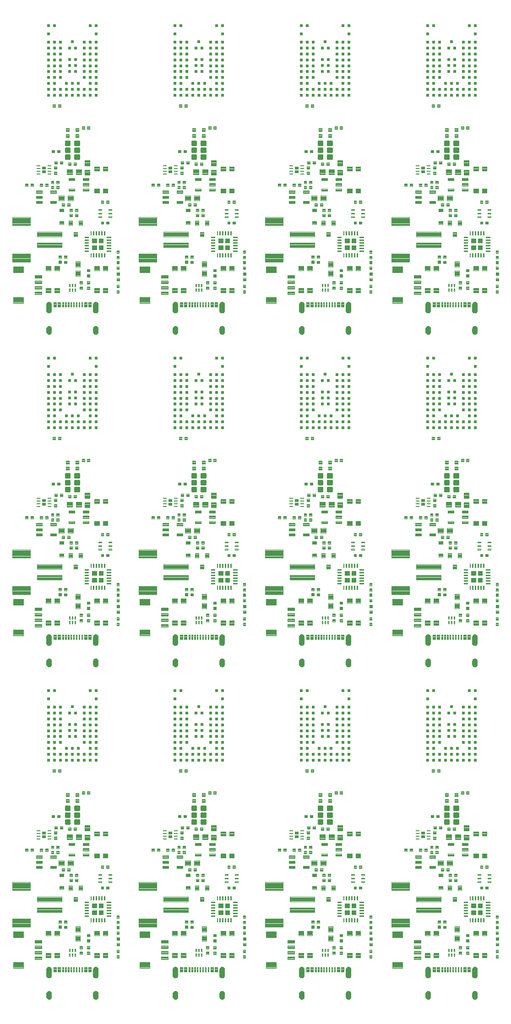
<source format=gtp>
G04 EAGLE Gerber RS-274X export*
G75*
%MOMM*%
%FSLAX34Y34*%
%LPD*%
%INSolderpaste Top*%
%IPPOS*%
%AMOC8*
5,1,8,0,0,1.08239X$1,22.5*%
G01*
%ADD10C,0.099000*%
%ADD11C,0.102000*%
%ADD12C,0.100000*%
%ADD13C,0.100800*%
%ADD14C,0.096000*%
%ADD15C,0.300000*%
%ADD16C,0.104000*%
%ADD17C,0.102500*%
%ADD18R,0.500000X0.500000*%
%ADD19C,0.105000*%
%ADD20R,0.637500X0.250000*%
%ADD21R,0.640000X0.500000*%

G36*
X858340Y1270771D02*
X858340Y1270771D01*
X858341Y1270771D01*
X859409Y1270790D01*
X859416Y1270795D01*
X859420Y1270791D01*
X860457Y1271047D01*
X860462Y1271054D01*
X860468Y1271051D01*
X861422Y1271532D01*
X861426Y1271539D01*
X861431Y1271538D01*
X862255Y1272219D01*
X862256Y1272227D01*
X862262Y1272227D01*
X862913Y1273074D01*
X862913Y1273082D01*
X862919Y1273083D01*
X863366Y1274054D01*
X863364Y1274062D01*
X863369Y1274064D01*
X863588Y1275110D01*
X863585Y1275117D01*
X863589Y1275120D01*
X863589Y1287120D01*
X863586Y1287125D01*
X863589Y1287128D01*
X863409Y1288223D01*
X863403Y1288229D01*
X863406Y1288234D01*
X862987Y1289262D01*
X862980Y1289266D01*
X862982Y1289271D01*
X862345Y1290180D01*
X862337Y1290183D01*
X862337Y1290188D01*
X861514Y1290932D01*
X861506Y1290933D01*
X861505Y1290939D01*
X860537Y1291481D01*
X860528Y1291480D01*
X860526Y1291486D01*
X859462Y1291799D01*
X859457Y1291797D01*
X859453Y1291797D01*
X859451Y1291801D01*
X858343Y1291869D01*
X858337Y1291865D01*
X858333Y1291869D01*
X857225Y1291699D01*
X857219Y1291693D01*
X857214Y1291696D01*
X856172Y1291284D01*
X856168Y1291277D01*
X856163Y1291279D01*
X855238Y1290645D01*
X855236Y1290637D01*
X855230Y1290638D01*
X854470Y1289815D01*
X854469Y1289806D01*
X854463Y1289806D01*
X853906Y1288834D01*
X853907Y1288826D01*
X853901Y1288824D01*
X853574Y1287752D01*
X853577Y1287744D01*
X853572Y1287741D01*
X853491Y1286624D01*
X853492Y1286621D01*
X853491Y1286620D01*
X853491Y1274620D01*
X853496Y1274613D01*
X853492Y1274609D01*
X853711Y1273665D01*
X853717Y1273659D01*
X853715Y1273654D01*
X854139Y1272782D01*
X854146Y1272779D01*
X854144Y1272773D01*
X854751Y1272017D01*
X854759Y1272015D01*
X854759Y1272009D01*
X855519Y1271408D01*
X855528Y1271408D01*
X855529Y1271402D01*
X856404Y1270984D01*
X856412Y1270986D01*
X856414Y1270981D01*
X857360Y1270769D01*
X857367Y1270772D01*
X857371Y1270767D01*
X858340Y1270771D01*
G37*
G36*
X624660Y1270771D02*
X624660Y1270771D01*
X624661Y1270771D01*
X625729Y1270790D01*
X625736Y1270795D01*
X625740Y1270791D01*
X626777Y1271047D01*
X626782Y1271054D01*
X626788Y1271051D01*
X627742Y1271532D01*
X627746Y1271539D01*
X627751Y1271538D01*
X628575Y1272219D01*
X628576Y1272227D01*
X628582Y1272227D01*
X629233Y1273074D01*
X629233Y1273082D01*
X629239Y1273083D01*
X629686Y1274054D01*
X629684Y1274062D01*
X629689Y1274064D01*
X629908Y1275110D01*
X629905Y1275117D01*
X629909Y1275120D01*
X629909Y1287120D01*
X629906Y1287125D01*
X629909Y1287128D01*
X629729Y1288223D01*
X629723Y1288229D01*
X629726Y1288234D01*
X629307Y1289262D01*
X629300Y1289266D01*
X629302Y1289271D01*
X628665Y1290180D01*
X628657Y1290183D01*
X628657Y1290188D01*
X627834Y1290932D01*
X627826Y1290933D01*
X627825Y1290939D01*
X626857Y1291481D01*
X626848Y1291480D01*
X626846Y1291486D01*
X625782Y1291799D01*
X625777Y1291797D01*
X625773Y1291797D01*
X625771Y1291801D01*
X624663Y1291869D01*
X624657Y1291865D01*
X624653Y1291869D01*
X623545Y1291699D01*
X623539Y1291693D01*
X623534Y1291696D01*
X622492Y1291284D01*
X622488Y1291277D01*
X622483Y1291279D01*
X621558Y1290645D01*
X621556Y1290637D01*
X621550Y1290638D01*
X620790Y1289815D01*
X620789Y1289806D01*
X620783Y1289806D01*
X620226Y1288834D01*
X620227Y1288826D01*
X620221Y1288824D01*
X619894Y1287752D01*
X619897Y1287744D01*
X619892Y1287741D01*
X619811Y1286624D01*
X619812Y1286621D01*
X619811Y1286620D01*
X619811Y1274620D01*
X619816Y1274613D01*
X619812Y1274609D01*
X620031Y1273665D01*
X620037Y1273659D01*
X620035Y1273654D01*
X620459Y1272782D01*
X620466Y1272779D01*
X620464Y1272773D01*
X621071Y1272017D01*
X621079Y1272015D01*
X621079Y1272009D01*
X621839Y1271408D01*
X621848Y1271408D01*
X621849Y1271402D01*
X622724Y1270984D01*
X622732Y1270986D01*
X622734Y1270981D01*
X623680Y1270769D01*
X623687Y1270772D01*
X623691Y1270767D01*
X624660Y1270771D01*
G37*
G36*
X624660Y41411D02*
X624660Y41411D01*
X624661Y41411D01*
X625729Y41430D01*
X625736Y41435D01*
X625740Y41431D01*
X626777Y41687D01*
X626782Y41694D01*
X626788Y41691D01*
X627742Y42172D01*
X627746Y42179D01*
X627751Y42178D01*
X628575Y42859D01*
X628576Y42867D01*
X628582Y42867D01*
X629233Y43714D01*
X629233Y43722D01*
X629239Y43723D01*
X629686Y44694D01*
X629684Y44702D01*
X629689Y44704D01*
X629908Y45750D01*
X629905Y45757D01*
X629909Y45760D01*
X629909Y57760D01*
X629906Y57765D01*
X629909Y57768D01*
X629729Y58863D01*
X629723Y58869D01*
X629726Y58874D01*
X629307Y59902D01*
X629300Y59906D01*
X629302Y59911D01*
X628665Y60820D01*
X628657Y60823D01*
X628657Y60828D01*
X627834Y61572D01*
X627826Y61573D01*
X627825Y61579D01*
X626857Y62121D01*
X626848Y62120D01*
X626846Y62126D01*
X625782Y62439D01*
X625777Y62437D01*
X625773Y62437D01*
X625771Y62441D01*
X624663Y62509D01*
X624657Y62505D01*
X624653Y62509D01*
X623545Y62339D01*
X623539Y62333D01*
X623534Y62336D01*
X622492Y61924D01*
X622488Y61917D01*
X622483Y61919D01*
X621558Y61285D01*
X621556Y61277D01*
X621550Y61278D01*
X620790Y60455D01*
X620789Y60446D01*
X620783Y60446D01*
X620226Y59474D01*
X620227Y59466D01*
X620221Y59464D01*
X619894Y58392D01*
X619897Y58384D01*
X619892Y58381D01*
X619811Y57264D01*
X619812Y57261D01*
X619811Y57260D01*
X619811Y45260D01*
X619816Y45253D01*
X619812Y45249D01*
X620031Y44305D01*
X620037Y44299D01*
X620035Y44294D01*
X620459Y43422D01*
X620466Y43419D01*
X620464Y43413D01*
X621071Y42657D01*
X621079Y42655D01*
X621079Y42649D01*
X621839Y42048D01*
X621848Y42048D01*
X621849Y42042D01*
X622724Y41624D01*
X622732Y41626D01*
X622734Y41621D01*
X623680Y41409D01*
X623687Y41412D01*
X623691Y41407D01*
X624660Y41411D01*
G37*
G36*
X390980Y41411D02*
X390980Y41411D01*
X390981Y41411D01*
X392049Y41430D01*
X392056Y41435D01*
X392060Y41431D01*
X393097Y41687D01*
X393102Y41694D01*
X393108Y41691D01*
X394062Y42172D01*
X394066Y42179D01*
X394071Y42178D01*
X394895Y42859D01*
X394896Y42867D01*
X394902Y42867D01*
X395553Y43714D01*
X395553Y43722D01*
X395559Y43723D01*
X396006Y44694D01*
X396004Y44702D01*
X396009Y44704D01*
X396228Y45750D01*
X396225Y45757D01*
X396229Y45760D01*
X396229Y57760D01*
X396226Y57765D01*
X396229Y57768D01*
X396049Y58863D01*
X396043Y58869D01*
X396046Y58874D01*
X395627Y59902D01*
X395620Y59906D01*
X395622Y59911D01*
X394985Y60820D01*
X394977Y60823D01*
X394977Y60828D01*
X394154Y61572D01*
X394146Y61573D01*
X394145Y61579D01*
X393177Y62121D01*
X393168Y62120D01*
X393166Y62126D01*
X392102Y62439D01*
X392097Y62437D01*
X392093Y62437D01*
X392091Y62441D01*
X390983Y62509D01*
X390977Y62505D01*
X390973Y62509D01*
X389865Y62339D01*
X389859Y62333D01*
X389854Y62336D01*
X388812Y61924D01*
X388808Y61917D01*
X388803Y61919D01*
X387878Y61285D01*
X387876Y61277D01*
X387870Y61278D01*
X387110Y60455D01*
X387109Y60446D01*
X387103Y60446D01*
X386546Y59474D01*
X386547Y59466D01*
X386541Y59464D01*
X386214Y58392D01*
X386217Y58384D01*
X386212Y58381D01*
X386131Y57264D01*
X386132Y57261D01*
X386131Y57260D01*
X386131Y45260D01*
X386136Y45253D01*
X386132Y45249D01*
X386351Y44305D01*
X386357Y44299D01*
X386355Y44294D01*
X386779Y43422D01*
X386786Y43419D01*
X386784Y43413D01*
X387391Y42657D01*
X387399Y42655D01*
X387399Y42649D01*
X388159Y42048D01*
X388168Y42048D01*
X388169Y42042D01*
X389044Y41624D01*
X389052Y41626D01*
X389054Y41621D01*
X390000Y41409D01*
X390007Y41412D01*
X390011Y41407D01*
X390980Y41411D01*
G37*
G36*
X858340Y41411D02*
X858340Y41411D01*
X858341Y41411D01*
X859409Y41430D01*
X859416Y41435D01*
X859420Y41431D01*
X860457Y41687D01*
X860462Y41694D01*
X860468Y41691D01*
X861422Y42172D01*
X861426Y42179D01*
X861431Y42178D01*
X862255Y42859D01*
X862256Y42867D01*
X862262Y42867D01*
X862913Y43714D01*
X862913Y43722D01*
X862919Y43723D01*
X863366Y44694D01*
X863364Y44702D01*
X863369Y44704D01*
X863588Y45750D01*
X863585Y45757D01*
X863589Y45760D01*
X863589Y57760D01*
X863586Y57765D01*
X863589Y57768D01*
X863409Y58863D01*
X863403Y58869D01*
X863406Y58874D01*
X862987Y59902D01*
X862980Y59906D01*
X862982Y59911D01*
X862345Y60820D01*
X862337Y60823D01*
X862337Y60828D01*
X861514Y61572D01*
X861506Y61573D01*
X861505Y61579D01*
X860537Y62121D01*
X860528Y62120D01*
X860526Y62126D01*
X859462Y62439D01*
X859457Y62437D01*
X859453Y62437D01*
X859451Y62441D01*
X858343Y62509D01*
X858337Y62505D01*
X858333Y62509D01*
X857225Y62339D01*
X857219Y62333D01*
X857214Y62336D01*
X856172Y61924D01*
X856168Y61917D01*
X856163Y61919D01*
X855238Y61285D01*
X855236Y61277D01*
X855230Y61278D01*
X854470Y60455D01*
X854469Y60446D01*
X854463Y60446D01*
X853906Y59474D01*
X853907Y59466D01*
X853901Y59464D01*
X853574Y58392D01*
X853577Y58384D01*
X853572Y58381D01*
X853491Y57264D01*
X853492Y57261D01*
X853491Y57260D01*
X853491Y45260D01*
X853496Y45253D01*
X853492Y45249D01*
X853711Y44305D01*
X853717Y44299D01*
X853715Y44294D01*
X854139Y43422D01*
X854146Y43419D01*
X854144Y43413D01*
X854751Y42657D01*
X854759Y42655D01*
X854759Y42649D01*
X855519Y42048D01*
X855528Y42048D01*
X855529Y42042D01*
X856404Y41624D01*
X856412Y41626D01*
X856414Y41621D01*
X857360Y41409D01*
X857367Y41412D01*
X857371Y41407D01*
X858340Y41411D01*
G37*
G36*
X390980Y656091D02*
X390980Y656091D01*
X390981Y656091D01*
X392049Y656110D01*
X392056Y656115D01*
X392060Y656111D01*
X393097Y656367D01*
X393102Y656374D01*
X393108Y656371D01*
X394062Y656852D01*
X394066Y656859D01*
X394071Y656858D01*
X394895Y657539D01*
X394896Y657547D01*
X394902Y657547D01*
X395553Y658394D01*
X395553Y658402D01*
X395559Y658403D01*
X396006Y659374D01*
X396004Y659382D01*
X396009Y659384D01*
X396228Y660430D01*
X396225Y660437D01*
X396229Y660440D01*
X396229Y672440D01*
X396226Y672445D01*
X396229Y672448D01*
X396049Y673543D01*
X396043Y673549D01*
X396046Y673554D01*
X395627Y674582D01*
X395620Y674586D01*
X395622Y674591D01*
X394985Y675500D01*
X394977Y675503D01*
X394977Y675508D01*
X394154Y676252D01*
X394146Y676253D01*
X394145Y676259D01*
X393177Y676801D01*
X393168Y676800D01*
X393166Y676806D01*
X392102Y677119D01*
X392097Y677117D01*
X392093Y677117D01*
X392091Y677121D01*
X390983Y677189D01*
X390977Y677185D01*
X390973Y677189D01*
X389865Y677019D01*
X389859Y677013D01*
X389854Y677016D01*
X388812Y676604D01*
X388808Y676597D01*
X388803Y676599D01*
X387878Y675965D01*
X387876Y675957D01*
X387870Y675958D01*
X387110Y675135D01*
X387109Y675126D01*
X387103Y675126D01*
X386546Y674154D01*
X386547Y674146D01*
X386541Y674144D01*
X386214Y673072D01*
X386217Y673064D01*
X386212Y673061D01*
X386131Y671944D01*
X386132Y671941D01*
X386131Y671940D01*
X386131Y659940D01*
X386136Y659933D01*
X386132Y659929D01*
X386351Y658985D01*
X386357Y658979D01*
X386355Y658974D01*
X386779Y658102D01*
X386786Y658099D01*
X386784Y658093D01*
X387391Y657337D01*
X387399Y657335D01*
X387399Y657329D01*
X388159Y656728D01*
X388168Y656728D01*
X388169Y656722D01*
X389044Y656304D01*
X389052Y656306D01*
X389054Y656301D01*
X390000Y656089D01*
X390007Y656092D01*
X390011Y656087D01*
X390980Y656091D01*
G37*
G36*
X157300Y41411D02*
X157300Y41411D01*
X157301Y41411D01*
X158369Y41430D01*
X158376Y41435D01*
X158380Y41431D01*
X159417Y41687D01*
X159422Y41694D01*
X159428Y41691D01*
X160382Y42172D01*
X160386Y42179D01*
X160391Y42178D01*
X161215Y42859D01*
X161216Y42867D01*
X161222Y42867D01*
X161873Y43714D01*
X161873Y43722D01*
X161879Y43723D01*
X162326Y44694D01*
X162324Y44702D01*
X162329Y44704D01*
X162548Y45750D01*
X162545Y45757D01*
X162549Y45760D01*
X162549Y57760D01*
X162546Y57765D01*
X162549Y57768D01*
X162369Y58863D01*
X162363Y58869D01*
X162366Y58874D01*
X161947Y59902D01*
X161940Y59906D01*
X161942Y59911D01*
X161305Y60820D01*
X161297Y60823D01*
X161297Y60828D01*
X160474Y61572D01*
X160466Y61573D01*
X160465Y61579D01*
X159497Y62121D01*
X159488Y62120D01*
X159486Y62126D01*
X158422Y62439D01*
X158417Y62437D01*
X158413Y62437D01*
X158411Y62441D01*
X157303Y62509D01*
X157297Y62505D01*
X157293Y62509D01*
X156185Y62339D01*
X156179Y62333D01*
X156174Y62336D01*
X155132Y61924D01*
X155128Y61917D01*
X155123Y61919D01*
X154198Y61285D01*
X154196Y61277D01*
X154190Y61278D01*
X153430Y60455D01*
X153429Y60446D01*
X153423Y60446D01*
X152866Y59474D01*
X152867Y59466D01*
X152861Y59464D01*
X152534Y58392D01*
X152537Y58384D01*
X152532Y58381D01*
X152451Y57264D01*
X152452Y57261D01*
X152451Y57260D01*
X152451Y45260D01*
X152456Y45253D01*
X152452Y45249D01*
X152671Y44305D01*
X152677Y44299D01*
X152675Y44294D01*
X153099Y43422D01*
X153106Y43419D01*
X153104Y43413D01*
X153711Y42657D01*
X153719Y42655D01*
X153719Y42649D01*
X154479Y42048D01*
X154488Y42048D01*
X154489Y42042D01*
X155364Y41624D01*
X155372Y41626D01*
X155374Y41621D01*
X156320Y41409D01*
X156327Y41412D01*
X156331Y41407D01*
X157300Y41411D01*
G37*
G36*
X390980Y1270771D02*
X390980Y1270771D01*
X390981Y1270771D01*
X392049Y1270790D01*
X392056Y1270795D01*
X392060Y1270791D01*
X393097Y1271047D01*
X393102Y1271054D01*
X393108Y1271051D01*
X394062Y1271532D01*
X394066Y1271539D01*
X394071Y1271538D01*
X394895Y1272219D01*
X394896Y1272227D01*
X394902Y1272227D01*
X395553Y1273074D01*
X395553Y1273082D01*
X395559Y1273083D01*
X396006Y1274054D01*
X396004Y1274062D01*
X396009Y1274064D01*
X396228Y1275110D01*
X396225Y1275117D01*
X396229Y1275120D01*
X396229Y1287120D01*
X396226Y1287125D01*
X396229Y1287128D01*
X396049Y1288223D01*
X396043Y1288229D01*
X396046Y1288234D01*
X395627Y1289262D01*
X395620Y1289266D01*
X395622Y1289271D01*
X394985Y1290180D01*
X394977Y1290183D01*
X394977Y1290188D01*
X394154Y1290932D01*
X394146Y1290933D01*
X394145Y1290939D01*
X393177Y1291481D01*
X393168Y1291480D01*
X393166Y1291486D01*
X392102Y1291799D01*
X392097Y1291797D01*
X392093Y1291797D01*
X392091Y1291801D01*
X390983Y1291869D01*
X390977Y1291865D01*
X390973Y1291869D01*
X389865Y1291699D01*
X389859Y1291693D01*
X389854Y1291696D01*
X388812Y1291284D01*
X388808Y1291277D01*
X388803Y1291279D01*
X387878Y1290645D01*
X387876Y1290637D01*
X387870Y1290638D01*
X387110Y1289815D01*
X387109Y1289806D01*
X387103Y1289806D01*
X386546Y1288834D01*
X386547Y1288826D01*
X386541Y1288824D01*
X386214Y1287752D01*
X386217Y1287744D01*
X386212Y1287741D01*
X386131Y1286624D01*
X386132Y1286621D01*
X386131Y1286620D01*
X386131Y1274620D01*
X386136Y1274613D01*
X386132Y1274609D01*
X386351Y1273665D01*
X386357Y1273659D01*
X386355Y1273654D01*
X386779Y1272782D01*
X386786Y1272779D01*
X386784Y1272773D01*
X387391Y1272017D01*
X387399Y1272015D01*
X387399Y1272009D01*
X388159Y1271408D01*
X388168Y1271408D01*
X388169Y1271402D01*
X389044Y1270984D01*
X389052Y1270986D01*
X389054Y1270981D01*
X390000Y1270769D01*
X390007Y1270772D01*
X390011Y1270767D01*
X390980Y1270771D01*
G37*
G36*
X858340Y656091D02*
X858340Y656091D01*
X858341Y656091D01*
X859409Y656110D01*
X859416Y656115D01*
X859420Y656111D01*
X860457Y656367D01*
X860462Y656374D01*
X860468Y656371D01*
X861422Y656852D01*
X861426Y656859D01*
X861431Y656858D01*
X862255Y657539D01*
X862256Y657547D01*
X862262Y657547D01*
X862913Y658394D01*
X862913Y658402D01*
X862919Y658403D01*
X863366Y659374D01*
X863364Y659382D01*
X863369Y659384D01*
X863588Y660430D01*
X863585Y660437D01*
X863589Y660440D01*
X863589Y672440D01*
X863586Y672445D01*
X863589Y672448D01*
X863409Y673543D01*
X863403Y673549D01*
X863406Y673554D01*
X862987Y674582D01*
X862980Y674586D01*
X862982Y674591D01*
X862345Y675500D01*
X862337Y675503D01*
X862337Y675508D01*
X861514Y676252D01*
X861506Y676253D01*
X861505Y676259D01*
X860537Y676801D01*
X860528Y676800D01*
X860526Y676806D01*
X859462Y677119D01*
X859457Y677117D01*
X859453Y677117D01*
X859451Y677121D01*
X858343Y677189D01*
X858337Y677185D01*
X858333Y677189D01*
X857225Y677019D01*
X857219Y677013D01*
X857214Y677016D01*
X856172Y676604D01*
X856168Y676597D01*
X856163Y676599D01*
X855238Y675965D01*
X855236Y675957D01*
X855230Y675958D01*
X854470Y675135D01*
X854469Y675126D01*
X854463Y675126D01*
X853906Y674154D01*
X853907Y674146D01*
X853901Y674144D01*
X853574Y673072D01*
X853577Y673064D01*
X853572Y673061D01*
X853491Y671944D01*
X853492Y671941D01*
X853491Y671940D01*
X853491Y659940D01*
X853496Y659933D01*
X853492Y659929D01*
X853711Y658985D01*
X853717Y658979D01*
X853715Y658974D01*
X854139Y658102D01*
X854146Y658099D01*
X854144Y658093D01*
X854751Y657337D01*
X854759Y657335D01*
X854759Y657329D01*
X855519Y656728D01*
X855528Y656728D01*
X855529Y656722D01*
X856404Y656304D01*
X856412Y656306D01*
X856414Y656301D01*
X857360Y656089D01*
X857367Y656092D01*
X857371Y656087D01*
X858340Y656091D01*
G37*
G36*
X624660Y656091D02*
X624660Y656091D01*
X624661Y656091D01*
X625729Y656110D01*
X625736Y656115D01*
X625740Y656111D01*
X626777Y656367D01*
X626782Y656374D01*
X626788Y656371D01*
X627742Y656852D01*
X627746Y656859D01*
X627751Y656858D01*
X628575Y657539D01*
X628576Y657547D01*
X628582Y657547D01*
X629233Y658394D01*
X629233Y658402D01*
X629239Y658403D01*
X629686Y659374D01*
X629684Y659382D01*
X629689Y659384D01*
X629908Y660430D01*
X629905Y660437D01*
X629909Y660440D01*
X629909Y672440D01*
X629906Y672445D01*
X629909Y672448D01*
X629729Y673543D01*
X629723Y673549D01*
X629726Y673554D01*
X629307Y674582D01*
X629300Y674586D01*
X629302Y674591D01*
X628665Y675500D01*
X628657Y675503D01*
X628657Y675508D01*
X627834Y676252D01*
X627826Y676253D01*
X627825Y676259D01*
X626857Y676801D01*
X626848Y676800D01*
X626846Y676806D01*
X625782Y677119D01*
X625777Y677117D01*
X625773Y677117D01*
X625771Y677121D01*
X624663Y677189D01*
X624657Y677185D01*
X624653Y677189D01*
X623545Y677019D01*
X623539Y677013D01*
X623534Y677016D01*
X622492Y676604D01*
X622488Y676597D01*
X622483Y676599D01*
X621558Y675965D01*
X621556Y675957D01*
X621550Y675958D01*
X620790Y675135D01*
X620789Y675126D01*
X620783Y675126D01*
X620226Y674154D01*
X620227Y674146D01*
X620221Y674144D01*
X619894Y673072D01*
X619897Y673064D01*
X619892Y673061D01*
X619811Y671944D01*
X619812Y671941D01*
X619811Y671940D01*
X619811Y659940D01*
X619816Y659933D01*
X619812Y659929D01*
X620031Y658985D01*
X620037Y658979D01*
X620035Y658974D01*
X620459Y658102D01*
X620466Y658099D01*
X620464Y658093D01*
X621071Y657337D01*
X621079Y657335D01*
X621079Y657329D01*
X621839Y656728D01*
X621848Y656728D01*
X621849Y656722D01*
X622724Y656304D01*
X622732Y656306D01*
X622734Y656301D01*
X623680Y656089D01*
X623687Y656092D01*
X623691Y656087D01*
X624660Y656091D01*
G37*
G36*
X157300Y1270771D02*
X157300Y1270771D01*
X157301Y1270771D01*
X158369Y1270790D01*
X158376Y1270795D01*
X158380Y1270791D01*
X159417Y1271047D01*
X159422Y1271054D01*
X159428Y1271051D01*
X160382Y1271532D01*
X160386Y1271539D01*
X160391Y1271538D01*
X161215Y1272219D01*
X161216Y1272227D01*
X161222Y1272227D01*
X161873Y1273074D01*
X161873Y1273082D01*
X161879Y1273083D01*
X162326Y1274054D01*
X162324Y1274062D01*
X162329Y1274064D01*
X162548Y1275110D01*
X162545Y1275117D01*
X162549Y1275120D01*
X162549Y1287120D01*
X162546Y1287125D01*
X162549Y1287128D01*
X162369Y1288223D01*
X162363Y1288229D01*
X162366Y1288234D01*
X161947Y1289262D01*
X161940Y1289266D01*
X161942Y1289271D01*
X161305Y1290180D01*
X161297Y1290183D01*
X161297Y1290188D01*
X160474Y1290932D01*
X160466Y1290933D01*
X160465Y1290939D01*
X159497Y1291481D01*
X159488Y1291480D01*
X159486Y1291486D01*
X158422Y1291799D01*
X158417Y1291797D01*
X158413Y1291797D01*
X158411Y1291801D01*
X157303Y1291869D01*
X157297Y1291865D01*
X157293Y1291869D01*
X156185Y1291699D01*
X156179Y1291693D01*
X156174Y1291696D01*
X155132Y1291284D01*
X155128Y1291277D01*
X155123Y1291279D01*
X154198Y1290645D01*
X154196Y1290637D01*
X154190Y1290638D01*
X153430Y1289815D01*
X153429Y1289806D01*
X153423Y1289806D01*
X152866Y1288834D01*
X152867Y1288826D01*
X152861Y1288824D01*
X152534Y1287752D01*
X152537Y1287744D01*
X152532Y1287741D01*
X152451Y1286624D01*
X152452Y1286621D01*
X152451Y1286620D01*
X152451Y1274620D01*
X152456Y1274613D01*
X152452Y1274609D01*
X152671Y1273665D01*
X152677Y1273659D01*
X152675Y1273654D01*
X153099Y1272782D01*
X153106Y1272779D01*
X153104Y1272773D01*
X153711Y1272017D01*
X153719Y1272015D01*
X153719Y1272009D01*
X154479Y1271408D01*
X154488Y1271408D01*
X154489Y1271402D01*
X155364Y1270984D01*
X155372Y1270986D01*
X155374Y1270981D01*
X156320Y1270769D01*
X156327Y1270772D01*
X156331Y1270767D01*
X157300Y1270771D01*
G37*
G36*
X157300Y656091D02*
X157300Y656091D01*
X157301Y656091D01*
X158369Y656110D01*
X158376Y656115D01*
X158380Y656111D01*
X159417Y656367D01*
X159422Y656374D01*
X159428Y656371D01*
X160382Y656852D01*
X160386Y656859D01*
X160391Y656858D01*
X161215Y657539D01*
X161216Y657547D01*
X161222Y657547D01*
X161873Y658394D01*
X161873Y658402D01*
X161879Y658403D01*
X162326Y659374D01*
X162324Y659382D01*
X162329Y659384D01*
X162548Y660430D01*
X162545Y660437D01*
X162549Y660440D01*
X162549Y672440D01*
X162546Y672445D01*
X162549Y672448D01*
X162369Y673543D01*
X162363Y673549D01*
X162366Y673554D01*
X161947Y674582D01*
X161940Y674586D01*
X161942Y674591D01*
X161305Y675500D01*
X161297Y675503D01*
X161297Y675508D01*
X160474Y676252D01*
X160466Y676253D01*
X160465Y676259D01*
X159497Y676801D01*
X159488Y676800D01*
X159486Y676806D01*
X158422Y677119D01*
X158417Y677117D01*
X158413Y677117D01*
X158411Y677121D01*
X157303Y677189D01*
X157297Y677185D01*
X157293Y677189D01*
X156185Y677019D01*
X156179Y677013D01*
X156174Y677016D01*
X155132Y676604D01*
X155128Y676597D01*
X155123Y676599D01*
X154198Y675965D01*
X154196Y675957D01*
X154190Y675958D01*
X153430Y675135D01*
X153429Y675126D01*
X153423Y675126D01*
X152866Y674154D01*
X152867Y674146D01*
X152861Y674144D01*
X152534Y673072D01*
X152537Y673064D01*
X152532Y673061D01*
X152451Y671944D01*
X152452Y671941D01*
X152451Y671940D01*
X152451Y659940D01*
X152456Y659933D01*
X152452Y659929D01*
X152671Y658985D01*
X152677Y658979D01*
X152675Y658974D01*
X153099Y658102D01*
X153106Y658099D01*
X153104Y658093D01*
X153711Y657337D01*
X153719Y657335D01*
X153719Y657329D01*
X154479Y656728D01*
X154488Y656728D01*
X154489Y656722D01*
X155364Y656304D01*
X155372Y656306D01*
X155374Y656301D01*
X156320Y656089D01*
X156327Y656092D01*
X156331Y656087D01*
X157300Y656091D01*
G37*
G36*
X305561Y41420D02*
X305561Y41420D01*
X305568Y41425D01*
X305572Y41421D01*
X306624Y41671D01*
X306629Y41677D01*
X306634Y41674D01*
X307604Y42151D01*
X307607Y42159D01*
X307613Y42157D01*
X308452Y42838D01*
X308454Y42846D01*
X308460Y42846D01*
X309126Y43697D01*
X309127Y43705D01*
X309132Y43706D01*
X309593Y44683D01*
X309591Y44691D01*
X309597Y44694D01*
X309828Y45749D01*
X309825Y45757D01*
X309829Y45760D01*
X309829Y57760D01*
X309825Y57765D01*
X309829Y57768D01*
X309636Y58874D01*
X309630Y58879D01*
X309633Y58884D01*
X309200Y59919D01*
X309193Y59923D01*
X309195Y59928D01*
X308542Y60841D01*
X308534Y60843D01*
X308535Y60849D01*
X307696Y61593D01*
X307687Y61594D01*
X307687Y61599D01*
X306703Y62138D01*
X306695Y62137D01*
X306693Y62142D01*
X305614Y62449D01*
X305606Y62446D01*
X305603Y62451D01*
X304483Y62509D01*
X304478Y62506D01*
X304475Y62509D01*
X303429Y62391D01*
X303423Y62385D01*
X303418Y62389D01*
X302424Y62041D01*
X302420Y62034D01*
X302415Y62036D01*
X301523Y61476D01*
X301521Y61469D01*
X301515Y61469D01*
X300771Y60725D01*
X300769Y60717D01*
X300764Y60717D01*
X300204Y59825D01*
X300204Y59817D01*
X300199Y59816D01*
X299851Y58822D01*
X299854Y58814D01*
X299849Y58811D01*
X299731Y57766D01*
X299733Y57762D01*
X299731Y57760D01*
X299731Y45760D01*
X299734Y45755D01*
X299731Y45752D01*
X299889Y44756D01*
X299895Y44750D01*
X299892Y44745D01*
X300267Y43809D01*
X300274Y43805D01*
X300272Y43799D01*
X300846Y42970D01*
X300854Y42967D01*
X300853Y42962D01*
X301597Y42281D01*
X301606Y42280D01*
X301606Y42274D01*
X302483Y41776D01*
X302492Y41777D01*
X302494Y41772D01*
X303459Y41481D01*
X303467Y41484D01*
X303470Y41479D01*
X304477Y41411D01*
X304479Y41412D01*
X304480Y41411D01*
X305561Y41420D01*
G37*
G36*
X305561Y656100D02*
X305561Y656100D01*
X305568Y656105D01*
X305572Y656101D01*
X306624Y656351D01*
X306629Y656357D01*
X306634Y656354D01*
X307604Y656831D01*
X307607Y656839D01*
X307613Y656837D01*
X308452Y657518D01*
X308454Y657526D01*
X308460Y657526D01*
X309126Y658377D01*
X309127Y658385D01*
X309132Y658386D01*
X309593Y659363D01*
X309591Y659371D01*
X309597Y659374D01*
X309828Y660429D01*
X309825Y660437D01*
X309829Y660440D01*
X309829Y672440D01*
X309825Y672445D01*
X309829Y672448D01*
X309636Y673554D01*
X309630Y673559D01*
X309633Y673564D01*
X309200Y674599D01*
X309193Y674603D01*
X309195Y674608D01*
X308542Y675521D01*
X308534Y675523D01*
X308535Y675529D01*
X307696Y676273D01*
X307687Y676274D01*
X307687Y676279D01*
X306703Y676818D01*
X306695Y676817D01*
X306693Y676822D01*
X305614Y677129D01*
X305606Y677126D01*
X305603Y677131D01*
X304483Y677189D01*
X304478Y677186D01*
X304475Y677189D01*
X303429Y677071D01*
X303423Y677065D01*
X303418Y677069D01*
X302424Y676721D01*
X302420Y676714D01*
X302415Y676716D01*
X301523Y676156D01*
X301521Y676149D01*
X301515Y676149D01*
X300771Y675405D01*
X300769Y675397D01*
X300764Y675397D01*
X300204Y674505D01*
X300204Y674497D01*
X300199Y674496D01*
X299851Y673502D01*
X299854Y673494D01*
X299849Y673491D01*
X299731Y672446D01*
X299733Y672442D01*
X299731Y672440D01*
X299731Y660440D01*
X299734Y660435D01*
X299731Y660432D01*
X299889Y659436D01*
X299895Y659430D01*
X299892Y659425D01*
X300267Y658489D01*
X300274Y658485D01*
X300272Y658479D01*
X300846Y657650D01*
X300854Y657647D01*
X300853Y657642D01*
X301597Y656961D01*
X301606Y656960D01*
X301606Y656954D01*
X302483Y656456D01*
X302492Y656457D01*
X302494Y656452D01*
X303459Y656161D01*
X303467Y656164D01*
X303470Y656159D01*
X304477Y656091D01*
X304479Y656092D01*
X304480Y656091D01*
X305561Y656100D01*
G37*
G36*
X772921Y656100D02*
X772921Y656100D01*
X772928Y656105D01*
X772932Y656101D01*
X773984Y656351D01*
X773989Y656357D01*
X773994Y656354D01*
X774964Y656831D01*
X774967Y656839D01*
X774973Y656837D01*
X775812Y657518D01*
X775814Y657526D01*
X775820Y657526D01*
X776486Y658377D01*
X776487Y658385D01*
X776492Y658386D01*
X776953Y659363D01*
X776951Y659371D01*
X776957Y659374D01*
X777188Y660429D01*
X777185Y660437D01*
X777189Y660440D01*
X777189Y672440D01*
X777185Y672445D01*
X777189Y672448D01*
X776996Y673554D01*
X776990Y673559D01*
X776993Y673564D01*
X776560Y674599D01*
X776553Y674603D01*
X776555Y674608D01*
X775902Y675521D01*
X775894Y675523D01*
X775895Y675529D01*
X775056Y676273D01*
X775047Y676274D01*
X775047Y676279D01*
X774063Y676818D01*
X774055Y676817D01*
X774053Y676822D01*
X772974Y677129D01*
X772966Y677126D01*
X772963Y677131D01*
X771843Y677189D01*
X771838Y677186D01*
X771835Y677189D01*
X770789Y677071D01*
X770783Y677065D01*
X770778Y677069D01*
X769784Y676721D01*
X769780Y676714D01*
X769775Y676716D01*
X768883Y676156D01*
X768881Y676149D01*
X768875Y676149D01*
X768131Y675405D01*
X768129Y675397D01*
X768124Y675397D01*
X767564Y674505D01*
X767564Y674497D01*
X767559Y674496D01*
X767211Y673502D01*
X767214Y673494D01*
X767209Y673491D01*
X767091Y672446D01*
X767093Y672442D01*
X767091Y672440D01*
X767091Y660440D01*
X767094Y660435D01*
X767091Y660432D01*
X767249Y659436D01*
X767255Y659430D01*
X767252Y659425D01*
X767627Y658489D01*
X767634Y658485D01*
X767632Y658479D01*
X768206Y657650D01*
X768214Y657647D01*
X768213Y657642D01*
X768957Y656961D01*
X768966Y656960D01*
X768966Y656954D01*
X769843Y656456D01*
X769852Y656457D01*
X769854Y656452D01*
X770819Y656161D01*
X770827Y656164D01*
X770830Y656159D01*
X771837Y656091D01*
X771839Y656092D01*
X771840Y656091D01*
X772921Y656100D01*
G37*
G36*
X305561Y1270780D02*
X305561Y1270780D01*
X305568Y1270785D01*
X305572Y1270781D01*
X306624Y1271031D01*
X306629Y1271037D01*
X306634Y1271034D01*
X307604Y1271511D01*
X307607Y1271519D01*
X307613Y1271517D01*
X308452Y1272198D01*
X308454Y1272206D01*
X308460Y1272206D01*
X309126Y1273057D01*
X309127Y1273065D01*
X309132Y1273066D01*
X309593Y1274043D01*
X309591Y1274051D01*
X309597Y1274054D01*
X309828Y1275109D01*
X309825Y1275117D01*
X309829Y1275120D01*
X309829Y1287120D01*
X309825Y1287125D01*
X309829Y1287128D01*
X309636Y1288234D01*
X309630Y1288239D01*
X309633Y1288244D01*
X309200Y1289279D01*
X309193Y1289283D01*
X309195Y1289288D01*
X308542Y1290201D01*
X308534Y1290203D01*
X308535Y1290209D01*
X307696Y1290953D01*
X307687Y1290954D01*
X307687Y1290959D01*
X306703Y1291498D01*
X306695Y1291497D01*
X306693Y1291502D01*
X305614Y1291809D01*
X305606Y1291806D01*
X305603Y1291811D01*
X304483Y1291869D01*
X304478Y1291866D01*
X304475Y1291869D01*
X303429Y1291751D01*
X303423Y1291745D01*
X303418Y1291749D01*
X302424Y1291401D01*
X302420Y1291394D01*
X302415Y1291396D01*
X301523Y1290836D01*
X301521Y1290829D01*
X301515Y1290829D01*
X300771Y1290085D01*
X300769Y1290077D01*
X300764Y1290077D01*
X300204Y1289185D01*
X300204Y1289177D01*
X300199Y1289176D01*
X299851Y1288182D01*
X299854Y1288174D01*
X299849Y1288171D01*
X299731Y1287126D01*
X299733Y1287122D01*
X299731Y1287120D01*
X299731Y1275120D01*
X299734Y1275115D01*
X299731Y1275112D01*
X299889Y1274116D01*
X299895Y1274110D01*
X299892Y1274105D01*
X300267Y1273169D01*
X300274Y1273165D01*
X300272Y1273159D01*
X300846Y1272330D01*
X300854Y1272327D01*
X300853Y1272322D01*
X301597Y1271641D01*
X301606Y1271640D01*
X301606Y1271634D01*
X302483Y1271136D01*
X302492Y1271137D01*
X302494Y1271132D01*
X303459Y1270841D01*
X303467Y1270844D01*
X303470Y1270839D01*
X304477Y1270771D01*
X304479Y1270772D01*
X304480Y1270771D01*
X305561Y1270780D01*
G37*
G36*
X71881Y1270780D02*
X71881Y1270780D01*
X71888Y1270785D01*
X71892Y1270781D01*
X72944Y1271031D01*
X72949Y1271037D01*
X72954Y1271034D01*
X73924Y1271511D01*
X73927Y1271519D01*
X73933Y1271517D01*
X74772Y1272198D01*
X74774Y1272206D01*
X74780Y1272206D01*
X75446Y1273057D01*
X75447Y1273065D01*
X75452Y1273066D01*
X75913Y1274043D01*
X75911Y1274051D01*
X75917Y1274054D01*
X76148Y1275109D01*
X76145Y1275117D01*
X76149Y1275120D01*
X76149Y1287120D01*
X76145Y1287125D01*
X76149Y1287128D01*
X75956Y1288234D01*
X75950Y1288239D01*
X75953Y1288244D01*
X75520Y1289279D01*
X75513Y1289283D01*
X75515Y1289288D01*
X74862Y1290201D01*
X74854Y1290203D01*
X74855Y1290209D01*
X74016Y1290953D01*
X74007Y1290954D01*
X74007Y1290959D01*
X73023Y1291498D01*
X73015Y1291497D01*
X73013Y1291502D01*
X71934Y1291809D01*
X71926Y1291806D01*
X71923Y1291811D01*
X70803Y1291869D01*
X70798Y1291866D01*
X70795Y1291869D01*
X69749Y1291751D01*
X69743Y1291745D01*
X69738Y1291749D01*
X68744Y1291401D01*
X68740Y1291394D01*
X68735Y1291396D01*
X67843Y1290836D01*
X67841Y1290829D01*
X67835Y1290829D01*
X67091Y1290085D01*
X67089Y1290077D01*
X67084Y1290077D01*
X66524Y1289185D01*
X66524Y1289177D01*
X66519Y1289176D01*
X66171Y1288182D01*
X66174Y1288174D01*
X66169Y1288171D01*
X66051Y1287126D01*
X66053Y1287122D01*
X66051Y1287120D01*
X66051Y1275120D01*
X66054Y1275115D01*
X66051Y1275112D01*
X66209Y1274116D01*
X66215Y1274110D01*
X66212Y1274105D01*
X66587Y1273169D01*
X66594Y1273165D01*
X66592Y1273159D01*
X67166Y1272330D01*
X67174Y1272327D01*
X67173Y1272322D01*
X67917Y1271641D01*
X67926Y1271640D01*
X67926Y1271634D01*
X68803Y1271136D01*
X68812Y1271137D01*
X68814Y1271132D01*
X69779Y1270841D01*
X69787Y1270844D01*
X69790Y1270839D01*
X70797Y1270771D01*
X70799Y1270772D01*
X70800Y1270771D01*
X71881Y1270780D01*
G37*
G36*
X772921Y1270780D02*
X772921Y1270780D01*
X772928Y1270785D01*
X772932Y1270781D01*
X773984Y1271031D01*
X773989Y1271037D01*
X773994Y1271034D01*
X774964Y1271511D01*
X774967Y1271519D01*
X774973Y1271517D01*
X775812Y1272198D01*
X775814Y1272206D01*
X775820Y1272206D01*
X776486Y1273057D01*
X776487Y1273065D01*
X776492Y1273066D01*
X776953Y1274043D01*
X776951Y1274051D01*
X776957Y1274054D01*
X777188Y1275109D01*
X777185Y1275117D01*
X777189Y1275120D01*
X777189Y1287120D01*
X777185Y1287125D01*
X777189Y1287128D01*
X776996Y1288234D01*
X776990Y1288239D01*
X776993Y1288244D01*
X776560Y1289279D01*
X776553Y1289283D01*
X776555Y1289288D01*
X775902Y1290201D01*
X775894Y1290203D01*
X775895Y1290209D01*
X775056Y1290953D01*
X775047Y1290954D01*
X775047Y1290959D01*
X774063Y1291498D01*
X774055Y1291497D01*
X774053Y1291502D01*
X772974Y1291809D01*
X772966Y1291806D01*
X772963Y1291811D01*
X771843Y1291869D01*
X771838Y1291866D01*
X771835Y1291869D01*
X770789Y1291751D01*
X770783Y1291745D01*
X770778Y1291749D01*
X769784Y1291401D01*
X769780Y1291394D01*
X769775Y1291396D01*
X768883Y1290836D01*
X768881Y1290829D01*
X768875Y1290829D01*
X768131Y1290085D01*
X768129Y1290077D01*
X768124Y1290077D01*
X767564Y1289185D01*
X767564Y1289177D01*
X767559Y1289176D01*
X767211Y1288182D01*
X767214Y1288174D01*
X767209Y1288171D01*
X767091Y1287126D01*
X767093Y1287122D01*
X767091Y1287120D01*
X767091Y1275120D01*
X767094Y1275115D01*
X767091Y1275112D01*
X767249Y1274116D01*
X767255Y1274110D01*
X767252Y1274105D01*
X767627Y1273169D01*
X767634Y1273165D01*
X767632Y1273159D01*
X768206Y1272330D01*
X768214Y1272327D01*
X768213Y1272322D01*
X768957Y1271641D01*
X768966Y1271640D01*
X768966Y1271634D01*
X769843Y1271136D01*
X769852Y1271137D01*
X769854Y1271132D01*
X770819Y1270841D01*
X770827Y1270844D01*
X770830Y1270839D01*
X771837Y1270771D01*
X771839Y1270772D01*
X771840Y1270771D01*
X772921Y1270780D01*
G37*
G36*
X539241Y1270780D02*
X539241Y1270780D01*
X539248Y1270785D01*
X539252Y1270781D01*
X540304Y1271031D01*
X540309Y1271037D01*
X540314Y1271034D01*
X541284Y1271511D01*
X541287Y1271519D01*
X541293Y1271517D01*
X542132Y1272198D01*
X542134Y1272206D01*
X542140Y1272206D01*
X542806Y1273057D01*
X542807Y1273065D01*
X542812Y1273066D01*
X543273Y1274043D01*
X543271Y1274051D01*
X543277Y1274054D01*
X543508Y1275109D01*
X543505Y1275117D01*
X543509Y1275120D01*
X543509Y1287120D01*
X543505Y1287125D01*
X543509Y1287128D01*
X543316Y1288234D01*
X543310Y1288239D01*
X543313Y1288244D01*
X542880Y1289279D01*
X542873Y1289283D01*
X542875Y1289288D01*
X542222Y1290201D01*
X542214Y1290203D01*
X542215Y1290209D01*
X541376Y1290953D01*
X541367Y1290954D01*
X541367Y1290959D01*
X540383Y1291498D01*
X540375Y1291497D01*
X540373Y1291502D01*
X539294Y1291809D01*
X539286Y1291806D01*
X539283Y1291811D01*
X538163Y1291869D01*
X538158Y1291866D01*
X538155Y1291869D01*
X537109Y1291751D01*
X537103Y1291745D01*
X537098Y1291749D01*
X536104Y1291401D01*
X536100Y1291394D01*
X536095Y1291396D01*
X535203Y1290836D01*
X535201Y1290829D01*
X535195Y1290829D01*
X534451Y1290085D01*
X534449Y1290077D01*
X534444Y1290077D01*
X533884Y1289185D01*
X533884Y1289177D01*
X533879Y1289176D01*
X533531Y1288182D01*
X533534Y1288174D01*
X533529Y1288171D01*
X533411Y1287126D01*
X533413Y1287122D01*
X533411Y1287120D01*
X533411Y1275120D01*
X533414Y1275115D01*
X533411Y1275112D01*
X533569Y1274116D01*
X533575Y1274110D01*
X533572Y1274105D01*
X533947Y1273169D01*
X533954Y1273165D01*
X533952Y1273159D01*
X534526Y1272330D01*
X534534Y1272327D01*
X534533Y1272322D01*
X535277Y1271641D01*
X535286Y1271640D01*
X535286Y1271634D01*
X536163Y1271136D01*
X536172Y1271137D01*
X536174Y1271132D01*
X537139Y1270841D01*
X537147Y1270844D01*
X537150Y1270839D01*
X538157Y1270771D01*
X538159Y1270772D01*
X538160Y1270771D01*
X539241Y1270780D01*
G37*
G36*
X539241Y656100D02*
X539241Y656100D01*
X539248Y656105D01*
X539252Y656101D01*
X540304Y656351D01*
X540309Y656357D01*
X540314Y656354D01*
X541284Y656831D01*
X541287Y656839D01*
X541293Y656837D01*
X542132Y657518D01*
X542134Y657526D01*
X542140Y657526D01*
X542806Y658377D01*
X542807Y658385D01*
X542812Y658386D01*
X543273Y659363D01*
X543271Y659371D01*
X543277Y659374D01*
X543508Y660429D01*
X543505Y660437D01*
X543509Y660440D01*
X543509Y672440D01*
X543505Y672445D01*
X543509Y672448D01*
X543316Y673554D01*
X543310Y673559D01*
X543313Y673564D01*
X542880Y674599D01*
X542873Y674603D01*
X542875Y674608D01*
X542222Y675521D01*
X542214Y675523D01*
X542215Y675529D01*
X541376Y676273D01*
X541367Y676274D01*
X541367Y676279D01*
X540383Y676818D01*
X540375Y676817D01*
X540373Y676822D01*
X539294Y677129D01*
X539286Y677126D01*
X539283Y677131D01*
X538163Y677189D01*
X538158Y677186D01*
X538155Y677189D01*
X537109Y677071D01*
X537103Y677065D01*
X537098Y677069D01*
X536104Y676721D01*
X536100Y676714D01*
X536095Y676716D01*
X535203Y676156D01*
X535201Y676149D01*
X535195Y676149D01*
X534451Y675405D01*
X534449Y675397D01*
X534444Y675397D01*
X533884Y674505D01*
X533884Y674497D01*
X533879Y674496D01*
X533531Y673502D01*
X533534Y673494D01*
X533529Y673491D01*
X533411Y672446D01*
X533413Y672442D01*
X533411Y672440D01*
X533411Y660440D01*
X533414Y660435D01*
X533411Y660432D01*
X533569Y659436D01*
X533575Y659430D01*
X533572Y659425D01*
X533947Y658489D01*
X533954Y658485D01*
X533952Y658479D01*
X534526Y657650D01*
X534534Y657647D01*
X534533Y657642D01*
X535277Y656961D01*
X535286Y656960D01*
X535286Y656954D01*
X536163Y656456D01*
X536172Y656457D01*
X536174Y656452D01*
X537139Y656161D01*
X537147Y656164D01*
X537150Y656159D01*
X538157Y656091D01*
X538159Y656092D01*
X538160Y656091D01*
X539241Y656100D01*
G37*
G36*
X71881Y656100D02*
X71881Y656100D01*
X71888Y656105D01*
X71892Y656101D01*
X72944Y656351D01*
X72949Y656357D01*
X72954Y656354D01*
X73924Y656831D01*
X73927Y656839D01*
X73933Y656837D01*
X74772Y657518D01*
X74774Y657526D01*
X74780Y657526D01*
X75446Y658377D01*
X75447Y658385D01*
X75452Y658386D01*
X75913Y659363D01*
X75911Y659371D01*
X75917Y659374D01*
X76148Y660429D01*
X76145Y660437D01*
X76149Y660440D01*
X76149Y672440D01*
X76145Y672445D01*
X76149Y672448D01*
X75956Y673554D01*
X75950Y673559D01*
X75953Y673564D01*
X75520Y674599D01*
X75513Y674603D01*
X75515Y674608D01*
X74862Y675521D01*
X74854Y675523D01*
X74855Y675529D01*
X74016Y676273D01*
X74007Y676274D01*
X74007Y676279D01*
X73023Y676818D01*
X73015Y676817D01*
X73013Y676822D01*
X71934Y677129D01*
X71926Y677126D01*
X71923Y677131D01*
X70803Y677189D01*
X70798Y677186D01*
X70795Y677189D01*
X69749Y677071D01*
X69743Y677065D01*
X69738Y677069D01*
X68744Y676721D01*
X68740Y676714D01*
X68735Y676716D01*
X67843Y676156D01*
X67841Y676149D01*
X67835Y676149D01*
X67091Y675405D01*
X67089Y675397D01*
X67084Y675397D01*
X66524Y674505D01*
X66524Y674497D01*
X66519Y674496D01*
X66171Y673502D01*
X66174Y673494D01*
X66169Y673491D01*
X66051Y672446D01*
X66053Y672442D01*
X66051Y672440D01*
X66051Y660440D01*
X66054Y660435D01*
X66051Y660432D01*
X66209Y659436D01*
X66215Y659430D01*
X66212Y659425D01*
X66587Y658489D01*
X66594Y658485D01*
X66592Y658479D01*
X67166Y657650D01*
X67174Y657647D01*
X67173Y657642D01*
X67917Y656961D01*
X67926Y656960D01*
X67926Y656954D01*
X68803Y656456D01*
X68812Y656457D01*
X68814Y656452D01*
X69779Y656161D01*
X69787Y656164D01*
X69790Y656159D01*
X70797Y656091D01*
X70799Y656092D01*
X70800Y656091D01*
X71881Y656100D01*
G37*
G36*
X539241Y41420D02*
X539241Y41420D01*
X539248Y41425D01*
X539252Y41421D01*
X540304Y41671D01*
X540309Y41677D01*
X540314Y41674D01*
X541284Y42151D01*
X541287Y42159D01*
X541293Y42157D01*
X542132Y42838D01*
X542134Y42846D01*
X542140Y42846D01*
X542806Y43697D01*
X542807Y43705D01*
X542812Y43706D01*
X543273Y44683D01*
X543271Y44691D01*
X543277Y44694D01*
X543508Y45749D01*
X543505Y45757D01*
X543509Y45760D01*
X543509Y57760D01*
X543505Y57765D01*
X543509Y57768D01*
X543316Y58874D01*
X543310Y58879D01*
X543313Y58884D01*
X542880Y59919D01*
X542873Y59923D01*
X542875Y59928D01*
X542222Y60841D01*
X542214Y60843D01*
X542215Y60849D01*
X541376Y61593D01*
X541367Y61594D01*
X541367Y61599D01*
X540383Y62138D01*
X540375Y62137D01*
X540373Y62142D01*
X539294Y62449D01*
X539286Y62446D01*
X539283Y62451D01*
X538163Y62509D01*
X538158Y62506D01*
X538155Y62509D01*
X537109Y62391D01*
X537103Y62385D01*
X537098Y62389D01*
X536104Y62041D01*
X536100Y62034D01*
X536095Y62036D01*
X535203Y61476D01*
X535201Y61469D01*
X535195Y61469D01*
X534451Y60725D01*
X534449Y60717D01*
X534444Y60717D01*
X533884Y59825D01*
X533884Y59817D01*
X533879Y59816D01*
X533531Y58822D01*
X533534Y58814D01*
X533529Y58811D01*
X533411Y57766D01*
X533413Y57762D01*
X533411Y57760D01*
X533411Y45760D01*
X533414Y45755D01*
X533411Y45752D01*
X533569Y44756D01*
X533575Y44750D01*
X533572Y44745D01*
X533947Y43809D01*
X533954Y43805D01*
X533952Y43799D01*
X534526Y42970D01*
X534534Y42967D01*
X534533Y42962D01*
X535277Y42281D01*
X535286Y42280D01*
X535286Y42274D01*
X536163Y41776D01*
X536172Y41777D01*
X536174Y41772D01*
X537139Y41481D01*
X537147Y41484D01*
X537150Y41479D01*
X538157Y41411D01*
X538159Y41412D01*
X538160Y41411D01*
X539241Y41420D01*
G37*
G36*
X772921Y41420D02*
X772921Y41420D01*
X772928Y41425D01*
X772932Y41421D01*
X773984Y41671D01*
X773989Y41677D01*
X773994Y41674D01*
X774964Y42151D01*
X774967Y42159D01*
X774973Y42157D01*
X775812Y42838D01*
X775814Y42846D01*
X775820Y42846D01*
X776486Y43697D01*
X776487Y43705D01*
X776492Y43706D01*
X776953Y44683D01*
X776951Y44691D01*
X776957Y44694D01*
X777188Y45749D01*
X777185Y45757D01*
X777189Y45760D01*
X777189Y57760D01*
X777185Y57765D01*
X777189Y57768D01*
X776996Y58874D01*
X776990Y58879D01*
X776993Y58884D01*
X776560Y59919D01*
X776553Y59923D01*
X776555Y59928D01*
X775902Y60841D01*
X775894Y60843D01*
X775895Y60849D01*
X775056Y61593D01*
X775047Y61594D01*
X775047Y61599D01*
X774063Y62138D01*
X774055Y62137D01*
X774053Y62142D01*
X772974Y62449D01*
X772966Y62446D01*
X772963Y62451D01*
X771843Y62509D01*
X771838Y62506D01*
X771835Y62509D01*
X770789Y62391D01*
X770783Y62385D01*
X770778Y62389D01*
X769784Y62041D01*
X769780Y62034D01*
X769775Y62036D01*
X768883Y61476D01*
X768881Y61469D01*
X768875Y61469D01*
X768131Y60725D01*
X768129Y60717D01*
X768124Y60717D01*
X767564Y59825D01*
X767564Y59817D01*
X767559Y59816D01*
X767211Y58822D01*
X767214Y58814D01*
X767209Y58811D01*
X767091Y57766D01*
X767093Y57762D01*
X767091Y57760D01*
X767091Y45760D01*
X767094Y45755D01*
X767091Y45752D01*
X767249Y44756D01*
X767255Y44750D01*
X767252Y44745D01*
X767627Y43809D01*
X767634Y43805D01*
X767632Y43799D01*
X768206Y42970D01*
X768214Y42967D01*
X768213Y42962D01*
X768957Y42281D01*
X768966Y42280D01*
X768966Y42274D01*
X769843Y41776D01*
X769852Y41777D01*
X769854Y41772D01*
X770819Y41481D01*
X770827Y41484D01*
X770830Y41479D01*
X771837Y41411D01*
X771839Y41412D01*
X771840Y41411D01*
X772921Y41420D01*
G37*
G36*
X71881Y41420D02*
X71881Y41420D01*
X71888Y41425D01*
X71892Y41421D01*
X72944Y41671D01*
X72949Y41677D01*
X72954Y41674D01*
X73924Y42151D01*
X73927Y42159D01*
X73933Y42157D01*
X74772Y42838D01*
X74774Y42846D01*
X74780Y42846D01*
X75446Y43697D01*
X75447Y43705D01*
X75452Y43706D01*
X75913Y44683D01*
X75911Y44691D01*
X75917Y44694D01*
X76148Y45749D01*
X76145Y45757D01*
X76149Y45760D01*
X76149Y57760D01*
X76145Y57765D01*
X76149Y57768D01*
X75956Y58874D01*
X75950Y58879D01*
X75953Y58884D01*
X75520Y59919D01*
X75513Y59923D01*
X75515Y59928D01*
X74862Y60841D01*
X74854Y60843D01*
X74855Y60849D01*
X74016Y61593D01*
X74007Y61594D01*
X74007Y61599D01*
X73023Y62138D01*
X73015Y62137D01*
X73013Y62142D01*
X71934Y62449D01*
X71926Y62446D01*
X71923Y62451D01*
X70803Y62509D01*
X70798Y62506D01*
X70795Y62509D01*
X69749Y62391D01*
X69743Y62385D01*
X69738Y62389D01*
X68744Y62041D01*
X68740Y62034D01*
X68735Y62036D01*
X67843Y61476D01*
X67841Y61469D01*
X67835Y61469D01*
X67091Y60725D01*
X67089Y60717D01*
X67084Y60717D01*
X66524Y59825D01*
X66524Y59817D01*
X66519Y59816D01*
X66171Y58822D01*
X66174Y58814D01*
X66169Y58811D01*
X66051Y57766D01*
X66053Y57762D01*
X66051Y57760D01*
X66051Y45760D01*
X66054Y45755D01*
X66051Y45752D01*
X66209Y44756D01*
X66215Y44750D01*
X66212Y44745D01*
X66587Y43809D01*
X66594Y43805D01*
X66592Y43799D01*
X67166Y42970D01*
X67174Y42967D01*
X67173Y42962D01*
X67917Y42281D01*
X67926Y42280D01*
X67926Y42274D01*
X68803Y41776D01*
X68812Y41777D01*
X68814Y41772D01*
X69779Y41481D01*
X69787Y41484D01*
X69790Y41479D01*
X70797Y41411D01*
X70799Y41412D01*
X70800Y41411D01*
X71881Y41420D01*
G37*
G36*
X625164Y1231275D02*
X625164Y1231275D01*
X625167Y1231271D01*
X626243Y1231426D01*
X626248Y1231432D01*
X626253Y1231429D01*
X627267Y1231819D01*
X627271Y1231826D01*
X627277Y1231825D01*
X628179Y1232431D01*
X628181Y1232439D01*
X628187Y1232438D01*
X628931Y1233230D01*
X628932Y1233238D01*
X628938Y1233238D01*
X629487Y1234176D01*
X629486Y1234184D01*
X629492Y1234186D01*
X629819Y1235222D01*
X629816Y1235230D01*
X629821Y1235233D01*
X629909Y1236316D01*
X629907Y1236319D01*
X629909Y1236320D01*
X629909Y1242320D01*
X629906Y1242324D01*
X629909Y1242326D01*
X629759Y1243459D01*
X629753Y1243465D01*
X629756Y1243470D01*
X629358Y1244540D01*
X629351Y1244544D01*
X629353Y1244550D01*
X628726Y1245505D01*
X628718Y1245508D01*
X628719Y1245513D01*
X627896Y1246305D01*
X627888Y1246306D01*
X627887Y1246312D01*
X626908Y1246901D01*
X626900Y1246900D01*
X626898Y1246905D01*
X625813Y1247261D01*
X625805Y1247259D01*
X625802Y1247263D01*
X624665Y1247369D01*
X624656Y1247364D01*
X624651Y1247368D01*
X623514Y1247161D01*
X623508Y1247155D01*
X623503Y1247158D01*
X622441Y1246703D01*
X622437Y1246696D01*
X622431Y1246698D01*
X621496Y1246018D01*
X621494Y1246010D01*
X621488Y1246011D01*
X620728Y1245140D01*
X620728Y1245132D01*
X620722Y1245131D01*
X620175Y1244112D01*
X620176Y1244104D01*
X620171Y1244102D01*
X620167Y1244089D01*
X620154Y1244040D01*
X620153Y1244040D01*
X620154Y1244040D01*
X620140Y1243991D01*
X620126Y1243941D01*
X620113Y1243892D01*
X620099Y1243843D01*
X620086Y1243794D01*
X620072Y1243744D01*
X620059Y1243695D01*
X620045Y1243646D01*
X620031Y1243597D01*
X620018Y1243547D01*
X620004Y1243498D01*
X619991Y1243449D01*
X619977Y1243400D01*
X619964Y1243350D01*
X619950Y1243301D01*
X619937Y1243252D01*
X619936Y1243252D01*
X619923Y1243203D01*
X619909Y1243153D01*
X619864Y1242988D01*
X619867Y1242980D01*
X619862Y1242977D01*
X619811Y1241822D01*
X619812Y1241821D01*
X619811Y1241820D01*
X619811Y1235820D01*
X619815Y1235814D01*
X619812Y1235811D01*
X620024Y1234730D01*
X620030Y1234725D01*
X620027Y1234720D01*
X620474Y1233714D01*
X620481Y1233710D01*
X620479Y1233704D01*
X621139Y1232823D01*
X621147Y1232820D01*
X621147Y1232815D01*
X621986Y1232102D01*
X621994Y1232102D01*
X621995Y1232096D01*
X622972Y1231588D01*
X622980Y1231589D01*
X622982Y1231584D01*
X624047Y1231306D01*
X624055Y1231309D01*
X624058Y1231305D01*
X625159Y1231271D01*
X625164Y1231275D01*
G37*
G36*
X157804Y616595D02*
X157804Y616595D01*
X157807Y616591D01*
X158883Y616746D01*
X158888Y616752D01*
X158893Y616749D01*
X159907Y617139D01*
X159911Y617146D01*
X159917Y617145D01*
X160819Y617751D01*
X160821Y617759D01*
X160827Y617758D01*
X161571Y618550D01*
X161572Y618558D01*
X161578Y618558D01*
X162127Y619496D01*
X162126Y619504D01*
X162132Y619506D01*
X162459Y620542D01*
X162456Y620550D01*
X162461Y620553D01*
X162549Y621636D01*
X162547Y621639D01*
X162549Y621640D01*
X162549Y627640D01*
X162546Y627644D01*
X162549Y627646D01*
X162399Y628779D01*
X162393Y628785D01*
X162396Y628790D01*
X161998Y629860D01*
X161991Y629864D01*
X161993Y629870D01*
X161366Y630825D01*
X161358Y630828D01*
X161359Y630833D01*
X160536Y631625D01*
X160528Y631626D01*
X160527Y631632D01*
X159548Y632221D01*
X159540Y632220D01*
X159538Y632225D01*
X158453Y632581D01*
X158445Y632579D01*
X158442Y632583D01*
X157305Y632689D01*
X157296Y632684D01*
X157291Y632688D01*
X156154Y632481D01*
X156148Y632475D01*
X156143Y632478D01*
X155081Y632023D01*
X155077Y632016D01*
X155071Y632018D01*
X154136Y631338D01*
X154134Y631330D01*
X154128Y631331D01*
X153368Y630460D01*
X153368Y630452D01*
X153362Y630451D01*
X152815Y629432D01*
X152816Y629424D01*
X152811Y629422D01*
X152807Y629409D01*
X152794Y629360D01*
X152793Y629360D01*
X152794Y629360D01*
X152780Y629311D01*
X152766Y629261D01*
X152753Y629212D01*
X152739Y629163D01*
X152726Y629114D01*
X152712Y629064D01*
X152699Y629015D01*
X152685Y628966D01*
X152671Y628917D01*
X152658Y628867D01*
X152644Y628818D01*
X152631Y628769D01*
X152617Y628720D01*
X152604Y628670D01*
X152590Y628621D01*
X152577Y628572D01*
X152576Y628572D01*
X152563Y628523D01*
X152549Y628473D01*
X152504Y628308D01*
X152507Y628300D01*
X152502Y628297D01*
X152451Y627142D01*
X152452Y627141D01*
X152451Y627140D01*
X152451Y621140D01*
X152455Y621134D01*
X152452Y621131D01*
X152664Y620050D01*
X152670Y620045D01*
X152667Y620040D01*
X153114Y619034D01*
X153121Y619030D01*
X153119Y619024D01*
X153779Y618143D01*
X153787Y618140D01*
X153787Y618135D01*
X154626Y617422D01*
X154634Y617422D01*
X154635Y617416D01*
X155612Y616908D01*
X155620Y616909D01*
X155622Y616904D01*
X156687Y616626D01*
X156695Y616629D01*
X156698Y616625D01*
X157799Y616591D01*
X157804Y616595D01*
G37*
G36*
X391484Y616595D02*
X391484Y616595D01*
X391487Y616591D01*
X392563Y616746D01*
X392568Y616752D01*
X392573Y616749D01*
X393587Y617139D01*
X393591Y617146D01*
X393597Y617145D01*
X394499Y617751D01*
X394501Y617759D01*
X394507Y617758D01*
X395251Y618550D01*
X395252Y618558D01*
X395258Y618558D01*
X395807Y619496D01*
X395806Y619504D01*
X395812Y619506D01*
X396139Y620542D01*
X396136Y620550D01*
X396141Y620553D01*
X396229Y621636D01*
X396227Y621639D01*
X396229Y621640D01*
X396229Y627640D01*
X396226Y627644D01*
X396229Y627646D01*
X396079Y628779D01*
X396073Y628785D01*
X396076Y628790D01*
X395678Y629860D01*
X395671Y629864D01*
X395673Y629870D01*
X395046Y630825D01*
X395038Y630828D01*
X395039Y630833D01*
X394216Y631625D01*
X394208Y631626D01*
X394207Y631632D01*
X393228Y632221D01*
X393220Y632220D01*
X393218Y632225D01*
X392133Y632581D01*
X392125Y632579D01*
X392122Y632583D01*
X390985Y632689D01*
X390976Y632684D01*
X390971Y632688D01*
X389834Y632481D01*
X389828Y632475D01*
X389823Y632478D01*
X388761Y632023D01*
X388757Y632016D01*
X388751Y632018D01*
X387816Y631338D01*
X387814Y631330D01*
X387808Y631331D01*
X387048Y630460D01*
X387048Y630452D01*
X387042Y630451D01*
X386495Y629432D01*
X386496Y629424D01*
X386491Y629422D01*
X386487Y629409D01*
X386474Y629360D01*
X386473Y629360D01*
X386474Y629360D01*
X386460Y629311D01*
X386446Y629261D01*
X386433Y629212D01*
X386419Y629163D01*
X386406Y629114D01*
X386392Y629064D01*
X386379Y629015D01*
X386365Y628966D01*
X386351Y628917D01*
X386338Y628867D01*
X386324Y628818D01*
X386311Y628769D01*
X386297Y628720D01*
X386284Y628670D01*
X386270Y628621D01*
X386257Y628572D01*
X386256Y628572D01*
X386243Y628523D01*
X386229Y628473D01*
X386184Y628308D01*
X386187Y628300D01*
X386182Y628297D01*
X386131Y627142D01*
X386132Y627141D01*
X386131Y627140D01*
X386131Y621140D01*
X386135Y621134D01*
X386132Y621131D01*
X386344Y620050D01*
X386350Y620045D01*
X386347Y620040D01*
X386794Y619034D01*
X386801Y619030D01*
X386799Y619024D01*
X387459Y618143D01*
X387467Y618140D01*
X387467Y618135D01*
X388306Y617422D01*
X388314Y617422D01*
X388315Y617416D01*
X389292Y616908D01*
X389300Y616909D01*
X389302Y616904D01*
X390367Y616626D01*
X390375Y616629D01*
X390378Y616625D01*
X391479Y616591D01*
X391484Y616595D01*
G37*
G36*
X858844Y616595D02*
X858844Y616595D01*
X858847Y616591D01*
X859923Y616746D01*
X859928Y616752D01*
X859933Y616749D01*
X860947Y617139D01*
X860951Y617146D01*
X860957Y617145D01*
X861859Y617751D01*
X861861Y617759D01*
X861867Y617758D01*
X862611Y618550D01*
X862612Y618558D01*
X862618Y618558D01*
X863167Y619496D01*
X863166Y619504D01*
X863172Y619506D01*
X863499Y620542D01*
X863496Y620550D01*
X863501Y620553D01*
X863589Y621636D01*
X863587Y621639D01*
X863589Y621640D01*
X863589Y627640D01*
X863586Y627644D01*
X863589Y627646D01*
X863439Y628779D01*
X863433Y628785D01*
X863436Y628790D01*
X863038Y629860D01*
X863031Y629864D01*
X863033Y629870D01*
X862406Y630825D01*
X862398Y630828D01*
X862399Y630833D01*
X861576Y631625D01*
X861568Y631626D01*
X861567Y631632D01*
X860588Y632221D01*
X860580Y632220D01*
X860578Y632225D01*
X859493Y632581D01*
X859485Y632579D01*
X859482Y632583D01*
X858345Y632689D01*
X858336Y632684D01*
X858331Y632688D01*
X857194Y632481D01*
X857188Y632475D01*
X857183Y632478D01*
X856121Y632023D01*
X856117Y632016D01*
X856111Y632018D01*
X855176Y631338D01*
X855174Y631330D01*
X855168Y631331D01*
X854408Y630460D01*
X854408Y630452D01*
X854402Y630451D01*
X853855Y629432D01*
X853856Y629424D01*
X853851Y629422D01*
X853847Y629409D01*
X853834Y629360D01*
X853833Y629360D01*
X853834Y629360D01*
X853820Y629311D01*
X853806Y629261D01*
X853793Y629212D01*
X853779Y629163D01*
X853766Y629114D01*
X853752Y629064D01*
X853739Y629015D01*
X853725Y628966D01*
X853711Y628917D01*
X853698Y628867D01*
X853684Y628818D01*
X853671Y628769D01*
X853657Y628720D01*
X853644Y628670D01*
X853630Y628621D01*
X853617Y628572D01*
X853616Y628572D01*
X853603Y628523D01*
X853589Y628473D01*
X853544Y628308D01*
X853547Y628300D01*
X853542Y628297D01*
X853491Y627142D01*
X853492Y627141D01*
X853491Y627140D01*
X853491Y621140D01*
X853495Y621134D01*
X853492Y621131D01*
X853704Y620050D01*
X853710Y620045D01*
X853707Y620040D01*
X854154Y619034D01*
X854161Y619030D01*
X854159Y619024D01*
X854819Y618143D01*
X854827Y618140D01*
X854827Y618135D01*
X855666Y617422D01*
X855674Y617422D01*
X855675Y617416D01*
X856652Y616908D01*
X856660Y616909D01*
X856662Y616904D01*
X857727Y616626D01*
X857735Y616629D01*
X857738Y616625D01*
X858839Y616591D01*
X858844Y616595D01*
G37*
G36*
X157804Y1915D02*
X157804Y1915D01*
X157807Y1911D01*
X158883Y2066D01*
X158888Y2072D01*
X158893Y2069D01*
X159907Y2459D01*
X159911Y2466D01*
X159917Y2465D01*
X160819Y3071D01*
X160821Y3079D01*
X160827Y3078D01*
X161571Y3870D01*
X161572Y3878D01*
X161578Y3878D01*
X162127Y4816D01*
X162126Y4824D01*
X162132Y4826D01*
X162459Y5862D01*
X162456Y5870D01*
X162461Y5873D01*
X162549Y6956D01*
X162547Y6959D01*
X162549Y6960D01*
X162549Y12960D01*
X162546Y12964D01*
X162549Y12966D01*
X162399Y14099D01*
X162393Y14105D01*
X162396Y14110D01*
X161998Y15180D01*
X161991Y15184D01*
X161993Y15190D01*
X161366Y16145D01*
X161358Y16148D01*
X161359Y16153D01*
X160536Y16945D01*
X160528Y16946D01*
X160527Y16952D01*
X159548Y17541D01*
X159540Y17540D01*
X159538Y17545D01*
X158453Y17901D01*
X158445Y17899D01*
X158442Y17903D01*
X157305Y18009D01*
X157296Y18004D01*
X157291Y18008D01*
X156154Y17801D01*
X156148Y17795D01*
X156143Y17798D01*
X155081Y17343D01*
X155077Y17336D01*
X155071Y17338D01*
X154136Y16658D01*
X154134Y16650D01*
X154128Y16651D01*
X153368Y15780D01*
X153368Y15772D01*
X153362Y15771D01*
X152815Y14752D01*
X152816Y14744D01*
X152811Y14742D01*
X152807Y14729D01*
X152794Y14680D01*
X152793Y14680D01*
X152794Y14680D01*
X152780Y14631D01*
X152766Y14581D01*
X152753Y14532D01*
X152739Y14483D01*
X152726Y14434D01*
X152712Y14384D01*
X152699Y14335D01*
X152685Y14286D01*
X152671Y14237D01*
X152658Y14187D01*
X152644Y14138D01*
X152631Y14089D01*
X152617Y14040D01*
X152604Y13990D01*
X152590Y13941D01*
X152577Y13892D01*
X152576Y13892D01*
X152563Y13843D01*
X152549Y13793D01*
X152504Y13628D01*
X152507Y13620D01*
X152502Y13617D01*
X152451Y12462D01*
X152452Y12461D01*
X152451Y12460D01*
X152451Y6460D01*
X152455Y6454D01*
X152452Y6451D01*
X152664Y5370D01*
X152670Y5365D01*
X152667Y5360D01*
X153114Y4354D01*
X153121Y4350D01*
X153119Y4344D01*
X153779Y3463D01*
X153787Y3460D01*
X153787Y3455D01*
X154626Y2742D01*
X154634Y2742D01*
X154635Y2736D01*
X155612Y2228D01*
X155620Y2229D01*
X155622Y2224D01*
X156687Y1946D01*
X156695Y1949D01*
X156698Y1945D01*
X157799Y1911D01*
X157804Y1915D01*
G37*
G36*
X625164Y1915D02*
X625164Y1915D01*
X625167Y1911D01*
X626243Y2066D01*
X626248Y2072D01*
X626253Y2069D01*
X627267Y2459D01*
X627271Y2466D01*
X627277Y2465D01*
X628179Y3071D01*
X628181Y3079D01*
X628187Y3078D01*
X628931Y3870D01*
X628932Y3878D01*
X628938Y3878D01*
X629487Y4816D01*
X629486Y4824D01*
X629492Y4826D01*
X629819Y5862D01*
X629816Y5870D01*
X629821Y5873D01*
X629909Y6956D01*
X629907Y6959D01*
X629909Y6960D01*
X629909Y12960D01*
X629906Y12964D01*
X629909Y12966D01*
X629759Y14099D01*
X629753Y14105D01*
X629756Y14110D01*
X629358Y15180D01*
X629351Y15184D01*
X629353Y15190D01*
X628726Y16145D01*
X628718Y16148D01*
X628719Y16153D01*
X627896Y16945D01*
X627888Y16946D01*
X627887Y16952D01*
X626908Y17541D01*
X626900Y17540D01*
X626898Y17545D01*
X625813Y17901D01*
X625805Y17899D01*
X625802Y17903D01*
X624665Y18009D01*
X624656Y18004D01*
X624651Y18008D01*
X623514Y17801D01*
X623508Y17795D01*
X623503Y17798D01*
X622441Y17343D01*
X622437Y17336D01*
X622431Y17338D01*
X621496Y16658D01*
X621494Y16650D01*
X621488Y16651D01*
X620728Y15780D01*
X620728Y15772D01*
X620722Y15771D01*
X620175Y14752D01*
X620176Y14744D01*
X620171Y14742D01*
X620167Y14729D01*
X620154Y14680D01*
X620153Y14680D01*
X620154Y14680D01*
X620140Y14631D01*
X620126Y14581D01*
X620113Y14532D01*
X620099Y14483D01*
X620086Y14434D01*
X620072Y14384D01*
X620059Y14335D01*
X620045Y14286D01*
X620031Y14237D01*
X620018Y14187D01*
X620004Y14138D01*
X619991Y14089D01*
X619977Y14040D01*
X619964Y13990D01*
X619950Y13941D01*
X619937Y13892D01*
X619936Y13892D01*
X619923Y13843D01*
X619909Y13793D01*
X619864Y13628D01*
X619867Y13620D01*
X619862Y13617D01*
X619811Y12462D01*
X619812Y12461D01*
X619811Y12460D01*
X619811Y6460D01*
X619815Y6454D01*
X619812Y6451D01*
X620024Y5370D01*
X620030Y5365D01*
X620027Y5360D01*
X620474Y4354D01*
X620481Y4350D01*
X620479Y4344D01*
X621139Y3463D01*
X621147Y3460D01*
X621147Y3455D01*
X621986Y2742D01*
X621994Y2742D01*
X621995Y2736D01*
X622972Y2228D01*
X622980Y2229D01*
X622982Y2224D01*
X624047Y1946D01*
X624055Y1949D01*
X624058Y1945D01*
X625159Y1911D01*
X625164Y1915D01*
G37*
G36*
X858844Y1231275D02*
X858844Y1231275D01*
X858847Y1231271D01*
X859923Y1231426D01*
X859928Y1231432D01*
X859933Y1231429D01*
X860947Y1231819D01*
X860951Y1231826D01*
X860957Y1231825D01*
X861859Y1232431D01*
X861861Y1232439D01*
X861867Y1232438D01*
X862611Y1233230D01*
X862612Y1233238D01*
X862618Y1233238D01*
X863167Y1234176D01*
X863166Y1234184D01*
X863172Y1234186D01*
X863499Y1235222D01*
X863496Y1235230D01*
X863501Y1235233D01*
X863589Y1236316D01*
X863587Y1236319D01*
X863589Y1236320D01*
X863589Y1242320D01*
X863586Y1242324D01*
X863589Y1242326D01*
X863439Y1243459D01*
X863433Y1243465D01*
X863436Y1243470D01*
X863038Y1244540D01*
X863031Y1244544D01*
X863033Y1244550D01*
X862406Y1245505D01*
X862398Y1245508D01*
X862399Y1245513D01*
X861576Y1246305D01*
X861568Y1246306D01*
X861567Y1246312D01*
X860588Y1246901D01*
X860580Y1246900D01*
X860578Y1246905D01*
X859493Y1247261D01*
X859485Y1247259D01*
X859482Y1247263D01*
X858345Y1247369D01*
X858336Y1247364D01*
X858331Y1247368D01*
X857194Y1247161D01*
X857188Y1247155D01*
X857183Y1247158D01*
X856121Y1246703D01*
X856117Y1246696D01*
X856111Y1246698D01*
X855176Y1246018D01*
X855174Y1246010D01*
X855168Y1246011D01*
X854408Y1245140D01*
X854408Y1245132D01*
X854402Y1245131D01*
X853855Y1244112D01*
X853856Y1244104D01*
X853851Y1244102D01*
X853847Y1244089D01*
X853834Y1244040D01*
X853833Y1244040D01*
X853834Y1244040D01*
X853820Y1243991D01*
X853806Y1243941D01*
X853793Y1243892D01*
X853779Y1243843D01*
X853766Y1243794D01*
X853752Y1243744D01*
X853739Y1243695D01*
X853725Y1243646D01*
X853711Y1243597D01*
X853698Y1243547D01*
X853684Y1243498D01*
X853671Y1243449D01*
X853657Y1243400D01*
X853644Y1243350D01*
X853630Y1243301D01*
X853617Y1243252D01*
X853616Y1243252D01*
X853603Y1243203D01*
X853589Y1243153D01*
X853544Y1242988D01*
X853547Y1242980D01*
X853542Y1242977D01*
X853491Y1241822D01*
X853492Y1241821D01*
X853491Y1241820D01*
X853491Y1235820D01*
X853495Y1235814D01*
X853492Y1235811D01*
X853704Y1234730D01*
X853710Y1234725D01*
X853707Y1234720D01*
X854154Y1233714D01*
X854161Y1233710D01*
X854159Y1233704D01*
X854819Y1232823D01*
X854827Y1232820D01*
X854827Y1232815D01*
X855666Y1232102D01*
X855674Y1232102D01*
X855675Y1232096D01*
X856652Y1231588D01*
X856660Y1231589D01*
X856662Y1231584D01*
X857727Y1231306D01*
X857735Y1231309D01*
X857738Y1231305D01*
X858839Y1231271D01*
X858844Y1231275D01*
G37*
G36*
X391484Y1231275D02*
X391484Y1231275D01*
X391487Y1231271D01*
X392563Y1231426D01*
X392568Y1231432D01*
X392573Y1231429D01*
X393587Y1231819D01*
X393591Y1231826D01*
X393597Y1231825D01*
X394499Y1232431D01*
X394501Y1232439D01*
X394507Y1232438D01*
X395251Y1233230D01*
X395252Y1233238D01*
X395258Y1233238D01*
X395807Y1234176D01*
X395806Y1234184D01*
X395812Y1234186D01*
X396139Y1235222D01*
X396136Y1235230D01*
X396141Y1235233D01*
X396229Y1236316D01*
X396227Y1236319D01*
X396229Y1236320D01*
X396229Y1242320D01*
X396226Y1242324D01*
X396229Y1242326D01*
X396079Y1243459D01*
X396073Y1243465D01*
X396076Y1243470D01*
X395678Y1244540D01*
X395671Y1244544D01*
X395673Y1244550D01*
X395046Y1245505D01*
X395038Y1245508D01*
X395039Y1245513D01*
X394216Y1246305D01*
X394208Y1246306D01*
X394207Y1246312D01*
X393228Y1246901D01*
X393220Y1246900D01*
X393218Y1246905D01*
X392133Y1247261D01*
X392125Y1247259D01*
X392122Y1247263D01*
X390985Y1247369D01*
X390976Y1247364D01*
X390971Y1247368D01*
X389834Y1247161D01*
X389828Y1247155D01*
X389823Y1247158D01*
X388761Y1246703D01*
X388757Y1246696D01*
X388751Y1246698D01*
X387816Y1246018D01*
X387814Y1246010D01*
X387808Y1246011D01*
X387048Y1245140D01*
X387048Y1245132D01*
X387042Y1245131D01*
X386495Y1244112D01*
X386496Y1244104D01*
X386491Y1244102D01*
X386487Y1244089D01*
X386474Y1244040D01*
X386473Y1244040D01*
X386474Y1244040D01*
X386460Y1243991D01*
X386446Y1243941D01*
X386433Y1243892D01*
X386419Y1243843D01*
X386406Y1243794D01*
X386392Y1243744D01*
X386379Y1243695D01*
X386365Y1243646D01*
X386351Y1243597D01*
X386338Y1243547D01*
X386324Y1243498D01*
X386311Y1243449D01*
X386297Y1243400D01*
X386284Y1243350D01*
X386270Y1243301D01*
X386257Y1243252D01*
X386256Y1243252D01*
X386243Y1243203D01*
X386229Y1243153D01*
X386184Y1242988D01*
X386187Y1242980D01*
X386182Y1242977D01*
X386131Y1241822D01*
X386132Y1241821D01*
X386131Y1241820D01*
X386131Y1235820D01*
X386135Y1235814D01*
X386132Y1235811D01*
X386344Y1234730D01*
X386350Y1234725D01*
X386347Y1234720D01*
X386794Y1233714D01*
X386801Y1233710D01*
X386799Y1233704D01*
X387459Y1232823D01*
X387467Y1232820D01*
X387467Y1232815D01*
X388306Y1232102D01*
X388314Y1232102D01*
X388315Y1232096D01*
X389292Y1231588D01*
X389300Y1231589D01*
X389302Y1231584D01*
X390367Y1231306D01*
X390375Y1231309D01*
X390378Y1231305D01*
X391479Y1231271D01*
X391484Y1231275D01*
G37*
G36*
X858844Y1915D02*
X858844Y1915D01*
X858847Y1911D01*
X859923Y2066D01*
X859928Y2072D01*
X859933Y2069D01*
X860947Y2459D01*
X860951Y2466D01*
X860957Y2465D01*
X861859Y3071D01*
X861861Y3079D01*
X861867Y3078D01*
X862611Y3870D01*
X862612Y3878D01*
X862618Y3878D01*
X863167Y4816D01*
X863166Y4824D01*
X863172Y4826D01*
X863499Y5862D01*
X863496Y5870D01*
X863501Y5873D01*
X863589Y6956D01*
X863587Y6959D01*
X863589Y6960D01*
X863589Y12960D01*
X863586Y12964D01*
X863589Y12966D01*
X863439Y14099D01*
X863433Y14105D01*
X863436Y14110D01*
X863038Y15180D01*
X863031Y15184D01*
X863033Y15190D01*
X862406Y16145D01*
X862398Y16148D01*
X862399Y16153D01*
X861576Y16945D01*
X861568Y16946D01*
X861567Y16952D01*
X860588Y17541D01*
X860580Y17540D01*
X860578Y17545D01*
X859493Y17901D01*
X859485Y17899D01*
X859482Y17903D01*
X858345Y18009D01*
X858336Y18004D01*
X858331Y18008D01*
X857194Y17801D01*
X857188Y17795D01*
X857183Y17798D01*
X856121Y17343D01*
X856117Y17336D01*
X856111Y17338D01*
X855176Y16658D01*
X855174Y16650D01*
X855168Y16651D01*
X854408Y15780D01*
X854408Y15772D01*
X854402Y15771D01*
X853855Y14752D01*
X853856Y14744D01*
X853851Y14742D01*
X853847Y14729D01*
X853834Y14680D01*
X853833Y14680D01*
X853834Y14680D01*
X853820Y14631D01*
X853806Y14581D01*
X853793Y14532D01*
X853779Y14483D01*
X853766Y14434D01*
X853752Y14384D01*
X853739Y14335D01*
X853725Y14286D01*
X853711Y14237D01*
X853698Y14187D01*
X853684Y14138D01*
X853671Y14089D01*
X853657Y14040D01*
X853644Y13990D01*
X853630Y13941D01*
X853617Y13892D01*
X853616Y13892D01*
X853603Y13843D01*
X853589Y13793D01*
X853544Y13628D01*
X853547Y13620D01*
X853542Y13617D01*
X853491Y12462D01*
X853492Y12461D01*
X853491Y12460D01*
X853491Y6460D01*
X853495Y6454D01*
X853492Y6451D01*
X853704Y5370D01*
X853710Y5365D01*
X853707Y5360D01*
X854154Y4354D01*
X854161Y4350D01*
X854159Y4344D01*
X854819Y3463D01*
X854827Y3460D01*
X854827Y3455D01*
X855666Y2742D01*
X855674Y2742D01*
X855675Y2736D01*
X856652Y2228D01*
X856660Y2229D01*
X856662Y2224D01*
X857727Y1946D01*
X857735Y1949D01*
X857738Y1945D01*
X858839Y1911D01*
X858844Y1915D01*
G37*
G36*
X157804Y1231275D02*
X157804Y1231275D01*
X157807Y1231271D01*
X158883Y1231426D01*
X158888Y1231432D01*
X158893Y1231429D01*
X159907Y1231819D01*
X159911Y1231826D01*
X159917Y1231825D01*
X160819Y1232431D01*
X160821Y1232439D01*
X160827Y1232438D01*
X161571Y1233230D01*
X161572Y1233238D01*
X161578Y1233238D01*
X162127Y1234176D01*
X162126Y1234184D01*
X162132Y1234186D01*
X162459Y1235222D01*
X162456Y1235230D01*
X162461Y1235233D01*
X162549Y1236316D01*
X162547Y1236319D01*
X162549Y1236320D01*
X162549Y1242320D01*
X162546Y1242324D01*
X162549Y1242326D01*
X162399Y1243459D01*
X162393Y1243465D01*
X162396Y1243470D01*
X161998Y1244540D01*
X161991Y1244544D01*
X161993Y1244550D01*
X161366Y1245505D01*
X161358Y1245508D01*
X161359Y1245513D01*
X160536Y1246305D01*
X160528Y1246306D01*
X160527Y1246312D01*
X159548Y1246901D01*
X159540Y1246900D01*
X159538Y1246905D01*
X158453Y1247261D01*
X158445Y1247259D01*
X158442Y1247263D01*
X157305Y1247369D01*
X157296Y1247364D01*
X157291Y1247368D01*
X156154Y1247161D01*
X156148Y1247155D01*
X156143Y1247158D01*
X155081Y1246703D01*
X155077Y1246696D01*
X155071Y1246698D01*
X154136Y1246018D01*
X154134Y1246010D01*
X154128Y1246011D01*
X153368Y1245140D01*
X153368Y1245132D01*
X153362Y1245131D01*
X152815Y1244112D01*
X152816Y1244104D01*
X152811Y1244102D01*
X152807Y1244089D01*
X152794Y1244040D01*
X152793Y1244040D01*
X152794Y1244040D01*
X152780Y1243991D01*
X152766Y1243941D01*
X152753Y1243892D01*
X152739Y1243843D01*
X152726Y1243794D01*
X152712Y1243744D01*
X152699Y1243695D01*
X152685Y1243646D01*
X152671Y1243597D01*
X152658Y1243547D01*
X152644Y1243498D01*
X152631Y1243449D01*
X152617Y1243400D01*
X152604Y1243350D01*
X152590Y1243301D01*
X152577Y1243252D01*
X152576Y1243252D01*
X152563Y1243203D01*
X152549Y1243153D01*
X152504Y1242988D01*
X152507Y1242980D01*
X152502Y1242977D01*
X152451Y1241822D01*
X152452Y1241821D01*
X152451Y1241820D01*
X152451Y1235820D01*
X152455Y1235814D01*
X152452Y1235811D01*
X152664Y1234730D01*
X152670Y1234725D01*
X152667Y1234720D01*
X153114Y1233714D01*
X153121Y1233710D01*
X153119Y1233704D01*
X153779Y1232823D01*
X153787Y1232820D01*
X153787Y1232815D01*
X154626Y1232102D01*
X154634Y1232102D01*
X154635Y1232096D01*
X155612Y1231588D01*
X155620Y1231589D01*
X155622Y1231584D01*
X156687Y1231306D01*
X156695Y1231309D01*
X156698Y1231305D01*
X157799Y1231271D01*
X157804Y1231275D01*
G37*
G36*
X391484Y1915D02*
X391484Y1915D01*
X391487Y1911D01*
X392563Y2066D01*
X392568Y2072D01*
X392573Y2069D01*
X393587Y2459D01*
X393591Y2466D01*
X393597Y2465D01*
X394499Y3071D01*
X394501Y3079D01*
X394507Y3078D01*
X395251Y3870D01*
X395252Y3878D01*
X395258Y3878D01*
X395807Y4816D01*
X395806Y4824D01*
X395812Y4826D01*
X396139Y5862D01*
X396136Y5870D01*
X396141Y5873D01*
X396229Y6956D01*
X396227Y6959D01*
X396229Y6960D01*
X396229Y12960D01*
X396226Y12964D01*
X396229Y12966D01*
X396079Y14099D01*
X396073Y14105D01*
X396076Y14110D01*
X395678Y15180D01*
X395671Y15184D01*
X395673Y15190D01*
X395046Y16145D01*
X395038Y16148D01*
X395039Y16153D01*
X394216Y16945D01*
X394208Y16946D01*
X394207Y16952D01*
X393228Y17541D01*
X393220Y17540D01*
X393218Y17545D01*
X392133Y17901D01*
X392125Y17899D01*
X392122Y17903D01*
X390985Y18009D01*
X390976Y18004D01*
X390971Y18008D01*
X389834Y17801D01*
X389828Y17795D01*
X389823Y17798D01*
X388761Y17343D01*
X388757Y17336D01*
X388751Y17338D01*
X387816Y16658D01*
X387814Y16650D01*
X387808Y16651D01*
X387048Y15780D01*
X387048Y15772D01*
X387042Y15771D01*
X386495Y14752D01*
X386496Y14744D01*
X386491Y14742D01*
X386487Y14729D01*
X386474Y14680D01*
X386473Y14680D01*
X386474Y14680D01*
X386460Y14631D01*
X386446Y14581D01*
X386433Y14532D01*
X386419Y14483D01*
X386406Y14434D01*
X386392Y14384D01*
X386379Y14335D01*
X386365Y14286D01*
X386351Y14237D01*
X386338Y14187D01*
X386324Y14138D01*
X386311Y14089D01*
X386297Y14040D01*
X386284Y13990D01*
X386270Y13941D01*
X386257Y13892D01*
X386256Y13892D01*
X386243Y13843D01*
X386229Y13793D01*
X386184Y13628D01*
X386187Y13620D01*
X386182Y13617D01*
X386131Y12462D01*
X386132Y12461D01*
X386131Y12460D01*
X386131Y6460D01*
X386135Y6454D01*
X386132Y6451D01*
X386344Y5370D01*
X386350Y5365D01*
X386347Y5360D01*
X386794Y4354D01*
X386801Y4350D01*
X386799Y4344D01*
X387459Y3463D01*
X387467Y3460D01*
X387467Y3455D01*
X388306Y2742D01*
X388314Y2742D01*
X388315Y2736D01*
X389292Y2228D01*
X389300Y2229D01*
X389302Y2224D01*
X390367Y1946D01*
X390375Y1949D01*
X390378Y1945D01*
X391479Y1911D01*
X391484Y1915D01*
G37*
G36*
X625164Y616595D02*
X625164Y616595D01*
X625167Y616591D01*
X626243Y616746D01*
X626248Y616752D01*
X626253Y616749D01*
X627267Y617139D01*
X627271Y617146D01*
X627277Y617145D01*
X628179Y617751D01*
X628181Y617759D01*
X628187Y617758D01*
X628931Y618550D01*
X628932Y618558D01*
X628938Y618558D01*
X629487Y619496D01*
X629486Y619504D01*
X629492Y619506D01*
X629819Y620542D01*
X629816Y620550D01*
X629821Y620553D01*
X629909Y621636D01*
X629907Y621639D01*
X629909Y621640D01*
X629909Y627640D01*
X629906Y627644D01*
X629909Y627646D01*
X629759Y628779D01*
X629753Y628785D01*
X629756Y628790D01*
X629358Y629860D01*
X629351Y629864D01*
X629353Y629870D01*
X628726Y630825D01*
X628718Y630828D01*
X628719Y630833D01*
X627896Y631625D01*
X627888Y631626D01*
X627887Y631632D01*
X626908Y632221D01*
X626900Y632220D01*
X626898Y632225D01*
X625813Y632581D01*
X625805Y632579D01*
X625802Y632583D01*
X624665Y632689D01*
X624656Y632684D01*
X624651Y632688D01*
X623514Y632481D01*
X623508Y632475D01*
X623503Y632478D01*
X622441Y632023D01*
X622437Y632016D01*
X622431Y632018D01*
X621496Y631338D01*
X621494Y631330D01*
X621488Y631331D01*
X620728Y630460D01*
X620728Y630452D01*
X620722Y630451D01*
X620175Y629432D01*
X620176Y629424D01*
X620171Y629422D01*
X620167Y629409D01*
X620154Y629360D01*
X620153Y629360D01*
X620154Y629360D01*
X620140Y629311D01*
X620126Y629261D01*
X620113Y629212D01*
X620099Y629163D01*
X620086Y629114D01*
X620072Y629064D01*
X620059Y629015D01*
X620045Y628966D01*
X620031Y628917D01*
X620018Y628867D01*
X620004Y628818D01*
X619991Y628769D01*
X619977Y628720D01*
X619964Y628670D01*
X619950Y628621D01*
X619937Y628572D01*
X619936Y628572D01*
X619923Y628523D01*
X619909Y628473D01*
X619864Y628308D01*
X619867Y628300D01*
X619862Y628297D01*
X619811Y627142D01*
X619812Y627141D01*
X619811Y627140D01*
X619811Y621140D01*
X619815Y621134D01*
X619812Y621131D01*
X620024Y620050D01*
X620030Y620045D01*
X620027Y620040D01*
X620474Y619034D01*
X620481Y619030D01*
X620479Y619024D01*
X621139Y618143D01*
X621147Y618140D01*
X621147Y618135D01*
X621986Y617422D01*
X621994Y617422D01*
X621995Y617416D01*
X622972Y616908D01*
X622980Y616909D01*
X622982Y616904D01*
X624047Y616626D01*
X624055Y616629D01*
X624058Y616625D01*
X625159Y616591D01*
X625164Y616595D01*
G37*
G36*
X304982Y1231275D02*
X304982Y1231275D01*
X304987Y1231271D01*
X306074Y1231416D01*
X306080Y1231422D01*
X306085Y1231419D01*
X307113Y1231803D01*
X307118Y1231809D01*
X307123Y1231808D01*
X308040Y1232410D01*
X308043Y1232418D01*
X308049Y1232417D01*
X308809Y1233209D01*
X308810Y1233217D01*
X308816Y1233218D01*
X309380Y1234159D01*
X309380Y1234162D01*
X309381Y1234163D01*
X309380Y1234165D01*
X309379Y1234167D01*
X309385Y1234169D01*
X309726Y1235212D01*
X309724Y1235220D01*
X309728Y1235223D01*
X309829Y1236316D01*
X309827Y1236318D01*
X309829Y1236320D01*
X309829Y1242320D01*
X309827Y1242323D01*
X309829Y1242325D01*
X309728Y1243417D01*
X309723Y1243423D01*
X309726Y1243428D01*
X309385Y1244471D01*
X309378Y1244476D01*
X309380Y1244481D01*
X308816Y1245422D01*
X308808Y1245425D01*
X308809Y1245431D01*
X308049Y1246223D01*
X308041Y1246224D01*
X308040Y1246230D01*
X307123Y1246833D01*
X307115Y1246832D01*
X307113Y1246838D01*
X306085Y1247221D01*
X306077Y1247219D01*
X306074Y1247224D01*
X304987Y1247369D01*
X304979Y1247365D01*
X304975Y1247369D01*
X303838Y1247263D01*
X303832Y1247258D01*
X303827Y1247261D01*
X302742Y1246905D01*
X302737Y1246898D01*
X302732Y1246901D01*
X301753Y1246312D01*
X301750Y1246304D01*
X301744Y1246305D01*
X300921Y1245513D01*
X300920Y1245505D01*
X300914Y1245505D01*
X300287Y1244550D01*
X300288Y1244542D01*
X300282Y1244540D01*
X299884Y1243470D01*
X299886Y1243462D01*
X299881Y1243459D01*
X299731Y1242326D01*
X299734Y1242322D01*
X299731Y1242320D01*
X299731Y1236320D01*
X299734Y1236316D01*
X299731Y1236314D01*
X299881Y1235181D01*
X299887Y1235175D01*
X299884Y1235170D01*
X300282Y1234100D01*
X300289Y1234096D01*
X300287Y1234090D01*
X300914Y1233135D01*
X300922Y1233132D01*
X300921Y1233127D01*
X301744Y1232335D01*
X301752Y1232334D01*
X301753Y1232328D01*
X302732Y1231739D01*
X302740Y1231740D01*
X302742Y1231735D01*
X303827Y1231379D01*
X303835Y1231382D01*
X303838Y1231377D01*
X304975Y1231271D01*
X304982Y1231275D01*
G37*
G36*
X304982Y616595D02*
X304982Y616595D01*
X304987Y616591D01*
X306074Y616736D01*
X306080Y616742D01*
X306085Y616739D01*
X307113Y617123D01*
X307118Y617129D01*
X307123Y617128D01*
X308040Y617730D01*
X308043Y617738D01*
X308049Y617737D01*
X308809Y618529D01*
X308810Y618537D01*
X308816Y618538D01*
X309380Y619479D01*
X309380Y619482D01*
X309381Y619483D01*
X309380Y619485D01*
X309379Y619487D01*
X309385Y619489D01*
X309726Y620532D01*
X309724Y620540D01*
X309728Y620543D01*
X309829Y621636D01*
X309827Y621638D01*
X309829Y621640D01*
X309829Y627640D01*
X309827Y627643D01*
X309829Y627645D01*
X309728Y628737D01*
X309723Y628743D01*
X309726Y628748D01*
X309385Y629791D01*
X309378Y629796D01*
X309380Y629801D01*
X308816Y630742D01*
X308808Y630745D01*
X308809Y630751D01*
X308049Y631543D01*
X308041Y631544D01*
X308040Y631550D01*
X307123Y632153D01*
X307115Y632152D01*
X307113Y632158D01*
X306085Y632541D01*
X306077Y632539D01*
X306074Y632544D01*
X304987Y632689D01*
X304979Y632685D01*
X304975Y632689D01*
X303838Y632583D01*
X303832Y632578D01*
X303827Y632581D01*
X302742Y632225D01*
X302737Y632218D01*
X302732Y632221D01*
X301753Y631632D01*
X301750Y631624D01*
X301744Y631625D01*
X300921Y630833D01*
X300920Y630825D01*
X300914Y630825D01*
X300287Y629870D01*
X300288Y629862D01*
X300282Y629860D01*
X299884Y628790D01*
X299886Y628782D01*
X299881Y628779D01*
X299731Y627646D01*
X299734Y627642D01*
X299731Y627640D01*
X299731Y621640D01*
X299734Y621636D01*
X299731Y621634D01*
X299881Y620501D01*
X299887Y620495D01*
X299884Y620490D01*
X300282Y619420D01*
X300289Y619416D01*
X300287Y619410D01*
X300914Y618455D01*
X300922Y618452D01*
X300921Y618447D01*
X301744Y617655D01*
X301752Y617654D01*
X301753Y617648D01*
X302732Y617059D01*
X302740Y617060D01*
X302742Y617055D01*
X303827Y616699D01*
X303835Y616702D01*
X303838Y616697D01*
X304975Y616591D01*
X304982Y616595D01*
G37*
G36*
X772342Y616595D02*
X772342Y616595D01*
X772347Y616591D01*
X773434Y616736D01*
X773440Y616742D01*
X773445Y616739D01*
X774473Y617123D01*
X774478Y617129D01*
X774483Y617128D01*
X775400Y617730D01*
X775403Y617738D01*
X775409Y617737D01*
X776169Y618529D01*
X776170Y618537D01*
X776176Y618538D01*
X776740Y619479D01*
X776740Y619482D01*
X776741Y619483D01*
X776740Y619485D01*
X776739Y619487D01*
X776745Y619489D01*
X777086Y620532D01*
X777084Y620540D01*
X777088Y620543D01*
X777189Y621636D01*
X777187Y621638D01*
X777189Y621640D01*
X777189Y627640D01*
X777187Y627643D01*
X777189Y627645D01*
X777088Y628737D01*
X777083Y628743D01*
X777086Y628748D01*
X776745Y629791D01*
X776738Y629796D01*
X776740Y629801D01*
X776176Y630742D01*
X776168Y630745D01*
X776169Y630751D01*
X775409Y631543D01*
X775401Y631544D01*
X775400Y631550D01*
X774483Y632153D01*
X774475Y632152D01*
X774473Y632158D01*
X773445Y632541D01*
X773437Y632539D01*
X773434Y632544D01*
X772347Y632689D01*
X772339Y632685D01*
X772335Y632689D01*
X771198Y632583D01*
X771192Y632578D01*
X771187Y632581D01*
X770102Y632225D01*
X770097Y632218D01*
X770092Y632221D01*
X769113Y631632D01*
X769110Y631624D01*
X769104Y631625D01*
X768281Y630833D01*
X768280Y630825D01*
X768274Y630825D01*
X767647Y629870D01*
X767648Y629862D01*
X767642Y629860D01*
X767244Y628790D01*
X767246Y628782D01*
X767241Y628779D01*
X767091Y627646D01*
X767094Y627642D01*
X767091Y627640D01*
X767091Y621640D01*
X767094Y621636D01*
X767091Y621634D01*
X767241Y620501D01*
X767247Y620495D01*
X767244Y620490D01*
X767642Y619420D01*
X767649Y619416D01*
X767647Y619410D01*
X768274Y618455D01*
X768282Y618452D01*
X768281Y618447D01*
X769104Y617655D01*
X769112Y617654D01*
X769113Y617648D01*
X770092Y617059D01*
X770100Y617060D01*
X770102Y617055D01*
X771187Y616699D01*
X771195Y616702D01*
X771198Y616697D01*
X772335Y616591D01*
X772342Y616595D01*
G37*
G36*
X71302Y616595D02*
X71302Y616595D01*
X71307Y616591D01*
X72394Y616736D01*
X72400Y616742D01*
X72405Y616739D01*
X73433Y617123D01*
X73438Y617129D01*
X73443Y617128D01*
X74360Y617730D01*
X74363Y617738D01*
X74369Y617737D01*
X75129Y618529D01*
X75130Y618537D01*
X75136Y618538D01*
X75700Y619479D01*
X75700Y619482D01*
X75701Y619483D01*
X75700Y619485D01*
X75699Y619487D01*
X75705Y619489D01*
X76046Y620532D01*
X76044Y620540D01*
X76048Y620543D01*
X76149Y621636D01*
X76147Y621638D01*
X76149Y621640D01*
X76149Y627640D01*
X76147Y627643D01*
X76149Y627645D01*
X76048Y628737D01*
X76043Y628743D01*
X76046Y628748D01*
X75705Y629791D01*
X75698Y629796D01*
X75700Y629801D01*
X75136Y630742D01*
X75128Y630745D01*
X75129Y630751D01*
X74369Y631543D01*
X74361Y631544D01*
X74360Y631550D01*
X73443Y632153D01*
X73435Y632152D01*
X73433Y632158D01*
X72405Y632541D01*
X72397Y632539D01*
X72394Y632544D01*
X71307Y632689D01*
X71299Y632685D01*
X71295Y632689D01*
X70158Y632583D01*
X70152Y632578D01*
X70147Y632581D01*
X69062Y632225D01*
X69057Y632218D01*
X69052Y632221D01*
X68073Y631632D01*
X68070Y631624D01*
X68064Y631625D01*
X67241Y630833D01*
X67240Y630825D01*
X67234Y630825D01*
X66607Y629870D01*
X66608Y629862D01*
X66602Y629860D01*
X66204Y628790D01*
X66206Y628782D01*
X66201Y628779D01*
X66051Y627646D01*
X66054Y627642D01*
X66051Y627640D01*
X66051Y621640D01*
X66054Y621636D01*
X66051Y621634D01*
X66201Y620501D01*
X66207Y620495D01*
X66204Y620490D01*
X66602Y619420D01*
X66609Y619416D01*
X66607Y619410D01*
X67234Y618455D01*
X67242Y618452D01*
X67241Y618447D01*
X68064Y617655D01*
X68072Y617654D01*
X68073Y617648D01*
X69052Y617059D01*
X69060Y617060D01*
X69062Y617055D01*
X70147Y616699D01*
X70155Y616702D01*
X70158Y616697D01*
X71295Y616591D01*
X71302Y616595D01*
G37*
G36*
X538662Y616595D02*
X538662Y616595D01*
X538667Y616591D01*
X539754Y616736D01*
X539760Y616742D01*
X539765Y616739D01*
X540793Y617123D01*
X540798Y617129D01*
X540803Y617128D01*
X541720Y617730D01*
X541723Y617738D01*
X541729Y617737D01*
X542489Y618529D01*
X542490Y618537D01*
X542496Y618538D01*
X543060Y619479D01*
X543060Y619482D01*
X543061Y619483D01*
X543060Y619485D01*
X543059Y619487D01*
X543065Y619489D01*
X543406Y620532D01*
X543404Y620540D01*
X543408Y620543D01*
X543509Y621636D01*
X543507Y621638D01*
X543509Y621640D01*
X543509Y627640D01*
X543507Y627643D01*
X543509Y627645D01*
X543408Y628737D01*
X543403Y628743D01*
X543406Y628748D01*
X543065Y629791D01*
X543058Y629796D01*
X543060Y629801D01*
X542496Y630742D01*
X542488Y630745D01*
X542489Y630751D01*
X541729Y631543D01*
X541721Y631544D01*
X541720Y631550D01*
X540803Y632153D01*
X540795Y632152D01*
X540793Y632158D01*
X539765Y632541D01*
X539757Y632539D01*
X539754Y632544D01*
X538667Y632689D01*
X538659Y632685D01*
X538655Y632689D01*
X537518Y632583D01*
X537512Y632578D01*
X537507Y632581D01*
X536422Y632225D01*
X536417Y632218D01*
X536412Y632221D01*
X535433Y631632D01*
X535430Y631624D01*
X535424Y631625D01*
X534601Y630833D01*
X534600Y630825D01*
X534594Y630825D01*
X533967Y629870D01*
X533968Y629862D01*
X533962Y629860D01*
X533564Y628790D01*
X533566Y628782D01*
X533561Y628779D01*
X533411Y627646D01*
X533414Y627642D01*
X533411Y627640D01*
X533411Y621640D01*
X533414Y621636D01*
X533411Y621634D01*
X533561Y620501D01*
X533567Y620495D01*
X533564Y620490D01*
X533962Y619420D01*
X533969Y619416D01*
X533967Y619410D01*
X534594Y618455D01*
X534602Y618452D01*
X534601Y618447D01*
X535424Y617655D01*
X535432Y617654D01*
X535433Y617648D01*
X536412Y617059D01*
X536420Y617060D01*
X536422Y617055D01*
X537507Y616699D01*
X537515Y616702D01*
X537518Y616697D01*
X538655Y616591D01*
X538662Y616595D01*
G37*
G36*
X304982Y1915D02*
X304982Y1915D01*
X304987Y1911D01*
X306074Y2056D01*
X306080Y2062D01*
X306085Y2059D01*
X307113Y2443D01*
X307118Y2449D01*
X307123Y2448D01*
X308040Y3050D01*
X308043Y3058D01*
X308049Y3057D01*
X308809Y3849D01*
X308810Y3857D01*
X308816Y3858D01*
X309380Y4799D01*
X309380Y4802D01*
X309381Y4803D01*
X309380Y4805D01*
X309379Y4807D01*
X309385Y4809D01*
X309726Y5852D01*
X309724Y5860D01*
X309728Y5863D01*
X309829Y6956D01*
X309827Y6958D01*
X309829Y6960D01*
X309829Y12960D01*
X309827Y12963D01*
X309829Y12965D01*
X309728Y14057D01*
X309723Y14063D01*
X309726Y14068D01*
X309385Y15111D01*
X309378Y15116D01*
X309380Y15121D01*
X308816Y16062D01*
X308808Y16065D01*
X308809Y16071D01*
X308049Y16863D01*
X308041Y16864D01*
X308040Y16870D01*
X307123Y17473D01*
X307115Y17472D01*
X307113Y17478D01*
X306085Y17861D01*
X306077Y17859D01*
X306074Y17864D01*
X304987Y18009D01*
X304979Y18005D01*
X304975Y18009D01*
X303838Y17903D01*
X303832Y17898D01*
X303827Y17901D01*
X302742Y17545D01*
X302737Y17538D01*
X302732Y17541D01*
X301753Y16952D01*
X301750Y16944D01*
X301744Y16945D01*
X300921Y16153D01*
X300920Y16145D01*
X300914Y16145D01*
X300287Y15190D01*
X300288Y15182D01*
X300282Y15180D01*
X299884Y14110D01*
X299886Y14102D01*
X299881Y14099D01*
X299731Y12966D01*
X299734Y12962D01*
X299731Y12960D01*
X299731Y6960D01*
X299734Y6956D01*
X299731Y6954D01*
X299881Y5821D01*
X299887Y5815D01*
X299884Y5810D01*
X300282Y4740D01*
X300289Y4736D01*
X300287Y4730D01*
X300914Y3775D01*
X300922Y3772D01*
X300921Y3767D01*
X301744Y2975D01*
X301752Y2974D01*
X301753Y2968D01*
X302732Y2379D01*
X302740Y2380D01*
X302742Y2375D01*
X303827Y2019D01*
X303835Y2022D01*
X303838Y2017D01*
X304975Y1911D01*
X304982Y1915D01*
G37*
G36*
X772342Y1915D02*
X772342Y1915D01*
X772347Y1911D01*
X773434Y2056D01*
X773440Y2062D01*
X773445Y2059D01*
X774473Y2443D01*
X774478Y2449D01*
X774483Y2448D01*
X775400Y3050D01*
X775403Y3058D01*
X775409Y3057D01*
X776169Y3849D01*
X776170Y3857D01*
X776176Y3858D01*
X776740Y4799D01*
X776740Y4802D01*
X776741Y4803D01*
X776740Y4805D01*
X776739Y4807D01*
X776745Y4809D01*
X777086Y5852D01*
X777084Y5860D01*
X777088Y5863D01*
X777189Y6956D01*
X777187Y6958D01*
X777189Y6960D01*
X777189Y12960D01*
X777187Y12963D01*
X777189Y12965D01*
X777088Y14057D01*
X777083Y14063D01*
X777086Y14068D01*
X776745Y15111D01*
X776738Y15116D01*
X776740Y15121D01*
X776176Y16062D01*
X776168Y16065D01*
X776169Y16071D01*
X775409Y16863D01*
X775401Y16864D01*
X775400Y16870D01*
X774483Y17473D01*
X774475Y17472D01*
X774473Y17478D01*
X773445Y17861D01*
X773437Y17859D01*
X773434Y17864D01*
X772347Y18009D01*
X772339Y18005D01*
X772335Y18009D01*
X771198Y17903D01*
X771192Y17898D01*
X771187Y17901D01*
X770102Y17545D01*
X770097Y17538D01*
X770092Y17541D01*
X769113Y16952D01*
X769110Y16944D01*
X769104Y16945D01*
X768281Y16153D01*
X768280Y16145D01*
X768274Y16145D01*
X767647Y15190D01*
X767648Y15182D01*
X767642Y15180D01*
X767244Y14110D01*
X767246Y14102D01*
X767241Y14099D01*
X767091Y12966D01*
X767094Y12962D01*
X767091Y12960D01*
X767091Y6960D01*
X767094Y6956D01*
X767091Y6954D01*
X767241Y5821D01*
X767247Y5815D01*
X767244Y5810D01*
X767642Y4740D01*
X767649Y4736D01*
X767647Y4730D01*
X768274Y3775D01*
X768282Y3772D01*
X768281Y3767D01*
X769104Y2975D01*
X769112Y2974D01*
X769113Y2968D01*
X770092Y2379D01*
X770100Y2380D01*
X770102Y2375D01*
X771187Y2019D01*
X771195Y2022D01*
X771198Y2017D01*
X772335Y1911D01*
X772342Y1915D01*
G37*
G36*
X538662Y1915D02*
X538662Y1915D01*
X538667Y1911D01*
X539754Y2056D01*
X539760Y2062D01*
X539765Y2059D01*
X540793Y2443D01*
X540798Y2449D01*
X540803Y2448D01*
X541720Y3050D01*
X541723Y3058D01*
X541729Y3057D01*
X542489Y3849D01*
X542490Y3857D01*
X542496Y3858D01*
X543060Y4799D01*
X543060Y4802D01*
X543061Y4803D01*
X543060Y4805D01*
X543059Y4807D01*
X543065Y4809D01*
X543406Y5852D01*
X543404Y5860D01*
X543408Y5863D01*
X543509Y6956D01*
X543507Y6958D01*
X543509Y6960D01*
X543509Y12960D01*
X543507Y12963D01*
X543509Y12965D01*
X543408Y14057D01*
X543403Y14063D01*
X543406Y14068D01*
X543065Y15111D01*
X543058Y15116D01*
X543060Y15121D01*
X542496Y16062D01*
X542488Y16065D01*
X542489Y16071D01*
X541729Y16863D01*
X541721Y16864D01*
X541720Y16870D01*
X540803Y17473D01*
X540795Y17472D01*
X540793Y17478D01*
X539765Y17861D01*
X539757Y17859D01*
X539754Y17864D01*
X538667Y18009D01*
X538659Y18005D01*
X538655Y18009D01*
X537518Y17903D01*
X537512Y17898D01*
X537507Y17901D01*
X536422Y17545D01*
X536417Y17538D01*
X536412Y17541D01*
X535433Y16952D01*
X535430Y16944D01*
X535424Y16945D01*
X534601Y16153D01*
X534600Y16145D01*
X534594Y16145D01*
X533967Y15190D01*
X533968Y15182D01*
X533962Y15180D01*
X533564Y14110D01*
X533566Y14102D01*
X533561Y14099D01*
X533411Y12966D01*
X533414Y12962D01*
X533411Y12960D01*
X533411Y6960D01*
X533414Y6956D01*
X533411Y6954D01*
X533561Y5821D01*
X533567Y5815D01*
X533564Y5810D01*
X533962Y4740D01*
X533969Y4736D01*
X533967Y4730D01*
X534594Y3775D01*
X534602Y3772D01*
X534601Y3767D01*
X535424Y2975D01*
X535432Y2974D01*
X535433Y2968D01*
X536412Y2379D01*
X536420Y2380D01*
X536422Y2375D01*
X537507Y2019D01*
X537515Y2022D01*
X537518Y2017D01*
X538655Y1911D01*
X538662Y1915D01*
G37*
G36*
X71302Y1915D02*
X71302Y1915D01*
X71307Y1911D01*
X72394Y2056D01*
X72400Y2062D01*
X72405Y2059D01*
X73433Y2443D01*
X73438Y2449D01*
X73443Y2448D01*
X74360Y3050D01*
X74363Y3058D01*
X74369Y3057D01*
X75129Y3849D01*
X75130Y3857D01*
X75136Y3858D01*
X75700Y4799D01*
X75700Y4802D01*
X75701Y4803D01*
X75700Y4805D01*
X75699Y4807D01*
X75705Y4809D01*
X76046Y5852D01*
X76044Y5860D01*
X76048Y5863D01*
X76149Y6956D01*
X76147Y6958D01*
X76149Y6960D01*
X76149Y12960D01*
X76147Y12963D01*
X76149Y12965D01*
X76048Y14057D01*
X76043Y14063D01*
X76046Y14068D01*
X75705Y15111D01*
X75698Y15116D01*
X75700Y15121D01*
X75136Y16062D01*
X75128Y16065D01*
X75129Y16071D01*
X74369Y16863D01*
X74361Y16864D01*
X74360Y16870D01*
X73443Y17473D01*
X73435Y17472D01*
X73433Y17478D01*
X72405Y17861D01*
X72397Y17859D01*
X72394Y17864D01*
X71307Y18009D01*
X71299Y18005D01*
X71295Y18009D01*
X70158Y17903D01*
X70152Y17898D01*
X70147Y17901D01*
X69062Y17545D01*
X69057Y17538D01*
X69052Y17541D01*
X68073Y16952D01*
X68070Y16944D01*
X68064Y16945D01*
X67241Y16153D01*
X67240Y16145D01*
X67234Y16145D01*
X66607Y15190D01*
X66608Y15182D01*
X66602Y15180D01*
X66204Y14110D01*
X66206Y14102D01*
X66201Y14099D01*
X66051Y12966D01*
X66054Y12962D01*
X66051Y12960D01*
X66051Y6960D01*
X66054Y6956D01*
X66051Y6954D01*
X66201Y5821D01*
X66207Y5815D01*
X66204Y5810D01*
X66602Y4740D01*
X66609Y4736D01*
X66607Y4730D01*
X67234Y3775D01*
X67242Y3772D01*
X67241Y3767D01*
X68064Y2975D01*
X68072Y2974D01*
X68073Y2968D01*
X69052Y2379D01*
X69060Y2380D01*
X69062Y2375D01*
X70147Y2019D01*
X70155Y2022D01*
X70158Y2017D01*
X71295Y1911D01*
X71302Y1915D01*
G37*
G36*
X538662Y1231275D02*
X538662Y1231275D01*
X538667Y1231271D01*
X539754Y1231416D01*
X539760Y1231422D01*
X539765Y1231419D01*
X540793Y1231803D01*
X540798Y1231809D01*
X540803Y1231808D01*
X541720Y1232410D01*
X541723Y1232418D01*
X541729Y1232417D01*
X542489Y1233209D01*
X542490Y1233217D01*
X542496Y1233218D01*
X543060Y1234159D01*
X543060Y1234162D01*
X543061Y1234163D01*
X543060Y1234165D01*
X543059Y1234167D01*
X543065Y1234169D01*
X543406Y1235212D01*
X543404Y1235220D01*
X543408Y1235223D01*
X543509Y1236316D01*
X543507Y1236318D01*
X543509Y1236320D01*
X543509Y1242320D01*
X543507Y1242323D01*
X543509Y1242325D01*
X543408Y1243417D01*
X543403Y1243423D01*
X543406Y1243428D01*
X543065Y1244471D01*
X543058Y1244476D01*
X543060Y1244481D01*
X542496Y1245422D01*
X542488Y1245425D01*
X542489Y1245431D01*
X541729Y1246223D01*
X541721Y1246224D01*
X541720Y1246230D01*
X540803Y1246833D01*
X540795Y1246832D01*
X540793Y1246838D01*
X539765Y1247221D01*
X539757Y1247219D01*
X539754Y1247224D01*
X538667Y1247369D01*
X538659Y1247365D01*
X538655Y1247369D01*
X537518Y1247263D01*
X537512Y1247258D01*
X537507Y1247261D01*
X536422Y1246905D01*
X536417Y1246898D01*
X536412Y1246901D01*
X535433Y1246312D01*
X535430Y1246304D01*
X535424Y1246305D01*
X534601Y1245513D01*
X534600Y1245505D01*
X534594Y1245505D01*
X533967Y1244550D01*
X533968Y1244542D01*
X533962Y1244540D01*
X533564Y1243470D01*
X533566Y1243462D01*
X533561Y1243459D01*
X533411Y1242326D01*
X533414Y1242322D01*
X533411Y1242320D01*
X533411Y1236320D01*
X533414Y1236316D01*
X533411Y1236314D01*
X533561Y1235181D01*
X533567Y1235175D01*
X533564Y1235170D01*
X533962Y1234100D01*
X533969Y1234096D01*
X533967Y1234090D01*
X534594Y1233135D01*
X534602Y1233132D01*
X534601Y1233127D01*
X535424Y1232335D01*
X535432Y1232334D01*
X535433Y1232328D01*
X536412Y1231739D01*
X536420Y1231740D01*
X536422Y1231735D01*
X537507Y1231379D01*
X537515Y1231382D01*
X537518Y1231377D01*
X538655Y1231271D01*
X538662Y1231275D01*
G37*
G36*
X772342Y1231275D02*
X772342Y1231275D01*
X772347Y1231271D01*
X773434Y1231416D01*
X773440Y1231422D01*
X773445Y1231419D01*
X774473Y1231803D01*
X774478Y1231809D01*
X774483Y1231808D01*
X775400Y1232410D01*
X775403Y1232418D01*
X775409Y1232417D01*
X776169Y1233209D01*
X776170Y1233217D01*
X776176Y1233218D01*
X776740Y1234159D01*
X776740Y1234162D01*
X776741Y1234163D01*
X776740Y1234165D01*
X776739Y1234167D01*
X776745Y1234169D01*
X777086Y1235212D01*
X777084Y1235220D01*
X777088Y1235223D01*
X777189Y1236316D01*
X777187Y1236318D01*
X777189Y1236320D01*
X777189Y1242320D01*
X777187Y1242323D01*
X777189Y1242325D01*
X777088Y1243417D01*
X777083Y1243423D01*
X777086Y1243428D01*
X776745Y1244471D01*
X776738Y1244476D01*
X776740Y1244481D01*
X776176Y1245422D01*
X776168Y1245425D01*
X776169Y1245431D01*
X775409Y1246223D01*
X775401Y1246224D01*
X775400Y1246230D01*
X774483Y1246833D01*
X774475Y1246832D01*
X774473Y1246838D01*
X773445Y1247221D01*
X773437Y1247219D01*
X773434Y1247224D01*
X772347Y1247369D01*
X772339Y1247365D01*
X772335Y1247369D01*
X771198Y1247263D01*
X771192Y1247258D01*
X771187Y1247261D01*
X770102Y1246905D01*
X770097Y1246898D01*
X770092Y1246901D01*
X769113Y1246312D01*
X769110Y1246304D01*
X769104Y1246305D01*
X768281Y1245513D01*
X768280Y1245505D01*
X768274Y1245505D01*
X767647Y1244550D01*
X767648Y1244542D01*
X767642Y1244540D01*
X767244Y1243470D01*
X767246Y1243462D01*
X767241Y1243459D01*
X767091Y1242326D01*
X767094Y1242322D01*
X767091Y1242320D01*
X767091Y1236320D01*
X767094Y1236316D01*
X767091Y1236314D01*
X767241Y1235181D01*
X767247Y1235175D01*
X767244Y1235170D01*
X767642Y1234100D01*
X767649Y1234096D01*
X767647Y1234090D01*
X768274Y1233135D01*
X768282Y1233132D01*
X768281Y1233127D01*
X769104Y1232335D01*
X769112Y1232334D01*
X769113Y1232328D01*
X770092Y1231739D01*
X770100Y1231740D01*
X770102Y1231735D01*
X771187Y1231379D01*
X771195Y1231382D01*
X771198Y1231377D01*
X772335Y1231271D01*
X772342Y1231275D01*
G37*
G36*
X71302Y1231275D02*
X71302Y1231275D01*
X71307Y1231271D01*
X72394Y1231416D01*
X72400Y1231422D01*
X72405Y1231419D01*
X73433Y1231803D01*
X73438Y1231809D01*
X73443Y1231808D01*
X74360Y1232410D01*
X74363Y1232418D01*
X74369Y1232417D01*
X75129Y1233209D01*
X75130Y1233217D01*
X75136Y1233218D01*
X75700Y1234159D01*
X75700Y1234162D01*
X75701Y1234163D01*
X75700Y1234165D01*
X75699Y1234167D01*
X75705Y1234169D01*
X76046Y1235212D01*
X76044Y1235220D01*
X76048Y1235223D01*
X76149Y1236316D01*
X76147Y1236318D01*
X76149Y1236320D01*
X76149Y1242320D01*
X76147Y1242323D01*
X76149Y1242325D01*
X76048Y1243417D01*
X76043Y1243423D01*
X76046Y1243428D01*
X75705Y1244471D01*
X75698Y1244476D01*
X75700Y1244481D01*
X75136Y1245422D01*
X75128Y1245425D01*
X75129Y1245431D01*
X74369Y1246223D01*
X74361Y1246224D01*
X74360Y1246230D01*
X73443Y1246833D01*
X73435Y1246832D01*
X73433Y1246838D01*
X72405Y1247221D01*
X72397Y1247219D01*
X72394Y1247224D01*
X71307Y1247369D01*
X71299Y1247365D01*
X71295Y1247369D01*
X70158Y1247263D01*
X70152Y1247258D01*
X70147Y1247261D01*
X69062Y1246905D01*
X69057Y1246898D01*
X69052Y1246901D01*
X68073Y1246312D01*
X68070Y1246304D01*
X68064Y1246305D01*
X67241Y1245513D01*
X67240Y1245505D01*
X67234Y1245505D01*
X66607Y1244550D01*
X66608Y1244542D01*
X66602Y1244540D01*
X66204Y1243470D01*
X66206Y1243462D01*
X66201Y1243459D01*
X66051Y1242326D01*
X66054Y1242322D01*
X66051Y1242320D01*
X66051Y1236320D01*
X66054Y1236316D01*
X66051Y1236314D01*
X66201Y1235181D01*
X66207Y1235175D01*
X66204Y1235170D01*
X66602Y1234100D01*
X66609Y1234096D01*
X66607Y1234090D01*
X67234Y1233135D01*
X67242Y1233132D01*
X67241Y1233127D01*
X68064Y1232335D01*
X68072Y1232334D01*
X68073Y1232328D01*
X69052Y1231739D01*
X69060Y1231740D01*
X69062Y1231735D01*
X70147Y1231379D01*
X70155Y1231382D01*
X70158Y1231377D01*
X71295Y1231271D01*
X71302Y1231275D01*
G37*
G36*
X626215Y785467D02*
X626215Y785467D01*
X626281Y785469D01*
X626324Y785487D01*
X626371Y785495D01*
X626428Y785529D01*
X626488Y785554D01*
X626523Y785585D01*
X626564Y785610D01*
X626606Y785661D01*
X626654Y785705D01*
X626676Y785747D01*
X626705Y785784D01*
X626726Y785846D01*
X626757Y785905D01*
X626765Y785959D01*
X626777Y785996D01*
X626776Y786036D01*
X626784Y786090D01*
X626784Y793590D01*
X626773Y793655D01*
X626771Y793721D01*
X626753Y793764D01*
X626745Y793811D01*
X626711Y793868D01*
X626686Y793928D01*
X626655Y793963D01*
X626630Y794004D01*
X626579Y794046D01*
X626535Y794094D01*
X626493Y794116D01*
X626456Y794145D01*
X626394Y794166D01*
X626335Y794197D01*
X626281Y794205D01*
X626244Y794217D01*
X626204Y794216D01*
X626150Y794224D01*
X618650Y794224D01*
X618585Y794213D01*
X618519Y794211D01*
X618476Y794193D01*
X618429Y794185D01*
X618372Y794151D01*
X618312Y794126D01*
X618277Y794095D01*
X618236Y794070D01*
X618195Y794019D01*
X618146Y793975D01*
X618124Y793933D01*
X618095Y793896D01*
X618074Y793834D01*
X618043Y793775D01*
X618035Y793721D01*
X618023Y793684D01*
X618024Y793644D01*
X618016Y793590D01*
X618016Y786090D01*
X618027Y786025D01*
X618029Y785959D01*
X618047Y785916D01*
X618055Y785869D01*
X618089Y785812D01*
X618114Y785752D01*
X618145Y785717D01*
X618170Y785676D01*
X618221Y785635D01*
X618265Y785586D01*
X618307Y785564D01*
X618344Y785535D01*
X618406Y785514D01*
X618465Y785483D01*
X618519Y785475D01*
X618556Y785463D01*
X618596Y785464D01*
X618650Y785456D01*
X626150Y785456D01*
X626215Y785467D01*
G37*
G36*
X405035Y785467D02*
X405035Y785467D01*
X405101Y785469D01*
X405144Y785487D01*
X405191Y785495D01*
X405248Y785529D01*
X405308Y785554D01*
X405343Y785585D01*
X405384Y785610D01*
X405426Y785661D01*
X405474Y785705D01*
X405496Y785747D01*
X405525Y785784D01*
X405546Y785846D01*
X405577Y785905D01*
X405585Y785959D01*
X405597Y785996D01*
X405596Y786036D01*
X405604Y786090D01*
X405604Y793590D01*
X405593Y793655D01*
X405591Y793721D01*
X405573Y793764D01*
X405565Y793811D01*
X405531Y793868D01*
X405506Y793928D01*
X405475Y793963D01*
X405450Y794004D01*
X405399Y794046D01*
X405355Y794094D01*
X405313Y794116D01*
X405276Y794145D01*
X405214Y794166D01*
X405155Y794197D01*
X405101Y794205D01*
X405064Y794217D01*
X405024Y794216D01*
X404970Y794224D01*
X397470Y794224D01*
X397405Y794213D01*
X397339Y794211D01*
X397296Y794193D01*
X397249Y794185D01*
X397192Y794151D01*
X397132Y794126D01*
X397097Y794095D01*
X397056Y794070D01*
X397015Y794019D01*
X396966Y793975D01*
X396944Y793933D01*
X396915Y793896D01*
X396894Y793834D01*
X396863Y793775D01*
X396855Y793721D01*
X396843Y793684D01*
X396844Y793644D01*
X396836Y793590D01*
X396836Y786090D01*
X396847Y786025D01*
X396849Y785959D01*
X396867Y785916D01*
X396875Y785869D01*
X396909Y785812D01*
X396934Y785752D01*
X396965Y785717D01*
X396990Y785676D01*
X397041Y785635D01*
X397085Y785586D01*
X397127Y785564D01*
X397164Y785535D01*
X397226Y785514D01*
X397285Y785483D01*
X397339Y785475D01*
X397376Y785463D01*
X397416Y785464D01*
X397470Y785456D01*
X404970Y785456D01*
X405035Y785467D01*
G37*
G36*
X872395Y785467D02*
X872395Y785467D01*
X872461Y785469D01*
X872504Y785487D01*
X872551Y785495D01*
X872608Y785529D01*
X872668Y785554D01*
X872703Y785585D01*
X872744Y785610D01*
X872786Y785661D01*
X872834Y785705D01*
X872856Y785747D01*
X872885Y785784D01*
X872906Y785846D01*
X872937Y785905D01*
X872945Y785959D01*
X872957Y785996D01*
X872956Y786036D01*
X872964Y786090D01*
X872964Y793590D01*
X872953Y793655D01*
X872951Y793721D01*
X872933Y793764D01*
X872925Y793811D01*
X872891Y793868D01*
X872866Y793928D01*
X872835Y793963D01*
X872810Y794004D01*
X872759Y794046D01*
X872715Y794094D01*
X872673Y794116D01*
X872636Y794145D01*
X872574Y794166D01*
X872515Y794197D01*
X872461Y794205D01*
X872424Y794217D01*
X872384Y794216D01*
X872330Y794224D01*
X864830Y794224D01*
X864765Y794213D01*
X864699Y794211D01*
X864656Y794193D01*
X864609Y794185D01*
X864552Y794151D01*
X864492Y794126D01*
X864457Y794095D01*
X864416Y794070D01*
X864375Y794019D01*
X864326Y793975D01*
X864304Y793933D01*
X864275Y793896D01*
X864254Y793834D01*
X864223Y793775D01*
X864215Y793721D01*
X864203Y793684D01*
X864204Y793644D01*
X864196Y793590D01*
X864196Y786090D01*
X864207Y786025D01*
X864209Y785959D01*
X864227Y785916D01*
X864235Y785869D01*
X864269Y785812D01*
X864294Y785752D01*
X864325Y785717D01*
X864350Y785676D01*
X864401Y785635D01*
X864445Y785586D01*
X864487Y785564D01*
X864524Y785535D01*
X864586Y785514D01*
X864645Y785483D01*
X864699Y785475D01*
X864736Y785463D01*
X864776Y785464D01*
X864830Y785456D01*
X872330Y785456D01*
X872395Y785467D01*
G37*
G36*
X171355Y785467D02*
X171355Y785467D01*
X171421Y785469D01*
X171464Y785487D01*
X171511Y785495D01*
X171568Y785529D01*
X171628Y785554D01*
X171663Y785585D01*
X171704Y785610D01*
X171746Y785661D01*
X171794Y785705D01*
X171816Y785747D01*
X171845Y785784D01*
X171866Y785846D01*
X171897Y785905D01*
X171905Y785959D01*
X171917Y785996D01*
X171916Y786036D01*
X171924Y786090D01*
X171924Y793590D01*
X171913Y793655D01*
X171911Y793721D01*
X171893Y793764D01*
X171885Y793811D01*
X171851Y793868D01*
X171826Y793928D01*
X171795Y793963D01*
X171770Y794004D01*
X171719Y794046D01*
X171675Y794094D01*
X171633Y794116D01*
X171596Y794145D01*
X171534Y794166D01*
X171475Y794197D01*
X171421Y794205D01*
X171384Y794217D01*
X171344Y794216D01*
X171290Y794224D01*
X163790Y794224D01*
X163725Y794213D01*
X163659Y794211D01*
X163616Y794193D01*
X163569Y794185D01*
X163512Y794151D01*
X163452Y794126D01*
X163417Y794095D01*
X163376Y794070D01*
X163335Y794019D01*
X163286Y793975D01*
X163264Y793933D01*
X163235Y793896D01*
X163214Y793834D01*
X163183Y793775D01*
X163175Y793721D01*
X163163Y793684D01*
X163164Y793644D01*
X163156Y793590D01*
X163156Y786090D01*
X163167Y786025D01*
X163169Y785959D01*
X163187Y785916D01*
X163195Y785869D01*
X163229Y785812D01*
X163254Y785752D01*
X163285Y785717D01*
X163310Y785676D01*
X163361Y785635D01*
X163405Y785586D01*
X163447Y785564D01*
X163484Y785535D01*
X163546Y785514D01*
X163605Y785483D01*
X163659Y785475D01*
X163696Y785463D01*
X163736Y785464D01*
X163790Y785456D01*
X171290Y785456D01*
X171355Y785467D01*
G37*
G36*
X158855Y772967D02*
X158855Y772967D01*
X158921Y772969D01*
X158964Y772987D01*
X159011Y772995D01*
X159068Y773029D01*
X159128Y773054D01*
X159163Y773085D01*
X159204Y773110D01*
X159246Y773161D01*
X159294Y773205D01*
X159316Y773247D01*
X159345Y773284D01*
X159366Y773346D01*
X159397Y773405D01*
X159405Y773459D01*
X159417Y773496D01*
X159416Y773536D01*
X159424Y773590D01*
X159424Y781090D01*
X159413Y781155D01*
X159411Y781221D01*
X159393Y781264D01*
X159385Y781311D01*
X159351Y781368D01*
X159326Y781428D01*
X159295Y781463D01*
X159270Y781504D01*
X159219Y781546D01*
X159175Y781594D01*
X159133Y781616D01*
X159096Y781645D01*
X159034Y781666D01*
X158975Y781697D01*
X158921Y781705D01*
X158884Y781717D01*
X158844Y781716D01*
X158790Y781724D01*
X151290Y781724D01*
X151225Y781713D01*
X151159Y781711D01*
X151116Y781693D01*
X151069Y781685D01*
X151012Y781651D01*
X150952Y781626D01*
X150917Y781595D01*
X150876Y781570D01*
X150835Y781519D01*
X150786Y781475D01*
X150764Y781433D01*
X150735Y781396D01*
X150714Y781334D01*
X150683Y781275D01*
X150675Y781221D01*
X150663Y781184D01*
X150664Y781144D01*
X150656Y781090D01*
X150656Y773590D01*
X150667Y773525D01*
X150669Y773459D01*
X150687Y773416D01*
X150695Y773369D01*
X150729Y773312D01*
X150754Y773252D01*
X150785Y773217D01*
X150810Y773176D01*
X150861Y773135D01*
X150905Y773086D01*
X150947Y773064D01*
X150984Y773035D01*
X151046Y773014D01*
X151105Y772983D01*
X151159Y772975D01*
X151196Y772963D01*
X151236Y772964D01*
X151290Y772956D01*
X158790Y772956D01*
X158855Y772967D01*
G37*
G36*
X638715Y785467D02*
X638715Y785467D01*
X638781Y785469D01*
X638824Y785487D01*
X638871Y785495D01*
X638928Y785529D01*
X638988Y785554D01*
X639023Y785585D01*
X639064Y785610D01*
X639106Y785661D01*
X639154Y785705D01*
X639176Y785747D01*
X639205Y785784D01*
X639226Y785846D01*
X639257Y785905D01*
X639265Y785959D01*
X639277Y785996D01*
X639276Y786036D01*
X639284Y786090D01*
X639284Y793590D01*
X639273Y793655D01*
X639271Y793721D01*
X639253Y793764D01*
X639245Y793811D01*
X639211Y793868D01*
X639186Y793928D01*
X639155Y793963D01*
X639130Y794004D01*
X639079Y794046D01*
X639035Y794094D01*
X638993Y794116D01*
X638956Y794145D01*
X638894Y794166D01*
X638835Y794197D01*
X638781Y794205D01*
X638744Y794217D01*
X638704Y794216D01*
X638650Y794224D01*
X631150Y794224D01*
X631085Y794213D01*
X631019Y794211D01*
X630976Y794193D01*
X630929Y794185D01*
X630872Y794151D01*
X630812Y794126D01*
X630777Y794095D01*
X630736Y794070D01*
X630695Y794019D01*
X630646Y793975D01*
X630624Y793933D01*
X630595Y793896D01*
X630574Y793834D01*
X630543Y793775D01*
X630535Y793721D01*
X630523Y793684D01*
X630524Y793644D01*
X630516Y793590D01*
X630516Y786090D01*
X630527Y786025D01*
X630529Y785959D01*
X630547Y785916D01*
X630555Y785869D01*
X630589Y785812D01*
X630614Y785752D01*
X630645Y785717D01*
X630670Y785676D01*
X630721Y785635D01*
X630765Y785586D01*
X630807Y785564D01*
X630844Y785535D01*
X630906Y785514D01*
X630965Y785483D01*
X631019Y785475D01*
X631056Y785463D01*
X631096Y785464D01*
X631150Y785456D01*
X638650Y785456D01*
X638715Y785467D01*
G37*
G36*
X392535Y785467D02*
X392535Y785467D01*
X392601Y785469D01*
X392644Y785487D01*
X392691Y785495D01*
X392748Y785529D01*
X392808Y785554D01*
X392843Y785585D01*
X392884Y785610D01*
X392926Y785661D01*
X392974Y785705D01*
X392996Y785747D01*
X393025Y785784D01*
X393046Y785846D01*
X393077Y785905D01*
X393085Y785959D01*
X393097Y785996D01*
X393096Y786036D01*
X393104Y786090D01*
X393104Y793590D01*
X393093Y793655D01*
X393091Y793721D01*
X393073Y793764D01*
X393065Y793811D01*
X393031Y793868D01*
X393006Y793928D01*
X392975Y793963D01*
X392950Y794004D01*
X392899Y794046D01*
X392855Y794094D01*
X392813Y794116D01*
X392776Y794145D01*
X392714Y794166D01*
X392655Y794197D01*
X392601Y794205D01*
X392564Y794217D01*
X392524Y794216D01*
X392470Y794224D01*
X384970Y794224D01*
X384905Y794213D01*
X384839Y794211D01*
X384796Y794193D01*
X384749Y794185D01*
X384692Y794151D01*
X384632Y794126D01*
X384597Y794095D01*
X384556Y794070D01*
X384515Y794019D01*
X384466Y793975D01*
X384444Y793933D01*
X384415Y793896D01*
X384394Y793834D01*
X384363Y793775D01*
X384355Y793721D01*
X384343Y793684D01*
X384344Y793644D01*
X384336Y793590D01*
X384336Y786090D01*
X384347Y786025D01*
X384349Y785959D01*
X384367Y785916D01*
X384375Y785869D01*
X384409Y785812D01*
X384434Y785752D01*
X384465Y785717D01*
X384490Y785676D01*
X384541Y785635D01*
X384585Y785586D01*
X384627Y785564D01*
X384664Y785535D01*
X384726Y785514D01*
X384785Y785483D01*
X384839Y785475D01*
X384876Y785463D01*
X384916Y785464D01*
X384970Y785456D01*
X392470Y785456D01*
X392535Y785467D01*
G37*
G36*
X158855Y785467D02*
X158855Y785467D01*
X158921Y785469D01*
X158964Y785487D01*
X159011Y785495D01*
X159068Y785529D01*
X159128Y785554D01*
X159163Y785585D01*
X159204Y785610D01*
X159246Y785661D01*
X159294Y785705D01*
X159316Y785747D01*
X159345Y785784D01*
X159366Y785846D01*
X159397Y785905D01*
X159405Y785959D01*
X159417Y785996D01*
X159416Y786036D01*
X159424Y786090D01*
X159424Y793590D01*
X159413Y793655D01*
X159411Y793721D01*
X159393Y793764D01*
X159385Y793811D01*
X159351Y793868D01*
X159326Y793928D01*
X159295Y793963D01*
X159270Y794004D01*
X159219Y794046D01*
X159175Y794094D01*
X159133Y794116D01*
X159096Y794145D01*
X159034Y794166D01*
X158975Y794197D01*
X158921Y794205D01*
X158884Y794217D01*
X158844Y794216D01*
X158790Y794224D01*
X151290Y794224D01*
X151225Y794213D01*
X151159Y794211D01*
X151116Y794193D01*
X151069Y794185D01*
X151012Y794151D01*
X150952Y794126D01*
X150917Y794095D01*
X150876Y794070D01*
X150835Y794019D01*
X150786Y793975D01*
X150764Y793933D01*
X150735Y793896D01*
X150714Y793834D01*
X150683Y793775D01*
X150675Y793721D01*
X150663Y793684D01*
X150664Y793644D01*
X150656Y793590D01*
X150656Y786090D01*
X150667Y786025D01*
X150669Y785959D01*
X150687Y785916D01*
X150695Y785869D01*
X150729Y785812D01*
X150754Y785752D01*
X150785Y785717D01*
X150810Y785676D01*
X150861Y785635D01*
X150905Y785586D01*
X150947Y785564D01*
X150984Y785535D01*
X151046Y785514D01*
X151105Y785483D01*
X151159Y785475D01*
X151196Y785463D01*
X151236Y785464D01*
X151290Y785456D01*
X158790Y785456D01*
X158855Y785467D01*
G37*
G36*
X859895Y785467D02*
X859895Y785467D01*
X859961Y785469D01*
X860004Y785487D01*
X860051Y785495D01*
X860108Y785529D01*
X860168Y785554D01*
X860203Y785585D01*
X860244Y785610D01*
X860286Y785661D01*
X860334Y785705D01*
X860356Y785747D01*
X860385Y785784D01*
X860406Y785846D01*
X860437Y785905D01*
X860445Y785959D01*
X860457Y785996D01*
X860456Y786036D01*
X860464Y786090D01*
X860464Y793590D01*
X860453Y793655D01*
X860451Y793721D01*
X860433Y793764D01*
X860425Y793811D01*
X860391Y793868D01*
X860366Y793928D01*
X860335Y793963D01*
X860310Y794004D01*
X860259Y794046D01*
X860215Y794094D01*
X860173Y794116D01*
X860136Y794145D01*
X860074Y794166D01*
X860015Y794197D01*
X859961Y794205D01*
X859924Y794217D01*
X859884Y794216D01*
X859830Y794224D01*
X852330Y794224D01*
X852265Y794213D01*
X852199Y794211D01*
X852156Y794193D01*
X852109Y794185D01*
X852052Y794151D01*
X851992Y794126D01*
X851957Y794095D01*
X851916Y794070D01*
X851875Y794019D01*
X851826Y793975D01*
X851804Y793933D01*
X851775Y793896D01*
X851754Y793834D01*
X851723Y793775D01*
X851715Y793721D01*
X851703Y793684D01*
X851704Y793644D01*
X851696Y793590D01*
X851696Y786090D01*
X851707Y786025D01*
X851709Y785959D01*
X851727Y785916D01*
X851735Y785869D01*
X851769Y785812D01*
X851794Y785752D01*
X851825Y785717D01*
X851850Y785676D01*
X851901Y785635D01*
X851945Y785586D01*
X851987Y785564D01*
X852024Y785535D01*
X852086Y785514D01*
X852145Y785483D01*
X852199Y785475D01*
X852236Y785463D01*
X852276Y785464D01*
X852330Y785456D01*
X859830Y785456D01*
X859895Y785467D01*
G37*
G36*
X392535Y1400147D02*
X392535Y1400147D01*
X392601Y1400149D01*
X392644Y1400167D01*
X392691Y1400175D01*
X392748Y1400209D01*
X392808Y1400234D01*
X392843Y1400265D01*
X392884Y1400290D01*
X392926Y1400341D01*
X392974Y1400385D01*
X392996Y1400427D01*
X393025Y1400464D01*
X393046Y1400526D01*
X393077Y1400585D01*
X393085Y1400639D01*
X393097Y1400676D01*
X393096Y1400716D01*
X393104Y1400770D01*
X393104Y1408270D01*
X393093Y1408335D01*
X393091Y1408401D01*
X393073Y1408444D01*
X393065Y1408491D01*
X393031Y1408548D01*
X393006Y1408608D01*
X392975Y1408643D01*
X392950Y1408684D01*
X392899Y1408726D01*
X392855Y1408774D01*
X392813Y1408796D01*
X392776Y1408825D01*
X392714Y1408846D01*
X392655Y1408877D01*
X392601Y1408885D01*
X392564Y1408897D01*
X392524Y1408896D01*
X392470Y1408904D01*
X384970Y1408904D01*
X384905Y1408893D01*
X384839Y1408891D01*
X384796Y1408873D01*
X384749Y1408865D01*
X384692Y1408831D01*
X384632Y1408806D01*
X384597Y1408775D01*
X384556Y1408750D01*
X384515Y1408699D01*
X384466Y1408655D01*
X384444Y1408613D01*
X384415Y1408576D01*
X384394Y1408514D01*
X384363Y1408455D01*
X384355Y1408401D01*
X384343Y1408364D01*
X384344Y1408324D01*
X384336Y1408270D01*
X384336Y1400770D01*
X384347Y1400705D01*
X384349Y1400639D01*
X384367Y1400596D01*
X384375Y1400549D01*
X384409Y1400492D01*
X384434Y1400432D01*
X384465Y1400397D01*
X384490Y1400356D01*
X384541Y1400315D01*
X384585Y1400266D01*
X384627Y1400244D01*
X384664Y1400215D01*
X384726Y1400194D01*
X384785Y1400163D01*
X384839Y1400155D01*
X384876Y1400143D01*
X384916Y1400144D01*
X384970Y1400136D01*
X392470Y1400136D01*
X392535Y1400147D01*
G37*
G36*
X171355Y772967D02*
X171355Y772967D01*
X171421Y772969D01*
X171464Y772987D01*
X171511Y772995D01*
X171568Y773029D01*
X171628Y773054D01*
X171663Y773085D01*
X171704Y773110D01*
X171746Y773161D01*
X171794Y773205D01*
X171816Y773247D01*
X171845Y773284D01*
X171866Y773346D01*
X171897Y773405D01*
X171905Y773459D01*
X171917Y773496D01*
X171916Y773536D01*
X171924Y773590D01*
X171924Y781090D01*
X171913Y781155D01*
X171911Y781221D01*
X171893Y781264D01*
X171885Y781311D01*
X171851Y781368D01*
X171826Y781428D01*
X171795Y781463D01*
X171770Y781504D01*
X171719Y781546D01*
X171675Y781594D01*
X171633Y781616D01*
X171596Y781645D01*
X171534Y781666D01*
X171475Y781697D01*
X171421Y781705D01*
X171384Y781717D01*
X171344Y781716D01*
X171290Y781724D01*
X163790Y781724D01*
X163725Y781713D01*
X163659Y781711D01*
X163616Y781693D01*
X163569Y781685D01*
X163512Y781651D01*
X163452Y781626D01*
X163417Y781595D01*
X163376Y781570D01*
X163335Y781519D01*
X163286Y781475D01*
X163264Y781433D01*
X163235Y781396D01*
X163214Y781334D01*
X163183Y781275D01*
X163175Y781221D01*
X163163Y781184D01*
X163164Y781144D01*
X163156Y781090D01*
X163156Y773590D01*
X163167Y773525D01*
X163169Y773459D01*
X163187Y773416D01*
X163195Y773369D01*
X163229Y773312D01*
X163254Y773252D01*
X163285Y773217D01*
X163310Y773176D01*
X163361Y773135D01*
X163405Y773086D01*
X163447Y773064D01*
X163484Y773035D01*
X163546Y773014D01*
X163605Y772983D01*
X163659Y772975D01*
X163696Y772963D01*
X163736Y772964D01*
X163790Y772956D01*
X171290Y772956D01*
X171355Y772967D01*
G37*
G36*
X872395Y772967D02*
X872395Y772967D01*
X872461Y772969D01*
X872504Y772987D01*
X872551Y772995D01*
X872608Y773029D01*
X872668Y773054D01*
X872703Y773085D01*
X872744Y773110D01*
X872786Y773161D01*
X872834Y773205D01*
X872856Y773247D01*
X872885Y773284D01*
X872906Y773346D01*
X872937Y773405D01*
X872945Y773459D01*
X872957Y773496D01*
X872956Y773536D01*
X872964Y773590D01*
X872964Y781090D01*
X872953Y781155D01*
X872951Y781221D01*
X872933Y781264D01*
X872925Y781311D01*
X872891Y781368D01*
X872866Y781428D01*
X872835Y781463D01*
X872810Y781504D01*
X872759Y781546D01*
X872715Y781594D01*
X872673Y781616D01*
X872636Y781645D01*
X872574Y781666D01*
X872515Y781697D01*
X872461Y781705D01*
X872424Y781717D01*
X872384Y781716D01*
X872330Y781724D01*
X864830Y781724D01*
X864765Y781713D01*
X864699Y781711D01*
X864656Y781693D01*
X864609Y781685D01*
X864552Y781651D01*
X864492Y781626D01*
X864457Y781595D01*
X864416Y781570D01*
X864375Y781519D01*
X864326Y781475D01*
X864304Y781433D01*
X864275Y781396D01*
X864254Y781334D01*
X864223Y781275D01*
X864215Y781221D01*
X864203Y781184D01*
X864204Y781144D01*
X864196Y781090D01*
X864196Y773590D01*
X864207Y773525D01*
X864209Y773459D01*
X864227Y773416D01*
X864235Y773369D01*
X864269Y773312D01*
X864294Y773252D01*
X864325Y773217D01*
X864350Y773176D01*
X864401Y773135D01*
X864445Y773086D01*
X864487Y773064D01*
X864524Y773035D01*
X864586Y773014D01*
X864645Y772983D01*
X864699Y772975D01*
X864736Y772963D01*
X864776Y772964D01*
X864830Y772956D01*
X872330Y772956D01*
X872395Y772967D01*
G37*
G36*
X405035Y772967D02*
X405035Y772967D01*
X405101Y772969D01*
X405144Y772987D01*
X405191Y772995D01*
X405248Y773029D01*
X405308Y773054D01*
X405343Y773085D01*
X405384Y773110D01*
X405426Y773161D01*
X405474Y773205D01*
X405496Y773247D01*
X405525Y773284D01*
X405546Y773346D01*
X405577Y773405D01*
X405585Y773459D01*
X405597Y773496D01*
X405596Y773536D01*
X405604Y773590D01*
X405604Y781090D01*
X405593Y781155D01*
X405591Y781221D01*
X405573Y781264D01*
X405565Y781311D01*
X405531Y781368D01*
X405506Y781428D01*
X405475Y781463D01*
X405450Y781504D01*
X405399Y781546D01*
X405355Y781594D01*
X405313Y781616D01*
X405276Y781645D01*
X405214Y781666D01*
X405155Y781697D01*
X405101Y781705D01*
X405064Y781717D01*
X405024Y781716D01*
X404970Y781724D01*
X397470Y781724D01*
X397405Y781713D01*
X397339Y781711D01*
X397296Y781693D01*
X397249Y781685D01*
X397192Y781651D01*
X397132Y781626D01*
X397097Y781595D01*
X397056Y781570D01*
X397015Y781519D01*
X396966Y781475D01*
X396944Y781433D01*
X396915Y781396D01*
X396894Y781334D01*
X396863Y781275D01*
X396855Y781221D01*
X396843Y781184D01*
X396844Y781144D01*
X396836Y781090D01*
X396836Y773590D01*
X396847Y773525D01*
X396849Y773459D01*
X396867Y773416D01*
X396875Y773369D01*
X396909Y773312D01*
X396934Y773252D01*
X396965Y773217D01*
X396990Y773176D01*
X397041Y773135D01*
X397085Y773086D01*
X397127Y773064D01*
X397164Y773035D01*
X397226Y773014D01*
X397285Y772983D01*
X397339Y772975D01*
X397376Y772963D01*
X397416Y772964D01*
X397470Y772956D01*
X404970Y772956D01*
X405035Y772967D01*
G37*
G36*
X392535Y772967D02*
X392535Y772967D01*
X392601Y772969D01*
X392644Y772987D01*
X392691Y772995D01*
X392748Y773029D01*
X392808Y773054D01*
X392843Y773085D01*
X392884Y773110D01*
X392926Y773161D01*
X392974Y773205D01*
X392996Y773247D01*
X393025Y773284D01*
X393046Y773346D01*
X393077Y773405D01*
X393085Y773459D01*
X393097Y773496D01*
X393096Y773536D01*
X393104Y773590D01*
X393104Y781090D01*
X393093Y781155D01*
X393091Y781221D01*
X393073Y781264D01*
X393065Y781311D01*
X393031Y781368D01*
X393006Y781428D01*
X392975Y781463D01*
X392950Y781504D01*
X392899Y781546D01*
X392855Y781594D01*
X392813Y781616D01*
X392776Y781645D01*
X392714Y781666D01*
X392655Y781697D01*
X392601Y781705D01*
X392564Y781717D01*
X392524Y781716D01*
X392470Y781724D01*
X384970Y781724D01*
X384905Y781713D01*
X384839Y781711D01*
X384796Y781693D01*
X384749Y781685D01*
X384692Y781651D01*
X384632Y781626D01*
X384597Y781595D01*
X384556Y781570D01*
X384515Y781519D01*
X384466Y781475D01*
X384444Y781433D01*
X384415Y781396D01*
X384394Y781334D01*
X384363Y781275D01*
X384355Y781221D01*
X384343Y781184D01*
X384344Y781144D01*
X384336Y781090D01*
X384336Y773590D01*
X384347Y773525D01*
X384349Y773459D01*
X384367Y773416D01*
X384375Y773369D01*
X384409Y773312D01*
X384434Y773252D01*
X384465Y773217D01*
X384490Y773176D01*
X384541Y773135D01*
X384585Y773086D01*
X384627Y773064D01*
X384664Y773035D01*
X384726Y773014D01*
X384785Y772983D01*
X384839Y772975D01*
X384876Y772963D01*
X384916Y772964D01*
X384970Y772956D01*
X392470Y772956D01*
X392535Y772967D01*
G37*
G36*
X158855Y1400147D02*
X158855Y1400147D01*
X158921Y1400149D01*
X158964Y1400167D01*
X159011Y1400175D01*
X159068Y1400209D01*
X159128Y1400234D01*
X159163Y1400265D01*
X159204Y1400290D01*
X159246Y1400341D01*
X159294Y1400385D01*
X159316Y1400427D01*
X159345Y1400464D01*
X159366Y1400526D01*
X159397Y1400585D01*
X159405Y1400639D01*
X159417Y1400676D01*
X159416Y1400716D01*
X159424Y1400770D01*
X159424Y1408270D01*
X159413Y1408335D01*
X159411Y1408401D01*
X159393Y1408444D01*
X159385Y1408491D01*
X159351Y1408548D01*
X159326Y1408608D01*
X159295Y1408643D01*
X159270Y1408684D01*
X159219Y1408726D01*
X159175Y1408774D01*
X159133Y1408796D01*
X159096Y1408825D01*
X159034Y1408846D01*
X158975Y1408877D01*
X158921Y1408885D01*
X158884Y1408897D01*
X158844Y1408896D01*
X158790Y1408904D01*
X151290Y1408904D01*
X151225Y1408893D01*
X151159Y1408891D01*
X151116Y1408873D01*
X151069Y1408865D01*
X151012Y1408831D01*
X150952Y1408806D01*
X150917Y1408775D01*
X150876Y1408750D01*
X150835Y1408699D01*
X150786Y1408655D01*
X150764Y1408613D01*
X150735Y1408576D01*
X150714Y1408514D01*
X150683Y1408455D01*
X150675Y1408401D01*
X150663Y1408364D01*
X150664Y1408324D01*
X150656Y1408270D01*
X150656Y1400770D01*
X150667Y1400705D01*
X150669Y1400639D01*
X150687Y1400596D01*
X150695Y1400549D01*
X150729Y1400492D01*
X150754Y1400432D01*
X150785Y1400397D01*
X150810Y1400356D01*
X150861Y1400315D01*
X150905Y1400266D01*
X150947Y1400244D01*
X150984Y1400215D01*
X151046Y1400194D01*
X151105Y1400163D01*
X151159Y1400155D01*
X151196Y1400143D01*
X151236Y1400144D01*
X151290Y1400136D01*
X158790Y1400136D01*
X158855Y1400147D01*
G37*
G36*
X405035Y1400147D02*
X405035Y1400147D01*
X405101Y1400149D01*
X405144Y1400167D01*
X405191Y1400175D01*
X405248Y1400209D01*
X405308Y1400234D01*
X405343Y1400265D01*
X405384Y1400290D01*
X405426Y1400341D01*
X405474Y1400385D01*
X405496Y1400427D01*
X405525Y1400464D01*
X405546Y1400526D01*
X405577Y1400585D01*
X405585Y1400639D01*
X405597Y1400676D01*
X405596Y1400716D01*
X405604Y1400770D01*
X405604Y1408270D01*
X405593Y1408335D01*
X405591Y1408401D01*
X405573Y1408444D01*
X405565Y1408491D01*
X405531Y1408548D01*
X405506Y1408608D01*
X405475Y1408643D01*
X405450Y1408684D01*
X405399Y1408726D01*
X405355Y1408774D01*
X405313Y1408796D01*
X405276Y1408825D01*
X405214Y1408846D01*
X405155Y1408877D01*
X405101Y1408885D01*
X405064Y1408897D01*
X405024Y1408896D01*
X404970Y1408904D01*
X397470Y1408904D01*
X397405Y1408893D01*
X397339Y1408891D01*
X397296Y1408873D01*
X397249Y1408865D01*
X397192Y1408831D01*
X397132Y1408806D01*
X397097Y1408775D01*
X397056Y1408750D01*
X397015Y1408699D01*
X396966Y1408655D01*
X396944Y1408613D01*
X396915Y1408576D01*
X396894Y1408514D01*
X396863Y1408455D01*
X396855Y1408401D01*
X396843Y1408364D01*
X396844Y1408324D01*
X396836Y1408270D01*
X396836Y1400770D01*
X396847Y1400705D01*
X396849Y1400639D01*
X396867Y1400596D01*
X396875Y1400549D01*
X396909Y1400492D01*
X396934Y1400432D01*
X396965Y1400397D01*
X396990Y1400356D01*
X397041Y1400315D01*
X397085Y1400266D01*
X397127Y1400244D01*
X397164Y1400215D01*
X397226Y1400194D01*
X397285Y1400163D01*
X397339Y1400155D01*
X397376Y1400143D01*
X397416Y1400144D01*
X397470Y1400136D01*
X404970Y1400136D01*
X405035Y1400147D01*
G37*
G36*
X872395Y1400147D02*
X872395Y1400147D01*
X872461Y1400149D01*
X872504Y1400167D01*
X872551Y1400175D01*
X872608Y1400209D01*
X872668Y1400234D01*
X872703Y1400265D01*
X872744Y1400290D01*
X872786Y1400341D01*
X872834Y1400385D01*
X872856Y1400427D01*
X872885Y1400464D01*
X872906Y1400526D01*
X872937Y1400585D01*
X872945Y1400639D01*
X872957Y1400676D01*
X872956Y1400716D01*
X872964Y1400770D01*
X872964Y1408270D01*
X872953Y1408335D01*
X872951Y1408401D01*
X872933Y1408444D01*
X872925Y1408491D01*
X872891Y1408548D01*
X872866Y1408608D01*
X872835Y1408643D01*
X872810Y1408684D01*
X872759Y1408726D01*
X872715Y1408774D01*
X872673Y1408796D01*
X872636Y1408825D01*
X872574Y1408846D01*
X872515Y1408877D01*
X872461Y1408885D01*
X872424Y1408897D01*
X872384Y1408896D01*
X872330Y1408904D01*
X864830Y1408904D01*
X864765Y1408893D01*
X864699Y1408891D01*
X864656Y1408873D01*
X864609Y1408865D01*
X864552Y1408831D01*
X864492Y1408806D01*
X864457Y1408775D01*
X864416Y1408750D01*
X864375Y1408699D01*
X864326Y1408655D01*
X864304Y1408613D01*
X864275Y1408576D01*
X864254Y1408514D01*
X864223Y1408455D01*
X864215Y1408401D01*
X864203Y1408364D01*
X864204Y1408324D01*
X864196Y1408270D01*
X864196Y1400770D01*
X864207Y1400705D01*
X864209Y1400639D01*
X864227Y1400596D01*
X864235Y1400549D01*
X864269Y1400492D01*
X864294Y1400432D01*
X864325Y1400397D01*
X864350Y1400356D01*
X864401Y1400315D01*
X864445Y1400266D01*
X864487Y1400244D01*
X864524Y1400215D01*
X864586Y1400194D01*
X864645Y1400163D01*
X864699Y1400155D01*
X864736Y1400143D01*
X864776Y1400144D01*
X864830Y1400136D01*
X872330Y1400136D01*
X872395Y1400147D01*
G37*
G36*
X872395Y170787D02*
X872395Y170787D01*
X872461Y170789D01*
X872504Y170807D01*
X872551Y170815D01*
X872608Y170849D01*
X872668Y170874D01*
X872703Y170905D01*
X872744Y170930D01*
X872786Y170981D01*
X872834Y171025D01*
X872856Y171067D01*
X872885Y171104D01*
X872906Y171166D01*
X872937Y171225D01*
X872945Y171279D01*
X872957Y171316D01*
X872956Y171356D01*
X872964Y171410D01*
X872964Y178910D01*
X872953Y178975D01*
X872951Y179041D01*
X872933Y179084D01*
X872925Y179131D01*
X872891Y179188D01*
X872866Y179248D01*
X872835Y179283D01*
X872810Y179324D01*
X872759Y179366D01*
X872715Y179414D01*
X872673Y179436D01*
X872636Y179465D01*
X872574Y179486D01*
X872515Y179517D01*
X872461Y179525D01*
X872424Y179537D01*
X872384Y179536D01*
X872330Y179544D01*
X864830Y179544D01*
X864765Y179533D01*
X864699Y179531D01*
X864656Y179513D01*
X864609Y179505D01*
X864552Y179471D01*
X864492Y179446D01*
X864457Y179415D01*
X864416Y179390D01*
X864375Y179339D01*
X864326Y179295D01*
X864304Y179253D01*
X864275Y179216D01*
X864254Y179154D01*
X864223Y179095D01*
X864215Y179041D01*
X864203Y179004D01*
X864204Y178964D01*
X864196Y178910D01*
X864196Y171410D01*
X864207Y171345D01*
X864209Y171279D01*
X864227Y171236D01*
X864235Y171189D01*
X864269Y171132D01*
X864294Y171072D01*
X864325Y171037D01*
X864350Y170996D01*
X864401Y170955D01*
X864445Y170906D01*
X864487Y170884D01*
X864524Y170855D01*
X864586Y170834D01*
X864645Y170803D01*
X864699Y170795D01*
X864736Y170783D01*
X864776Y170784D01*
X864830Y170776D01*
X872330Y170776D01*
X872395Y170787D01*
G37*
G36*
X405035Y170787D02*
X405035Y170787D01*
X405101Y170789D01*
X405144Y170807D01*
X405191Y170815D01*
X405248Y170849D01*
X405308Y170874D01*
X405343Y170905D01*
X405384Y170930D01*
X405426Y170981D01*
X405474Y171025D01*
X405496Y171067D01*
X405525Y171104D01*
X405546Y171166D01*
X405577Y171225D01*
X405585Y171279D01*
X405597Y171316D01*
X405596Y171356D01*
X405604Y171410D01*
X405604Y178910D01*
X405593Y178975D01*
X405591Y179041D01*
X405573Y179084D01*
X405565Y179131D01*
X405531Y179188D01*
X405506Y179248D01*
X405475Y179283D01*
X405450Y179324D01*
X405399Y179366D01*
X405355Y179414D01*
X405313Y179436D01*
X405276Y179465D01*
X405214Y179486D01*
X405155Y179517D01*
X405101Y179525D01*
X405064Y179537D01*
X405024Y179536D01*
X404970Y179544D01*
X397470Y179544D01*
X397405Y179533D01*
X397339Y179531D01*
X397296Y179513D01*
X397249Y179505D01*
X397192Y179471D01*
X397132Y179446D01*
X397097Y179415D01*
X397056Y179390D01*
X397015Y179339D01*
X396966Y179295D01*
X396944Y179253D01*
X396915Y179216D01*
X396894Y179154D01*
X396863Y179095D01*
X396855Y179041D01*
X396843Y179004D01*
X396844Y178964D01*
X396836Y178910D01*
X396836Y171410D01*
X396847Y171345D01*
X396849Y171279D01*
X396867Y171236D01*
X396875Y171189D01*
X396909Y171132D01*
X396934Y171072D01*
X396965Y171037D01*
X396990Y170996D01*
X397041Y170955D01*
X397085Y170906D01*
X397127Y170884D01*
X397164Y170855D01*
X397226Y170834D01*
X397285Y170803D01*
X397339Y170795D01*
X397376Y170783D01*
X397416Y170784D01*
X397470Y170776D01*
X404970Y170776D01*
X405035Y170787D01*
G37*
G36*
X626215Y170787D02*
X626215Y170787D01*
X626281Y170789D01*
X626324Y170807D01*
X626371Y170815D01*
X626428Y170849D01*
X626488Y170874D01*
X626523Y170905D01*
X626564Y170930D01*
X626606Y170981D01*
X626654Y171025D01*
X626676Y171067D01*
X626705Y171104D01*
X626726Y171166D01*
X626757Y171225D01*
X626765Y171279D01*
X626777Y171316D01*
X626776Y171356D01*
X626784Y171410D01*
X626784Y178910D01*
X626773Y178975D01*
X626771Y179041D01*
X626753Y179084D01*
X626745Y179131D01*
X626711Y179188D01*
X626686Y179248D01*
X626655Y179283D01*
X626630Y179324D01*
X626579Y179366D01*
X626535Y179414D01*
X626493Y179436D01*
X626456Y179465D01*
X626394Y179486D01*
X626335Y179517D01*
X626281Y179525D01*
X626244Y179537D01*
X626204Y179536D01*
X626150Y179544D01*
X618650Y179544D01*
X618585Y179533D01*
X618519Y179531D01*
X618476Y179513D01*
X618429Y179505D01*
X618372Y179471D01*
X618312Y179446D01*
X618277Y179415D01*
X618236Y179390D01*
X618195Y179339D01*
X618146Y179295D01*
X618124Y179253D01*
X618095Y179216D01*
X618074Y179154D01*
X618043Y179095D01*
X618035Y179041D01*
X618023Y179004D01*
X618024Y178964D01*
X618016Y178910D01*
X618016Y171410D01*
X618027Y171345D01*
X618029Y171279D01*
X618047Y171236D01*
X618055Y171189D01*
X618089Y171132D01*
X618114Y171072D01*
X618145Y171037D01*
X618170Y170996D01*
X618221Y170955D01*
X618265Y170906D01*
X618307Y170884D01*
X618344Y170855D01*
X618406Y170834D01*
X618465Y170803D01*
X618519Y170795D01*
X618556Y170783D01*
X618596Y170784D01*
X618650Y170776D01*
X626150Y170776D01*
X626215Y170787D01*
G37*
G36*
X158855Y170787D02*
X158855Y170787D01*
X158921Y170789D01*
X158964Y170807D01*
X159011Y170815D01*
X159068Y170849D01*
X159128Y170874D01*
X159163Y170905D01*
X159204Y170930D01*
X159246Y170981D01*
X159294Y171025D01*
X159316Y171067D01*
X159345Y171104D01*
X159366Y171166D01*
X159397Y171225D01*
X159405Y171279D01*
X159417Y171316D01*
X159416Y171356D01*
X159424Y171410D01*
X159424Y178910D01*
X159413Y178975D01*
X159411Y179041D01*
X159393Y179084D01*
X159385Y179131D01*
X159351Y179188D01*
X159326Y179248D01*
X159295Y179283D01*
X159270Y179324D01*
X159219Y179366D01*
X159175Y179414D01*
X159133Y179436D01*
X159096Y179465D01*
X159034Y179486D01*
X158975Y179517D01*
X158921Y179525D01*
X158884Y179537D01*
X158844Y179536D01*
X158790Y179544D01*
X151290Y179544D01*
X151225Y179533D01*
X151159Y179531D01*
X151116Y179513D01*
X151069Y179505D01*
X151012Y179471D01*
X150952Y179446D01*
X150917Y179415D01*
X150876Y179390D01*
X150835Y179339D01*
X150786Y179295D01*
X150764Y179253D01*
X150735Y179216D01*
X150714Y179154D01*
X150683Y179095D01*
X150675Y179041D01*
X150663Y179004D01*
X150664Y178964D01*
X150656Y178910D01*
X150656Y171410D01*
X150667Y171345D01*
X150669Y171279D01*
X150687Y171236D01*
X150695Y171189D01*
X150729Y171132D01*
X150754Y171072D01*
X150785Y171037D01*
X150810Y170996D01*
X150861Y170955D01*
X150905Y170906D01*
X150947Y170884D01*
X150984Y170855D01*
X151046Y170834D01*
X151105Y170803D01*
X151159Y170795D01*
X151196Y170783D01*
X151236Y170784D01*
X151290Y170776D01*
X158790Y170776D01*
X158855Y170787D01*
G37*
G36*
X859895Y170787D02*
X859895Y170787D01*
X859961Y170789D01*
X860004Y170807D01*
X860051Y170815D01*
X860108Y170849D01*
X860168Y170874D01*
X860203Y170905D01*
X860244Y170930D01*
X860286Y170981D01*
X860334Y171025D01*
X860356Y171067D01*
X860385Y171104D01*
X860406Y171166D01*
X860437Y171225D01*
X860445Y171279D01*
X860457Y171316D01*
X860456Y171356D01*
X860464Y171410D01*
X860464Y178910D01*
X860453Y178975D01*
X860451Y179041D01*
X860433Y179084D01*
X860425Y179131D01*
X860391Y179188D01*
X860366Y179248D01*
X860335Y179283D01*
X860310Y179324D01*
X860259Y179366D01*
X860215Y179414D01*
X860173Y179436D01*
X860136Y179465D01*
X860074Y179486D01*
X860015Y179517D01*
X859961Y179525D01*
X859924Y179537D01*
X859884Y179536D01*
X859830Y179544D01*
X852330Y179544D01*
X852265Y179533D01*
X852199Y179531D01*
X852156Y179513D01*
X852109Y179505D01*
X852052Y179471D01*
X851992Y179446D01*
X851957Y179415D01*
X851916Y179390D01*
X851875Y179339D01*
X851826Y179295D01*
X851804Y179253D01*
X851775Y179216D01*
X851754Y179154D01*
X851723Y179095D01*
X851715Y179041D01*
X851703Y179004D01*
X851704Y178964D01*
X851696Y178910D01*
X851696Y171410D01*
X851707Y171345D01*
X851709Y171279D01*
X851727Y171236D01*
X851735Y171189D01*
X851769Y171132D01*
X851794Y171072D01*
X851825Y171037D01*
X851850Y170996D01*
X851901Y170955D01*
X851945Y170906D01*
X851987Y170884D01*
X852024Y170855D01*
X852086Y170834D01*
X852145Y170803D01*
X852199Y170795D01*
X852236Y170783D01*
X852276Y170784D01*
X852330Y170776D01*
X859830Y170776D01*
X859895Y170787D01*
G37*
G36*
X638715Y170787D02*
X638715Y170787D01*
X638781Y170789D01*
X638824Y170807D01*
X638871Y170815D01*
X638928Y170849D01*
X638988Y170874D01*
X639023Y170905D01*
X639064Y170930D01*
X639106Y170981D01*
X639154Y171025D01*
X639176Y171067D01*
X639205Y171104D01*
X639226Y171166D01*
X639257Y171225D01*
X639265Y171279D01*
X639277Y171316D01*
X639276Y171356D01*
X639284Y171410D01*
X639284Y178910D01*
X639273Y178975D01*
X639271Y179041D01*
X639253Y179084D01*
X639245Y179131D01*
X639211Y179188D01*
X639186Y179248D01*
X639155Y179283D01*
X639130Y179324D01*
X639079Y179366D01*
X639035Y179414D01*
X638993Y179436D01*
X638956Y179465D01*
X638894Y179486D01*
X638835Y179517D01*
X638781Y179525D01*
X638744Y179537D01*
X638704Y179536D01*
X638650Y179544D01*
X631150Y179544D01*
X631085Y179533D01*
X631019Y179531D01*
X630976Y179513D01*
X630929Y179505D01*
X630872Y179471D01*
X630812Y179446D01*
X630777Y179415D01*
X630736Y179390D01*
X630695Y179339D01*
X630646Y179295D01*
X630624Y179253D01*
X630595Y179216D01*
X630574Y179154D01*
X630543Y179095D01*
X630535Y179041D01*
X630523Y179004D01*
X630524Y178964D01*
X630516Y178910D01*
X630516Y171410D01*
X630527Y171345D01*
X630529Y171279D01*
X630547Y171236D01*
X630555Y171189D01*
X630589Y171132D01*
X630614Y171072D01*
X630645Y171037D01*
X630670Y170996D01*
X630721Y170955D01*
X630765Y170906D01*
X630807Y170884D01*
X630844Y170855D01*
X630906Y170834D01*
X630965Y170803D01*
X631019Y170795D01*
X631056Y170783D01*
X631096Y170784D01*
X631150Y170776D01*
X638650Y170776D01*
X638715Y170787D01*
G37*
G36*
X638715Y1400147D02*
X638715Y1400147D01*
X638781Y1400149D01*
X638824Y1400167D01*
X638871Y1400175D01*
X638928Y1400209D01*
X638988Y1400234D01*
X639023Y1400265D01*
X639064Y1400290D01*
X639106Y1400341D01*
X639154Y1400385D01*
X639176Y1400427D01*
X639205Y1400464D01*
X639226Y1400526D01*
X639257Y1400585D01*
X639265Y1400639D01*
X639277Y1400676D01*
X639276Y1400716D01*
X639284Y1400770D01*
X639284Y1408270D01*
X639273Y1408335D01*
X639271Y1408401D01*
X639253Y1408444D01*
X639245Y1408491D01*
X639211Y1408548D01*
X639186Y1408608D01*
X639155Y1408643D01*
X639130Y1408684D01*
X639079Y1408726D01*
X639035Y1408774D01*
X638993Y1408796D01*
X638956Y1408825D01*
X638894Y1408846D01*
X638835Y1408877D01*
X638781Y1408885D01*
X638744Y1408897D01*
X638704Y1408896D01*
X638650Y1408904D01*
X631150Y1408904D01*
X631085Y1408893D01*
X631019Y1408891D01*
X630976Y1408873D01*
X630929Y1408865D01*
X630872Y1408831D01*
X630812Y1408806D01*
X630777Y1408775D01*
X630736Y1408750D01*
X630695Y1408699D01*
X630646Y1408655D01*
X630624Y1408613D01*
X630595Y1408576D01*
X630574Y1408514D01*
X630543Y1408455D01*
X630535Y1408401D01*
X630523Y1408364D01*
X630524Y1408324D01*
X630516Y1408270D01*
X630516Y1400770D01*
X630527Y1400705D01*
X630529Y1400639D01*
X630547Y1400596D01*
X630555Y1400549D01*
X630589Y1400492D01*
X630614Y1400432D01*
X630645Y1400397D01*
X630670Y1400356D01*
X630721Y1400315D01*
X630765Y1400266D01*
X630807Y1400244D01*
X630844Y1400215D01*
X630906Y1400194D01*
X630965Y1400163D01*
X631019Y1400155D01*
X631056Y1400143D01*
X631096Y1400144D01*
X631150Y1400136D01*
X638650Y1400136D01*
X638715Y1400147D01*
G37*
G36*
X392535Y170787D02*
X392535Y170787D01*
X392601Y170789D01*
X392644Y170807D01*
X392691Y170815D01*
X392748Y170849D01*
X392808Y170874D01*
X392843Y170905D01*
X392884Y170930D01*
X392926Y170981D01*
X392974Y171025D01*
X392996Y171067D01*
X393025Y171104D01*
X393046Y171166D01*
X393077Y171225D01*
X393085Y171279D01*
X393097Y171316D01*
X393096Y171356D01*
X393104Y171410D01*
X393104Y178910D01*
X393093Y178975D01*
X393091Y179041D01*
X393073Y179084D01*
X393065Y179131D01*
X393031Y179188D01*
X393006Y179248D01*
X392975Y179283D01*
X392950Y179324D01*
X392899Y179366D01*
X392855Y179414D01*
X392813Y179436D01*
X392776Y179465D01*
X392714Y179486D01*
X392655Y179517D01*
X392601Y179525D01*
X392564Y179537D01*
X392524Y179536D01*
X392470Y179544D01*
X384970Y179544D01*
X384905Y179533D01*
X384839Y179531D01*
X384796Y179513D01*
X384749Y179505D01*
X384692Y179471D01*
X384632Y179446D01*
X384597Y179415D01*
X384556Y179390D01*
X384515Y179339D01*
X384466Y179295D01*
X384444Y179253D01*
X384415Y179216D01*
X384394Y179154D01*
X384363Y179095D01*
X384355Y179041D01*
X384343Y179004D01*
X384344Y178964D01*
X384336Y178910D01*
X384336Y171410D01*
X384347Y171345D01*
X384349Y171279D01*
X384367Y171236D01*
X384375Y171189D01*
X384409Y171132D01*
X384434Y171072D01*
X384465Y171037D01*
X384490Y170996D01*
X384541Y170955D01*
X384585Y170906D01*
X384627Y170884D01*
X384664Y170855D01*
X384726Y170834D01*
X384785Y170803D01*
X384839Y170795D01*
X384876Y170783D01*
X384916Y170784D01*
X384970Y170776D01*
X392470Y170776D01*
X392535Y170787D01*
G37*
G36*
X392535Y158287D02*
X392535Y158287D01*
X392601Y158289D01*
X392644Y158307D01*
X392691Y158315D01*
X392748Y158349D01*
X392808Y158374D01*
X392843Y158405D01*
X392884Y158430D01*
X392926Y158481D01*
X392974Y158525D01*
X392996Y158567D01*
X393025Y158604D01*
X393046Y158666D01*
X393077Y158725D01*
X393085Y158779D01*
X393097Y158816D01*
X393096Y158856D01*
X393104Y158910D01*
X393104Y166410D01*
X393093Y166475D01*
X393091Y166541D01*
X393073Y166584D01*
X393065Y166631D01*
X393031Y166688D01*
X393006Y166748D01*
X392975Y166783D01*
X392950Y166824D01*
X392899Y166866D01*
X392855Y166914D01*
X392813Y166936D01*
X392776Y166965D01*
X392714Y166986D01*
X392655Y167017D01*
X392601Y167025D01*
X392564Y167037D01*
X392524Y167036D01*
X392470Y167044D01*
X384970Y167044D01*
X384905Y167033D01*
X384839Y167031D01*
X384796Y167013D01*
X384749Y167005D01*
X384692Y166971D01*
X384632Y166946D01*
X384597Y166915D01*
X384556Y166890D01*
X384515Y166839D01*
X384466Y166795D01*
X384444Y166753D01*
X384415Y166716D01*
X384394Y166654D01*
X384363Y166595D01*
X384355Y166541D01*
X384343Y166504D01*
X384344Y166464D01*
X384336Y166410D01*
X384336Y158910D01*
X384347Y158845D01*
X384349Y158779D01*
X384367Y158736D01*
X384375Y158689D01*
X384409Y158632D01*
X384434Y158572D01*
X384465Y158537D01*
X384490Y158496D01*
X384541Y158455D01*
X384585Y158406D01*
X384627Y158384D01*
X384664Y158355D01*
X384726Y158334D01*
X384785Y158303D01*
X384839Y158295D01*
X384876Y158283D01*
X384916Y158284D01*
X384970Y158276D01*
X392470Y158276D01*
X392535Y158287D01*
G37*
G36*
X405035Y158287D02*
X405035Y158287D01*
X405101Y158289D01*
X405144Y158307D01*
X405191Y158315D01*
X405248Y158349D01*
X405308Y158374D01*
X405343Y158405D01*
X405384Y158430D01*
X405426Y158481D01*
X405474Y158525D01*
X405496Y158567D01*
X405525Y158604D01*
X405546Y158666D01*
X405577Y158725D01*
X405585Y158779D01*
X405597Y158816D01*
X405596Y158856D01*
X405604Y158910D01*
X405604Y166410D01*
X405593Y166475D01*
X405591Y166541D01*
X405573Y166584D01*
X405565Y166631D01*
X405531Y166688D01*
X405506Y166748D01*
X405475Y166783D01*
X405450Y166824D01*
X405399Y166866D01*
X405355Y166914D01*
X405313Y166936D01*
X405276Y166965D01*
X405214Y166986D01*
X405155Y167017D01*
X405101Y167025D01*
X405064Y167037D01*
X405024Y167036D01*
X404970Y167044D01*
X397470Y167044D01*
X397405Y167033D01*
X397339Y167031D01*
X397296Y167013D01*
X397249Y167005D01*
X397192Y166971D01*
X397132Y166946D01*
X397097Y166915D01*
X397056Y166890D01*
X397015Y166839D01*
X396966Y166795D01*
X396944Y166753D01*
X396915Y166716D01*
X396894Y166654D01*
X396863Y166595D01*
X396855Y166541D01*
X396843Y166504D01*
X396844Y166464D01*
X396836Y166410D01*
X396836Y158910D01*
X396847Y158845D01*
X396849Y158779D01*
X396867Y158736D01*
X396875Y158689D01*
X396909Y158632D01*
X396934Y158572D01*
X396965Y158537D01*
X396990Y158496D01*
X397041Y158455D01*
X397085Y158406D01*
X397127Y158384D01*
X397164Y158355D01*
X397226Y158334D01*
X397285Y158303D01*
X397339Y158295D01*
X397376Y158283D01*
X397416Y158284D01*
X397470Y158276D01*
X404970Y158276D01*
X405035Y158287D01*
G37*
G36*
X872395Y158287D02*
X872395Y158287D01*
X872461Y158289D01*
X872504Y158307D01*
X872551Y158315D01*
X872608Y158349D01*
X872668Y158374D01*
X872703Y158405D01*
X872744Y158430D01*
X872786Y158481D01*
X872834Y158525D01*
X872856Y158567D01*
X872885Y158604D01*
X872906Y158666D01*
X872937Y158725D01*
X872945Y158779D01*
X872957Y158816D01*
X872956Y158856D01*
X872964Y158910D01*
X872964Y166410D01*
X872953Y166475D01*
X872951Y166541D01*
X872933Y166584D01*
X872925Y166631D01*
X872891Y166688D01*
X872866Y166748D01*
X872835Y166783D01*
X872810Y166824D01*
X872759Y166866D01*
X872715Y166914D01*
X872673Y166936D01*
X872636Y166965D01*
X872574Y166986D01*
X872515Y167017D01*
X872461Y167025D01*
X872424Y167037D01*
X872384Y167036D01*
X872330Y167044D01*
X864830Y167044D01*
X864765Y167033D01*
X864699Y167031D01*
X864656Y167013D01*
X864609Y167005D01*
X864552Y166971D01*
X864492Y166946D01*
X864457Y166915D01*
X864416Y166890D01*
X864375Y166839D01*
X864326Y166795D01*
X864304Y166753D01*
X864275Y166716D01*
X864254Y166654D01*
X864223Y166595D01*
X864215Y166541D01*
X864203Y166504D01*
X864204Y166464D01*
X864196Y166410D01*
X864196Y158910D01*
X864207Y158845D01*
X864209Y158779D01*
X864227Y158736D01*
X864235Y158689D01*
X864269Y158632D01*
X864294Y158572D01*
X864325Y158537D01*
X864350Y158496D01*
X864401Y158455D01*
X864445Y158406D01*
X864487Y158384D01*
X864524Y158355D01*
X864586Y158334D01*
X864645Y158303D01*
X864699Y158295D01*
X864736Y158283D01*
X864776Y158284D01*
X864830Y158276D01*
X872330Y158276D01*
X872395Y158287D01*
G37*
G36*
X171355Y158287D02*
X171355Y158287D01*
X171421Y158289D01*
X171464Y158307D01*
X171511Y158315D01*
X171568Y158349D01*
X171628Y158374D01*
X171663Y158405D01*
X171704Y158430D01*
X171746Y158481D01*
X171794Y158525D01*
X171816Y158567D01*
X171845Y158604D01*
X171866Y158666D01*
X171897Y158725D01*
X171905Y158779D01*
X171917Y158816D01*
X171916Y158856D01*
X171924Y158910D01*
X171924Y166410D01*
X171913Y166475D01*
X171911Y166541D01*
X171893Y166584D01*
X171885Y166631D01*
X171851Y166688D01*
X171826Y166748D01*
X171795Y166783D01*
X171770Y166824D01*
X171719Y166866D01*
X171675Y166914D01*
X171633Y166936D01*
X171596Y166965D01*
X171534Y166986D01*
X171475Y167017D01*
X171421Y167025D01*
X171384Y167037D01*
X171344Y167036D01*
X171290Y167044D01*
X163790Y167044D01*
X163725Y167033D01*
X163659Y167031D01*
X163616Y167013D01*
X163569Y167005D01*
X163512Y166971D01*
X163452Y166946D01*
X163417Y166915D01*
X163376Y166890D01*
X163335Y166839D01*
X163286Y166795D01*
X163264Y166753D01*
X163235Y166716D01*
X163214Y166654D01*
X163183Y166595D01*
X163175Y166541D01*
X163163Y166504D01*
X163164Y166464D01*
X163156Y166410D01*
X163156Y158910D01*
X163167Y158845D01*
X163169Y158779D01*
X163187Y158736D01*
X163195Y158689D01*
X163229Y158632D01*
X163254Y158572D01*
X163285Y158537D01*
X163310Y158496D01*
X163361Y158455D01*
X163405Y158406D01*
X163447Y158384D01*
X163484Y158355D01*
X163546Y158334D01*
X163605Y158303D01*
X163659Y158295D01*
X163696Y158283D01*
X163736Y158284D01*
X163790Y158276D01*
X171290Y158276D01*
X171355Y158287D01*
G37*
G36*
X626215Y158287D02*
X626215Y158287D01*
X626281Y158289D01*
X626324Y158307D01*
X626371Y158315D01*
X626428Y158349D01*
X626488Y158374D01*
X626523Y158405D01*
X626564Y158430D01*
X626606Y158481D01*
X626654Y158525D01*
X626676Y158567D01*
X626705Y158604D01*
X626726Y158666D01*
X626757Y158725D01*
X626765Y158779D01*
X626777Y158816D01*
X626776Y158856D01*
X626784Y158910D01*
X626784Y166410D01*
X626773Y166475D01*
X626771Y166541D01*
X626753Y166584D01*
X626745Y166631D01*
X626711Y166688D01*
X626686Y166748D01*
X626655Y166783D01*
X626630Y166824D01*
X626579Y166866D01*
X626535Y166914D01*
X626493Y166936D01*
X626456Y166965D01*
X626394Y166986D01*
X626335Y167017D01*
X626281Y167025D01*
X626244Y167037D01*
X626204Y167036D01*
X626150Y167044D01*
X618650Y167044D01*
X618585Y167033D01*
X618519Y167031D01*
X618476Y167013D01*
X618429Y167005D01*
X618372Y166971D01*
X618312Y166946D01*
X618277Y166915D01*
X618236Y166890D01*
X618195Y166839D01*
X618146Y166795D01*
X618124Y166753D01*
X618095Y166716D01*
X618074Y166654D01*
X618043Y166595D01*
X618035Y166541D01*
X618023Y166504D01*
X618024Y166464D01*
X618016Y166410D01*
X618016Y158910D01*
X618027Y158845D01*
X618029Y158779D01*
X618047Y158736D01*
X618055Y158689D01*
X618089Y158632D01*
X618114Y158572D01*
X618145Y158537D01*
X618170Y158496D01*
X618221Y158455D01*
X618265Y158406D01*
X618307Y158384D01*
X618344Y158355D01*
X618406Y158334D01*
X618465Y158303D01*
X618519Y158295D01*
X618556Y158283D01*
X618596Y158284D01*
X618650Y158276D01*
X626150Y158276D01*
X626215Y158287D01*
G37*
G36*
X158855Y158287D02*
X158855Y158287D01*
X158921Y158289D01*
X158964Y158307D01*
X159011Y158315D01*
X159068Y158349D01*
X159128Y158374D01*
X159163Y158405D01*
X159204Y158430D01*
X159246Y158481D01*
X159294Y158525D01*
X159316Y158567D01*
X159345Y158604D01*
X159366Y158666D01*
X159397Y158725D01*
X159405Y158779D01*
X159417Y158816D01*
X159416Y158856D01*
X159424Y158910D01*
X159424Y166410D01*
X159413Y166475D01*
X159411Y166541D01*
X159393Y166584D01*
X159385Y166631D01*
X159351Y166688D01*
X159326Y166748D01*
X159295Y166783D01*
X159270Y166824D01*
X159219Y166866D01*
X159175Y166914D01*
X159133Y166936D01*
X159096Y166965D01*
X159034Y166986D01*
X158975Y167017D01*
X158921Y167025D01*
X158884Y167037D01*
X158844Y167036D01*
X158790Y167044D01*
X151290Y167044D01*
X151225Y167033D01*
X151159Y167031D01*
X151116Y167013D01*
X151069Y167005D01*
X151012Y166971D01*
X150952Y166946D01*
X150917Y166915D01*
X150876Y166890D01*
X150835Y166839D01*
X150786Y166795D01*
X150764Y166753D01*
X150735Y166716D01*
X150714Y166654D01*
X150683Y166595D01*
X150675Y166541D01*
X150663Y166504D01*
X150664Y166464D01*
X150656Y166410D01*
X150656Y158910D01*
X150667Y158845D01*
X150669Y158779D01*
X150687Y158736D01*
X150695Y158689D01*
X150729Y158632D01*
X150754Y158572D01*
X150785Y158537D01*
X150810Y158496D01*
X150861Y158455D01*
X150905Y158406D01*
X150947Y158384D01*
X150984Y158355D01*
X151046Y158334D01*
X151105Y158303D01*
X151159Y158295D01*
X151196Y158283D01*
X151236Y158284D01*
X151290Y158276D01*
X158790Y158276D01*
X158855Y158287D01*
G37*
G36*
X638715Y158287D02*
X638715Y158287D01*
X638781Y158289D01*
X638824Y158307D01*
X638871Y158315D01*
X638928Y158349D01*
X638988Y158374D01*
X639023Y158405D01*
X639064Y158430D01*
X639106Y158481D01*
X639154Y158525D01*
X639176Y158567D01*
X639205Y158604D01*
X639226Y158666D01*
X639257Y158725D01*
X639265Y158779D01*
X639277Y158816D01*
X639276Y158856D01*
X639284Y158910D01*
X639284Y166410D01*
X639273Y166475D01*
X639271Y166541D01*
X639253Y166584D01*
X639245Y166631D01*
X639211Y166688D01*
X639186Y166748D01*
X639155Y166783D01*
X639130Y166824D01*
X639079Y166866D01*
X639035Y166914D01*
X638993Y166936D01*
X638956Y166965D01*
X638894Y166986D01*
X638835Y167017D01*
X638781Y167025D01*
X638744Y167037D01*
X638704Y167036D01*
X638650Y167044D01*
X631150Y167044D01*
X631085Y167033D01*
X631019Y167031D01*
X630976Y167013D01*
X630929Y167005D01*
X630872Y166971D01*
X630812Y166946D01*
X630777Y166915D01*
X630736Y166890D01*
X630695Y166839D01*
X630646Y166795D01*
X630624Y166753D01*
X630595Y166716D01*
X630574Y166654D01*
X630543Y166595D01*
X630535Y166541D01*
X630523Y166504D01*
X630524Y166464D01*
X630516Y166410D01*
X630516Y158910D01*
X630527Y158845D01*
X630529Y158779D01*
X630547Y158736D01*
X630555Y158689D01*
X630589Y158632D01*
X630614Y158572D01*
X630645Y158537D01*
X630670Y158496D01*
X630721Y158455D01*
X630765Y158406D01*
X630807Y158384D01*
X630844Y158355D01*
X630906Y158334D01*
X630965Y158303D01*
X631019Y158295D01*
X631056Y158283D01*
X631096Y158284D01*
X631150Y158276D01*
X638650Y158276D01*
X638715Y158287D01*
G37*
G36*
X859895Y158287D02*
X859895Y158287D01*
X859961Y158289D01*
X860004Y158307D01*
X860051Y158315D01*
X860108Y158349D01*
X860168Y158374D01*
X860203Y158405D01*
X860244Y158430D01*
X860286Y158481D01*
X860334Y158525D01*
X860356Y158567D01*
X860385Y158604D01*
X860406Y158666D01*
X860437Y158725D01*
X860445Y158779D01*
X860457Y158816D01*
X860456Y158856D01*
X860464Y158910D01*
X860464Y166410D01*
X860453Y166475D01*
X860451Y166541D01*
X860433Y166584D01*
X860425Y166631D01*
X860391Y166688D01*
X860366Y166748D01*
X860335Y166783D01*
X860310Y166824D01*
X860259Y166866D01*
X860215Y166914D01*
X860173Y166936D01*
X860136Y166965D01*
X860074Y166986D01*
X860015Y167017D01*
X859961Y167025D01*
X859924Y167037D01*
X859884Y167036D01*
X859830Y167044D01*
X852330Y167044D01*
X852265Y167033D01*
X852199Y167031D01*
X852156Y167013D01*
X852109Y167005D01*
X852052Y166971D01*
X851992Y166946D01*
X851957Y166915D01*
X851916Y166890D01*
X851875Y166839D01*
X851826Y166795D01*
X851804Y166753D01*
X851775Y166716D01*
X851754Y166654D01*
X851723Y166595D01*
X851715Y166541D01*
X851703Y166504D01*
X851704Y166464D01*
X851696Y166410D01*
X851696Y158910D01*
X851707Y158845D01*
X851709Y158779D01*
X851727Y158736D01*
X851735Y158689D01*
X851769Y158632D01*
X851794Y158572D01*
X851825Y158537D01*
X851850Y158496D01*
X851901Y158455D01*
X851945Y158406D01*
X851987Y158384D01*
X852024Y158355D01*
X852086Y158334D01*
X852145Y158303D01*
X852199Y158295D01*
X852236Y158283D01*
X852276Y158284D01*
X852330Y158276D01*
X859830Y158276D01*
X859895Y158287D01*
G37*
G36*
X859895Y1400147D02*
X859895Y1400147D01*
X859961Y1400149D01*
X860004Y1400167D01*
X860051Y1400175D01*
X860108Y1400209D01*
X860168Y1400234D01*
X860203Y1400265D01*
X860244Y1400290D01*
X860286Y1400341D01*
X860334Y1400385D01*
X860356Y1400427D01*
X860385Y1400464D01*
X860406Y1400526D01*
X860437Y1400585D01*
X860445Y1400639D01*
X860457Y1400676D01*
X860456Y1400716D01*
X860464Y1400770D01*
X860464Y1408270D01*
X860453Y1408335D01*
X860451Y1408401D01*
X860433Y1408444D01*
X860425Y1408491D01*
X860391Y1408548D01*
X860366Y1408608D01*
X860335Y1408643D01*
X860310Y1408684D01*
X860259Y1408726D01*
X860215Y1408774D01*
X860173Y1408796D01*
X860136Y1408825D01*
X860074Y1408846D01*
X860015Y1408877D01*
X859961Y1408885D01*
X859924Y1408897D01*
X859884Y1408896D01*
X859830Y1408904D01*
X852330Y1408904D01*
X852265Y1408893D01*
X852199Y1408891D01*
X852156Y1408873D01*
X852109Y1408865D01*
X852052Y1408831D01*
X851992Y1408806D01*
X851957Y1408775D01*
X851916Y1408750D01*
X851875Y1408699D01*
X851826Y1408655D01*
X851804Y1408613D01*
X851775Y1408576D01*
X851754Y1408514D01*
X851723Y1408455D01*
X851715Y1408401D01*
X851703Y1408364D01*
X851704Y1408324D01*
X851696Y1408270D01*
X851696Y1400770D01*
X851707Y1400705D01*
X851709Y1400639D01*
X851727Y1400596D01*
X851735Y1400549D01*
X851769Y1400492D01*
X851794Y1400432D01*
X851825Y1400397D01*
X851850Y1400356D01*
X851901Y1400315D01*
X851945Y1400266D01*
X851987Y1400244D01*
X852024Y1400215D01*
X852086Y1400194D01*
X852145Y1400163D01*
X852199Y1400155D01*
X852236Y1400143D01*
X852276Y1400144D01*
X852330Y1400136D01*
X859830Y1400136D01*
X859895Y1400147D01*
G37*
G36*
X158855Y1387647D02*
X158855Y1387647D01*
X158921Y1387649D01*
X158964Y1387667D01*
X159011Y1387675D01*
X159068Y1387709D01*
X159128Y1387734D01*
X159163Y1387765D01*
X159204Y1387790D01*
X159246Y1387841D01*
X159294Y1387885D01*
X159316Y1387927D01*
X159345Y1387964D01*
X159366Y1388026D01*
X159397Y1388085D01*
X159405Y1388139D01*
X159417Y1388176D01*
X159416Y1388216D01*
X159424Y1388270D01*
X159424Y1395770D01*
X159413Y1395835D01*
X159411Y1395901D01*
X159393Y1395944D01*
X159385Y1395991D01*
X159351Y1396048D01*
X159326Y1396108D01*
X159295Y1396143D01*
X159270Y1396184D01*
X159219Y1396226D01*
X159175Y1396274D01*
X159133Y1396296D01*
X159096Y1396325D01*
X159034Y1396346D01*
X158975Y1396377D01*
X158921Y1396385D01*
X158884Y1396397D01*
X158844Y1396396D01*
X158790Y1396404D01*
X151290Y1396404D01*
X151225Y1396393D01*
X151159Y1396391D01*
X151116Y1396373D01*
X151069Y1396365D01*
X151012Y1396331D01*
X150952Y1396306D01*
X150917Y1396275D01*
X150876Y1396250D01*
X150835Y1396199D01*
X150786Y1396155D01*
X150764Y1396113D01*
X150735Y1396076D01*
X150714Y1396014D01*
X150683Y1395955D01*
X150675Y1395901D01*
X150663Y1395864D01*
X150664Y1395824D01*
X150656Y1395770D01*
X150656Y1388270D01*
X150667Y1388205D01*
X150669Y1388139D01*
X150687Y1388096D01*
X150695Y1388049D01*
X150729Y1387992D01*
X150754Y1387932D01*
X150785Y1387897D01*
X150810Y1387856D01*
X150861Y1387815D01*
X150905Y1387766D01*
X150947Y1387744D01*
X150984Y1387715D01*
X151046Y1387694D01*
X151105Y1387663D01*
X151159Y1387655D01*
X151196Y1387643D01*
X151236Y1387644D01*
X151290Y1387636D01*
X158790Y1387636D01*
X158855Y1387647D01*
G37*
G36*
X626215Y1400147D02*
X626215Y1400147D01*
X626281Y1400149D01*
X626324Y1400167D01*
X626371Y1400175D01*
X626428Y1400209D01*
X626488Y1400234D01*
X626523Y1400265D01*
X626564Y1400290D01*
X626606Y1400341D01*
X626654Y1400385D01*
X626676Y1400427D01*
X626705Y1400464D01*
X626726Y1400526D01*
X626757Y1400585D01*
X626765Y1400639D01*
X626777Y1400676D01*
X626776Y1400716D01*
X626784Y1400770D01*
X626784Y1408270D01*
X626773Y1408335D01*
X626771Y1408401D01*
X626753Y1408444D01*
X626745Y1408491D01*
X626711Y1408548D01*
X626686Y1408608D01*
X626655Y1408643D01*
X626630Y1408684D01*
X626579Y1408726D01*
X626535Y1408774D01*
X626493Y1408796D01*
X626456Y1408825D01*
X626394Y1408846D01*
X626335Y1408877D01*
X626281Y1408885D01*
X626244Y1408897D01*
X626204Y1408896D01*
X626150Y1408904D01*
X618650Y1408904D01*
X618585Y1408893D01*
X618519Y1408891D01*
X618476Y1408873D01*
X618429Y1408865D01*
X618372Y1408831D01*
X618312Y1408806D01*
X618277Y1408775D01*
X618236Y1408750D01*
X618195Y1408699D01*
X618146Y1408655D01*
X618124Y1408613D01*
X618095Y1408576D01*
X618074Y1408514D01*
X618043Y1408455D01*
X618035Y1408401D01*
X618023Y1408364D01*
X618024Y1408324D01*
X618016Y1408270D01*
X618016Y1400770D01*
X618027Y1400705D01*
X618029Y1400639D01*
X618047Y1400596D01*
X618055Y1400549D01*
X618089Y1400492D01*
X618114Y1400432D01*
X618145Y1400397D01*
X618170Y1400356D01*
X618221Y1400315D01*
X618265Y1400266D01*
X618307Y1400244D01*
X618344Y1400215D01*
X618406Y1400194D01*
X618465Y1400163D01*
X618519Y1400155D01*
X618556Y1400143D01*
X618596Y1400144D01*
X618650Y1400136D01*
X626150Y1400136D01*
X626215Y1400147D01*
G37*
G36*
X405035Y1387647D02*
X405035Y1387647D01*
X405101Y1387649D01*
X405144Y1387667D01*
X405191Y1387675D01*
X405248Y1387709D01*
X405308Y1387734D01*
X405343Y1387765D01*
X405384Y1387790D01*
X405426Y1387841D01*
X405474Y1387885D01*
X405496Y1387927D01*
X405525Y1387964D01*
X405546Y1388026D01*
X405577Y1388085D01*
X405585Y1388139D01*
X405597Y1388176D01*
X405596Y1388216D01*
X405604Y1388270D01*
X405604Y1395770D01*
X405593Y1395835D01*
X405591Y1395901D01*
X405573Y1395944D01*
X405565Y1395991D01*
X405531Y1396048D01*
X405506Y1396108D01*
X405475Y1396143D01*
X405450Y1396184D01*
X405399Y1396226D01*
X405355Y1396274D01*
X405313Y1396296D01*
X405276Y1396325D01*
X405214Y1396346D01*
X405155Y1396377D01*
X405101Y1396385D01*
X405064Y1396397D01*
X405024Y1396396D01*
X404970Y1396404D01*
X397470Y1396404D01*
X397405Y1396393D01*
X397339Y1396391D01*
X397296Y1396373D01*
X397249Y1396365D01*
X397192Y1396331D01*
X397132Y1396306D01*
X397097Y1396275D01*
X397056Y1396250D01*
X397015Y1396199D01*
X396966Y1396155D01*
X396944Y1396113D01*
X396915Y1396076D01*
X396894Y1396014D01*
X396863Y1395955D01*
X396855Y1395901D01*
X396843Y1395864D01*
X396844Y1395824D01*
X396836Y1395770D01*
X396836Y1388270D01*
X396847Y1388205D01*
X396849Y1388139D01*
X396867Y1388096D01*
X396875Y1388049D01*
X396909Y1387992D01*
X396934Y1387932D01*
X396965Y1387897D01*
X396990Y1387856D01*
X397041Y1387815D01*
X397085Y1387766D01*
X397127Y1387744D01*
X397164Y1387715D01*
X397226Y1387694D01*
X397285Y1387663D01*
X397339Y1387655D01*
X397376Y1387643D01*
X397416Y1387644D01*
X397470Y1387636D01*
X404970Y1387636D01*
X405035Y1387647D01*
G37*
G36*
X626215Y1387647D02*
X626215Y1387647D01*
X626281Y1387649D01*
X626324Y1387667D01*
X626371Y1387675D01*
X626428Y1387709D01*
X626488Y1387734D01*
X626523Y1387765D01*
X626564Y1387790D01*
X626606Y1387841D01*
X626654Y1387885D01*
X626676Y1387927D01*
X626705Y1387964D01*
X626726Y1388026D01*
X626757Y1388085D01*
X626765Y1388139D01*
X626777Y1388176D01*
X626776Y1388216D01*
X626784Y1388270D01*
X626784Y1395770D01*
X626773Y1395835D01*
X626771Y1395901D01*
X626753Y1395944D01*
X626745Y1395991D01*
X626711Y1396048D01*
X626686Y1396108D01*
X626655Y1396143D01*
X626630Y1396184D01*
X626579Y1396226D01*
X626535Y1396274D01*
X626493Y1396296D01*
X626456Y1396325D01*
X626394Y1396346D01*
X626335Y1396377D01*
X626281Y1396385D01*
X626244Y1396397D01*
X626204Y1396396D01*
X626150Y1396404D01*
X618650Y1396404D01*
X618585Y1396393D01*
X618519Y1396391D01*
X618476Y1396373D01*
X618429Y1396365D01*
X618372Y1396331D01*
X618312Y1396306D01*
X618277Y1396275D01*
X618236Y1396250D01*
X618195Y1396199D01*
X618146Y1396155D01*
X618124Y1396113D01*
X618095Y1396076D01*
X618074Y1396014D01*
X618043Y1395955D01*
X618035Y1395901D01*
X618023Y1395864D01*
X618024Y1395824D01*
X618016Y1395770D01*
X618016Y1388270D01*
X618027Y1388205D01*
X618029Y1388139D01*
X618047Y1388096D01*
X618055Y1388049D01*
X618089Y1387992D01*
X618114Y1387932D01*
X618145Y1387897D01*
X618170Y1387856D01*
X618221Y1387815D01*
X618265Y1387766D01*
X618307Y1387744D01*
X618344Y1387715D01*
X618406Y1387694D01*
X618465Y1387663D01*
X618519Y1387655D01*
X618556Y1387643D01*
X618596Y1387644D01*
X618650Y1387636D01*
X626150Y1387636D01*
X626215Y1387647D01*
G37*
G36*
X638715Y1387647D02*
X638715Y1387647D01*
X638781Y1387649D01*
X638824Y1387667D01*
X638871Y1387675D01*
X638928Y1387709D01*
X638988Y1387734D01*
X639023Y1387765D01*
X639064Y1387790D01*
X639106Y1387841D01*
X639154Y1387885D01*
X639176Y1387927D01*
X639205Y1387964D01*
X639226Y1388026D01*
X639257Y1388085D01*
X639265Y1388139D01*
X639277Y1388176D01*
X639276Y1388216D01*
X639284Y1388270D01*
X639284Y1395770D01*
X639273Y1395835D01*
X639271Y1395901D01*
X639253Y1395944D01*
X639245Y1395991D01*
X639211Y1396048D01*
X639186Y1396108D01*
X639155Y1396143D01*
X639130Y1396184D01*
X639079Y1396226D01*
X639035Y1396274D01*
X638993Y1396296D01*
X638956Y1396325D01*
X638894Y1396346D01*
X638835Y1396377D01*
X638781Y1396385D01*
X638744Y1396397D01*
X638704Y1396396D01*
X638650Y1396404D01*
X631150Y1396404D01*
X631085Y1396393D01*
X631019Y1396391D01*
X630976Y1396373D01*
X630929Y1396365D01*
X630872Y1396331D01*
X630812Y1396306D01*
X630777Y1396275D01*
X630736Y1396250D01*
X630695Y1396199D01*
X630646Y1396155D01*
X630624Y1396113D01*
X630595Y1396076D01*
X630574Y1396014D01*
X630543Y1395955D01*
X630535Y1395901D01*
X630523Y1395864D01*
X630524Y1395824D01*
X630516Y1395770D01*
X630516Y1388270D01*
X630527Y1388205D01*
X630529Y1388139D01*
X630547Y1388096D01*
X630555Y1388049D01*
X630589Y1387992D01*
X630614Y1387932D01*
X630645Y1387897D01*
X630670Y1387856D01*
X630721Y1387815D01*
X630765Y1387766D01*
X630807Y1387744D01*
X630844Y1387715D01*
X630906Y1387694D01*
X630965Y1387663D01*
X631019Y1387655D01*
X631056Y1387643D01*
X631096Y1387644D01*
X631150Y1387636D01*
X638650Y1387636D01*
X638715Y1387647D01*
G37*
G36*
X171355Y1387647D02*
X171355Y1387647D01*
X171421Y1387649D01*
X171464Y1387667D01*
X171511Y1387675D01*
X171568Y1387709D01*
X171628Y1387734D01*
X171663Y1387765D01*
X171704Y1387790D01*
X171746Y1387841D01*
X171794Y1387885D01*
X171816Y1387927D01*
X171845Y1387964D01*
X171866Y1388026D01*
X171897Y1388085D01*
X171905Y1388139D01*
X171917Y1388176D01*
X171916Y1388216D01*
X171924Y1388270D01*
X171924Y1395770D01*
X171913Y1395835D01*
X171911Y1395901D01*
X171893Y1395944D01*
X171885Y1395991D01*
X171851Y1396048D01*
X171826Y1396108D01*
X171795Y1396143D01*
X171770Y1396184D01*
X171719Y1396226D01*
X171675Y1396274D01*
X171633Y1396296D01*
X171596Y1396325D01*
X171534Y1396346D01*
X171475Y1396377D01*
X171421Y1396385D01*
X171384Y1396397D01*
X171344Y1396396D01*
X171290Y1396404D01*
X163790Y1396404D01*
X163725Y1396393D01*
X163659Y1396391D01*
X163616Y1396373D01*
X163569Y1396365D01*
X163512Y1396331D01*
X163452Y1396306D01*
X163417Y1396275D01*
X163376Y1396250D01*
X163335Y1396199D01*
X163286Y1396155D01*
X163264Y1396113D01*
X163235Y1396076D01*
X163214Y1396014D01*
X163183Y1395955D01*
X163175Y1395901D01*
X163163Y1395864D01*
X163164Y1395824D01*
X163156Y1395770D01*
X163156Y1388270D01*
X163167Y1388205D01*
X163169Y1388139D01*
X163187Y1388096D01*
X163195Y1388049D01*
X163229Y1387992D01*
X163254Y1387932D01*
X163285Y1387897D01*
X163310Y1387856D01*
X163361Y1387815D01*
X163405Y1387766D01*
X163447Y1387744D01*
X163484Y1387715D01*
X163546Y1387694D01*
X163605Y1387663D01*
X163659Y1387655D01*
X163696Y1387643D01*
X163736Y1387644D01*
X163790Y1387636D01*
X171290Y1387636D01*
X171355Y1387647D01*
G37*
G36*
X859895Y1387647D02*
X859895Y1387647D01*
X859961Y1387649D01*
X860004Y1387667D01*
X860051Y1387675D01*
X860108Y1387709D01*
X860168Y1387734D01*
X860203Y1387765D01*
X860244Y1387790D01*
X860286Y1387841D01*
X860334Y1387885D01*
X860356Y1387927D01*
X860385Y1387964D01*
X860406Y1388026D01*
X860437Y1388085D01*
X860445Y1388139D01*
X860457Y1388176D01*
X860456Y1388216D01*
X860464Y1388270D01*
X860464Y1395770D01*
X860453Y1395835D01*
X860451Y1395901D01*
X860433Y1395944D01*
X860425Y1395991D01*
X860391Y1396048D01*
X860366Y1396108D01*
X860335Y1396143D01*
X860310Y1396184D01*
X860259Y1396226D01*
X860215Y1396274D01*
X860173Y1396296D01*
X860136Y1396325D01*
X860074Y1396346D01*
X860015Y1396377D01*
X859961Y1396385D01*
X859924Y1396397D01*
X859884Y1396396D01*
X859830Y1396404D01*
X852330Y1396404D01*
X852265Y1396393D01*
X852199Y1396391D01*
X852156Y1396373D01*
X852109Y1396365D01*
X852052Y1396331D01*
X851992Y1396306D01*
X851957Y1396275D01*
X851916Y1396250D01*
X851875Y1396199D01*
X851826Y1396155D01*
X851804Y1396113D01*
X851775Y1396076D01*
X851754Y1396014D01*
X851723Y1395955D01*
X851715Y1395901D01*
X851703Y1395864D01*
X851704Y1395824D01*
X851696Y1395770D01*
X851696Y1388270D01*
X851707Y1388205D01*
X851709Y1388139D01*
X851727Y1388096D01*
X851735Y1388049D01*
X851769Y1387992D01*
X851794Y1387932D01*
X851825Y1387897D01*
X851850Y1387856D01*
X851901Y1387815D01*
X851945Y1387766D01*
X851987Y1387744D01*
X852024Y1387715D01*
X852086Y1387694D01*
X852145Y1387663D01*
X852199Y1387655D01*
X852236Y1387643D01*
X852276Y1387644D01*
X852330Y1387636D01*
X859830Y1387636D01*
X859895Y1387647D01*
G37*
G36*
X859895Y772967D02*
X859895Y772967D01*
X859961Y772969D01*
X860004Y772987D01*
X860051Y772995D01*
X860108Y773029D01*
X860168Y773054D01*
X860203Y773085D01*
X860244Y773110D01*
X860286Y773161D01*
X860334Y773205D01*
X860356Y773247D01*
X860385Y773284D01*
X860406Y773346D01*
X860437Y773405D01*
X860445Y773459D01*
X860457Y773496D01*
X860456Y773536D01*
X860464Y773590D01*
X860464Y781090D01*
X860453Y781155D01*
X860451Y781221D01*
X860433Y781264D01*
X860425Y781311D01*
X860391Y781368D01*
X860366Y781428D01*
X860335Y781463D01*
X860310Y781504D01*
X860259Y781546D01*
X860215Y781594D01*
X860173Y781616D01*
X860136Y781645D01*
X860074Y781666D01*
X860015Y781697D01*
X859961Y781705D01*
X859924Y781717D01*
X859884Y781716D01*
X859830Y781724D01*
X852330Y781724D01*
X852265Y781713D01*
X852199Y781711D01*
X852156Y781693D01*
X852109Y781685D01*
X852052Y781651D01*
X851992Y781626D01*
X851957Y781595D01*
X851916Y781570D01*
X851875Y781519D01*
X851826Y781475D01*
X851804Y781433D01*
X851775Y781396D01*
X851754Y781334D01*
X851723Y781275D01*
X851715Y781221D01*
X851703Y781184D01*
X851704Y781144D01*
X851696Y781090D01*
X851696Y773590D01*
X851707Y773525D01*
X851709Y773459D01*
X851727Y773416D01*
X851735Y773369D01*
X851769Y773312D01*
X851794Y773252D01*
X851825Y773217D01*
X851850Y773176D01*
X851901Y773135D01*
X851945Y773086D01*
X851987Y773064D01*
X852024Y773035D01*
X852086Y773014D01*
X852145Y772983D01*
X852199Y772975D01*
X852236Y772963D01*
X852276Y772964D01*
X852330Y772956D01*
X859830Y772956D01*
X859895Y772967D01*
G37*
G36*
X626215Y772967D02*
X626215Y772967D01*
X626281Y772969D01*
X626324Y772987D01*
X626371Y772995D01*
X626428Y773029D01*
X626488Y773054D01*
X626523Y773085D01*
X626564Y773110D01*
X626606Y773161D01*
X626654Y773205D01*
X626676Y773247D01*
X626705Y773284D01*
X626726Y773346D01*
X626757Y773405D01*
X626765Y773459D01*
X626777Y773496D01*
X626776Y773536D01*
X626784Y773590D01*
X626784Y781090D01*
X626773Y781155D01*
X626771Y781221D01*
X626753Y781264D01*
X626745Y781311D01*
X626711Y781368D01*
X626686Y781428D01*
X626655Y781463D01*
X626630Y781504D01*
X626579Y781546D01*
X626535Y781594D01*
X626493Y781616D01*
X626456Y781645D01*
X626394Y781666D01*
X626335Y781697D01*
X626281Y781705D01*
X626244Y781717D01*
X626204Y781716D01*
X626150Y781724D01*
X618650Y781724D01*
X618585Y781713D01*
X618519Y781711D01*
X618476Y781693D01*
X618429Y781685D01*
X618372Y781651D01*
X618312Y781626D01*
X618277Y781595D01*
X618236Y781570D01*
X618195Y781519D01*
X618146Y781475D01*
X618124Y781433D01*
X618095Y781396D01*
X618074Y781334D01*
X618043Y781275D01*
X618035Y781221D01*
X618023Y781184D01*
X618024Y781144D01*
X618016Y781090D01*
X618016Y773590D01*
X618027Y773525D01*
X618029Y773459D01*
X618047Y773416D01*
X618055Y773369D01*
X618089Y773312D01*
X618114Y773252D01*
X618145Y773217D01*
X618170Y773176D01*
X618221Y773135D01*
X618265Y773086D01*
X618307Y773064D01*
X618344Y773035D01*
X618406Y773014D01*
X618465Y772983D01*
X618519Y772975D01*
X618556Y772963D01*
X618596Y772964D01*
X618650Y772956D01*
X626150Y772956D01*
X626215Y772967D01*
G37*
G36*
X171355Y1400147D02*
X171355Y1400147D01*
X171421Y1400149D01*
X171464Y1400167D01*
X171511Y1400175D01*
X171568Y1400209D01*
X171628Y1400234D01*
X171663Y1400265D01*
X171704Y1400290D01*
X171746Y1400341D01*
X171794Y1400385D01*
X171816Y1400427D01*
X171845Y1400464D01*
X171866Y1400526D01*
X171897Y1400585D01*
X171905Y1400639D01*
X171917Y1400676D01*
X171916Y1400716D01*
X171924Y1400770D01*
X171924Y1408270D01*
X171913Y1408335D01*
X171911Y1408401D01*
X171893Y1408444D01*
X171885Y1408491D01*
X171851Y1408548D01*
X171826Y1408608D01*
X171795Y1408643D01*
X171770Y1408684D01*
X171719Y1408726D01*
X171675Y1408774D01*
X171633Y1408796D01*
X171596Y1408825D01*
X171534Y1408846D01*
X171475Y1408877D01*
X171421Y1408885D01*
X171384Y1408897D01*
X171344Y1408896D01*
X171290Y1408904D01*
X163790Y1408904D01*
X163725Y1408893D01*
X163659Y1408891D01*
X163616Y1408873D01*
X163569Y1408865D01*
X163512Y1408831D01*
X163452Y1408806D01*
X163417Y1408775D01*
X163376Y1408750D01*
X163335Y1408699D01*
X163286Y1408655D01*
X163264Y1408613D01*
X163235Y1408576D01*
X163214Y1408514D01*
X163183Y1408455D01*
X163175Y1408401D01*
X163163Y1408364D01*
X163164Y1408324D01*
X163156Y1408270D01*
X163156Y1400770D01*
X163167Y1400705D01*
X163169Y1400639D01*
X163187Y1400596D01*
X163195Y1400549D01*
X163229Y1400492D01*
X163254Y1400432D01*
X163285Y1400397D01*
X163310Y1400356D01*
X163361Y1400315D01*
X163405Y1400266D01*
X163447Y1400244D01*
X163484Y1400215D01*
X163546Y1400194D01*
X163605Y1400163D01*
X163659Y1400155D01*
X163696Y1400143D01*
X163736Y1400144D01*
X163790Y1400136D01*
X171290Y1400136D01*
X171355Y1400147D01*
G37*
G36*
X872395Y1387647D02*
X872395Y1387647D01*
X872461Y1387649D01*
X872504Y1387667D01*
X872551Y1387675D01*
X872608Y1387709D01*
X872668Y1387734D01*
X872703Y1387765D01*
X872744Y1387790D01*
X872786Y1387841D01*
X872834Y1387885D01*
X872856Y1387927D01*
X872885Y1387964D01*
X872906Y1388026D01*
X872937Y1388085D01*
X872945Y1388139D01*
X872957Y1388176D01*
X872956Y1388216D01*
X872964Y1388270D01*
X872964Y1395770D01*
X872953Y1395835D01*
X872951Y1395901D01*
X872933Y1395944D01*
X872925Y1395991D01*
X872891Y1396048D01*
X872866Y1396108D01*
X872835Y1396143D01*
X872810Y1396184D01*
X872759Y1396226D01*
X872715Y1396274D01*
X872673Y1396296D01*
X872636Y1396325D01*
X872574Y1396346D01*
X872515Y1396377D01*
X872461Y1396385D01*
X872424Y1396397D01*
X872384Y1396396D01*
X872330Y1396404D01*
X864830Y1396404D01*
X864765Y1396393D01*
X864699Y1396391D01*
X864656Y1396373D01*
X864609Y1396365D01*
X864552Y1396331D01*
X864492Y1396306D01*
X864457Y1396275D01*
X864416Y1396250D01*
X864375Y1396199D01*
X864326Y1396155D01*
X864304Y1396113D01*
X864275Y1396076D01*
X864254Y1396014D01*
X864223Y1395955D01*
X864215Y1395901D01*
X864203Y1395864D01*
X864204Y1395824D01*
X864196Y1395770D01*
X864196Y1388270D01*
X864207Y1388205D01*
X864209Y1388139D01*
X864227Y1388096D01*
X864235Y1388049D01*
X864269Y1387992D01*
X864294Y1387932D01*
X864325Y1387897D01*
X864350Y1387856D01*
X864401Y1387815D01*
X864445Y1387766D01*
X864487Y1387744D01*
X864524Y1387715D01*
X864586Y1387694D01*
X864645Y1387663D01*
X864699Y1387655D01*
X864736Y1387643D01*
X864776Y1387644D01*
X864830Y1387636D01*
X872330Y1387636D01*
X872395Y1387647D01*
G37*
G36*
X638715Y772967D02*
X638715Y772967D01*
X638781Y772969D01*
X638824Y772987D01*
X638871Y772995D01*
X638928Y773029D01*
X638988Y773054D01*
X639023Y773085D01*
X639064Y773110D01*
X639106Y773161D01*
X639154Y773205D01*
X639176Y773247D01*
X639205Y773284D01*
X639226Y773346D01*
X639257Y773405D01*
X639265Y773459D01*
X639277Y773496D01*
X639276Y773536D01*
X639284Y773590D01*
X639284Y781090D01*
X639273Y781155D01*
X639271Y781221D01*
X639253Y781264D01*
X639245Y781311D01*
X639211Y781368D01*
X639186Y781428D01*
X639155Y781463D01*
X639130Y781504D01*
X639079Y781546D01*
X639035Y781594D01*
X638993Y781616D01*
X638956Y781645D01*
X638894Y781666D01*
X638835Y781697D01*
X638781Y781705D01*
X638744Y781717D01*
X638704Y781716D01*
X638650Y781724D01*
X631150Y781724D01*
X631085Y781713D01*
X631019Y781711D01*
X630976Y781693D01*
X630929Y781685D01*
X630872Y781651D01*
X630812Y781626D01*
X630777Y781595D01*
X630736Y781570D01*
X630695Y781519D01*
X630646Y781475D01*
X630624Y781433D01*
X630595Y781396D01*
X630574Y781334D01*
X630543Y781275D01*
X630535Y781221D01*
X630523Y781184D01*
X630524Y781144D01*
X630516Y781090D01*
X630516Y773590D01*
X630527Y773525D01*
X630529Y773459D01*
X630547Y773416D01*
X630555Y773369D01*
X630589Y773312D01*
X630614Y773252D01*
X630645Y773217D01*
X630670Y773176D01*
X630721Y773135D01*
X630765Y773086D01*
X630807Y773064D01*
X630844Y773035D01*
X630906Y773014D01*
X630965Y772983D01*
X631019Y772975D01*
X631056Y772963D01*
X631096Y772964D01*
X631150Y772956D01*
X638650Y772956D01*
X638715Y772967D01*
G37*
G36*
X392535Y1387647D02*
X392535Y1387647D01*
X392601Y1387649D01*
X392644Y1387667D01*
X392691Y1387675D01*
X392748Y1387709D01*
X392808Y1387734D01*
X392843Y1387765D01*
X392884Y1387790D01*
X392926Y1387841D01*
X392974Y1387885D01*
X392996Y1387927D01*
X393025Y1387964D01*
X393046Y1388026D01*
X393077Y1388085D01*
X393085Y1388139D01*
X393097Y1388176D01*
X393096Y1388216D01*
X393104Y1388270D01*
X393104Y1395770D01*
X393093Y1395835D01*
X393091Y1395901D01*
X393073Y1395944D01*
X393065Y1395991D01*
X393031Y1396048D01*
X393006Y1396108D01*
X392975Y1396143D01*
X392950Y1396184D01*
X392899Y1396226D01*
X392855Y1396274D01*
X392813Y1396296D01*
X392776Y1396325D01*
X392714Y1396346D01*
X392655Y1396377D01*
X392601Y1396385D01*
X392564Y1396397D01*
X392524Y1396396D01*
X392470Y1396404D01*
X384970Y1396404D01*
X384905Y1396393D01*
X384839Y1396391D01*
X384796Y1396373D01*
X384749Y1396365D01*
X384692Y1396331D01*
X384632Y1396306D01*
X384597Y1396275D01*
X384556Y1396250D01*
X384515Y1396199D01*
X384466Y1396155D01*
X384444Y1396113D01*
X384415Y1396076D01*
X384394Y1396014D01*
X384363Y1395955D01*
X384355Y1395901D01*
X384343Y1395864D01*
X384344Y1395824D01*
X384336Y1395770D01*
X384336Y1388270D01*
X384347Y1388205D01*
X384349Y1388139D01*
X384367Y1388096D01*
X384375Y1388049D01*
X384409Y1387992D01*
X384434Y1387932D01*
X384465Y1387897D01*
X384490Y1387856D01*
X384541Y1387815D01*
X384585Y1387766D01*
X384627Y1387744D01*
X384664Y1387715D01*
X384726Y1387694D01*
X384785Y1387663D01*
X384839Y1387655D01*
X384876Y1387643D01*
X384916Y1387644D01*
X384970Y1387636D01*
X392470Y1387636D01*
X392535Y1387647D01*
G37*
G36*
X171355Y170787D02*
X171355Y170787D01*
X171421Y170789D01*
X171464Y170807D01*
X171511Y170815D01*
X171568Y170849D01*
X171628Y170874D01*
X171663Y170905D01*
X171704Y170930D01*
X171746Y170981D01*
X171794Y171025D01*
X171816Y171067D01*
X171845Y171104D01*
X171866Y171166D01*
X171897Y171225D01*
X171905Y171279D01*
X171917Y171316D01*
X171916Y171356D01*
X171924Y171410D01*
X171924Y178910D01*
X171913Y178975D01*
X171911Y179041D01*
X171893Y179084D01*
X171885Y179131D01*
X171851Y179188D01*
X171826Y179248D01*
X171795Y179283D01*
X171770Y179324D01*
X171719Y179366D01*
X171675Y179414D01*
X171633Y179436D01*
X171596Y179465D01*
X171534Y179486D01*
X171475Y179517D01*
X171421Y179525D01*
X171384Y179537D01*
X171344Y179536D01*
X171290Y179544D01*
X163790Y179544D01*
X163725Y179533D01*
X163659Y179531D01*
X163616Y179513D01*
X163569Y179505D01*
X163512Y179471D01*
X163452Y179446D01*
X163417Y179415D01*
X163376Y179390D01*
X163335Y179339D01*
X163286Y179295D01*
X163264Y179253D01*
X163235Y179216D01*
X163214Y179154D01*
X163183Y179095D01*
X163175Y179041D01*
X163163Y179004D01*
X163164Y178964D01*
X163156Y178910D01*
X163156Y171410D01*
X163167Y171345D01*
X163169Y171279D01*
X163187Y171236D01*
X163195Y171189D01*
X163229Y171132D01*
X163254Y171072D01*
X163285Y171037D01*
X163310Y170996D01*
X163361Y170955D01*
X163405Y170906D01*
X163447Y170884D01*
X163484Y170855D01*
X163546Y170834D01*
X163605Y170803D01*
X163659Y170795D01*
X163696Y170783D01*
X163736Y170784D01*
X163790Y170776D01*
X171290Y170776D01*
X171355Y170787D01*
G37*
G36*
X612097Y1394557D02*
X612097Y1394557D01*
X612092Y1394564D01*
X612099Y1394570D01*
X612099Y1396970D01*
X612063Y1397017D01*
X612056Y1397012D01*
X612050Y1397019D01*
X604250Y1397019D01*
X604203Y1396983D01*
X604208Y1396976D01*
X604201Y1396970D01*
X604201Y1394570D01*
X604237Y1394523D01*
X604244Y1394528D01*
X604250Y1394521D01*
X612050Y1394521D01*
X612097Y1394557D01*
G37*
G36*
X185737Y1389557D02*
X185737Y1389557D01*
X185732Y1389564D01*
X185739Y1389570D01*
X185739Y1391970D01*
X185703Y1392017D01*
X185696Y1392012D01*
X185690Y1392019D01*
X177890Y1392019D01*
X177843Y1391983D01*
X177848Y1391976D01*
X177841Y1391970D01*
X177841Y1389570D01*
X177877Y1389523D01*
X177884Y1389528D01*
X177890Y1389521D01*
X185690Y1389521D01*
X185737Y1389557D01*
G37*
G36*
X653097Y1389557D02*
X653097Y1389557D01*
X653092Y1389564D01*
X653099Y1389570D01*
X653099Y1391970D01*
X653063Y1392017D01*
X653056Y1392012D01*
X653050Y1392019D01*
X645250Y1392019D01*
X645203Y1391983D01*
X645208Y1391976D01*
X645201Y1391970D01*
X645201Y1389570D01*
X645237Y1389523D01*
X645244Y1389528D01*
X645250Y1389521D01*
X653050Y1389521D01*
X653097Y1389557D01*
G37*
G36*
X378417Y1389557D02*
X378417Y1389557D01*
X378412Y1389564D01*
X378419Y1389570D01*
X378419Y1391970D01*
X378383Y1392017D01*
X378376Y1392012D01*
X378370Y1392019D01*
X370570Y1392019D01*
X370523Y1391983D01*
X370528Y1391976D01*
X370521Y1391970D01*
X370521Y1389570D01*
X370557Y1389523D01*
X370564Y1389528D01*
X370570Y1389521D01*
X378370Y1389521D01*
X378417Y1389557D01*
G37*
G36*
X144737Y1389557D02*
X144737Y1389557D01*
X144732Y1389564D01*
X144739Y1389570D01*
X144739Y1391970D01*
X144703Y1392017D01*
X144696Y1392012D01*
X144690Y1392019D01*
X136890Y1392019D01*
X136843Y1391983D01*
X136848Y1391976D01*
X136841Y1391970D01*
X136841Y1389570D01*
X136877Y1389523D01*
X136884Y1389528D01*
X136890Y1389521D01*
X144690Y1389521D01*
X144737Y1389557D01*
G37*
G36*
X845777Y1389557D02*
X845777Y1389557D01*
X845772Y1389564D01*
X845779Y1389570D01*
X845779Y1391970D01*
X845743Y1392017D01*
X845736Y1392012D01*
X845730Y1392019D01*
X837930Y1392019D01*
X837883Y1391983D01*
X837888Y1391976D01*
X837881Y1391970D01*
X837881Y1389570D01*
X837917Y1389523D01*
X837924Y1389528D01*
X837930Y1389521D01*
X845730Y1389521D01*
X845777Y1389557D01*
G37*
G36*
X612097Y1389557D02*
X612097Y1389557D01*
X612092Y1389564D01*
X612099Y1389570D01*
X612099Y1391970D01*
X612063Y1392017D01*
X612056Y1392012D01*
X612050Y1392019D01*
X604250Y1392019D01*
X604203Y1391983D01*
X604208Y1391976D01*
X604201Y1391970D01*
X604201Y1389570D01*
X604237Y1389523D01*
X604244Y1389528D01*
X604250Y1389521D01*
X612050Y1389521D01*
X612097Y1389557D01*
G37*
G36*
X419417Y1389557D02*
X419417Y1389557D01*
X419412Y1389564D01*
X419419Y1389570D01*
X419419Y1391970D01*
X419383Y1392017D01*
X419376Y1392012D01*
X419370Y1392019D01*
X411570Y1392019D01*
X411523Y1391983D01*
X411528Y1391976D01*
X411521Y1391970D01*
X411521Y1389570D01*
X411557Y1389523D01*
X411564Y1389528D01*
X411570Y1389521D01*
X419370Y1389521D01*
X419417Y1389557D01*
G37*
G36*
X886777Y1389557D02*
X886777Y1389557D01*
X886772Y1389564D01*
X886779Y1389570D01*
X886779Y1391970D01*
X886743Y1392017D01*
X886736Y1392012D01*
X886730Y1392019D01*
X878930Y1392019D01*
X878883Y1391983D01*
X878888Y1391976D01*
X878881Y1391970D01*
X878881Y1389570D01*
X878917Y1389523D01*
X878924Y1389528D01*
X878930Y1389521D01*
X886730Y1389521D01*
X886777Y1389557D01*
G37*
G36*
X144737Y1384557D02*
X144737Y1384557D01*
X144732Y1384564D01*
X144739Y1384570D01*
X144739Y1386970D01*
X144703Y1387017D01*
X144696Y1387012D01*
X144690Y1387019D01*
X136890Y1387019D01*
X136843Y1386983D01*
X136848Y1386976D01*
X136841Y1386970D01*
X136841Y1384570D01*
X136877Y1384523D01*
X136884Y1384528D01*
X136890Y1384521D01*
X144690Y1384521D01*
X144737Y1384557D01*
G37*
G36*
X845777Y1384557D02*
X845777Y1384557D01*
X845772Y1384564D01*
X845779Y1384570D01*
X845779Y1386970D01*
X845743Y1387017D01*
X845736Y1387012D01*
X845730Y1387019D01*
X837930Y1387019D01*
X837883Y1386983D01*
X837888Y1386976D01*
X837881Y1386970D01*
X837881Y1384570D01*
X837917Y1384523D01*
X837924Y1384528D01*
X837930Y1384521D01*
X845730Y1384521D01*
X845777Y1384557D01*
G37*
G36*
X378417Y1384557D02*
X378417Y1384557D01*
X378412Y1384564D01*
X378419Y1384570D01*
X378419Y1386970D01*
X378383Y1387017D01*
X378376Y1387012D01*
X378370Y1387019D01*
X370570Y1387019D01*
X370523Y1386983D01*
X370528Y1386976D01*
X370521Y1386970D01*
X370521Y1384570D01*
X370557Y1384523D01*
X370564Y1384528D01*
X370570Y1384521D01*
X378370Y1384521D01*
X378417Y1384557D01*
G37*
G36*
X419417Y1384557D02*
X419417Y1384557D01*
X419412Y1384564D01*
X419419Y1384570D01*
X419419Y1386970D01*
X419383Y1387017D01*
X419376Y1387012D01*
X419370Y1387019D01*
X411570Y1387019D01*
X411523Y1386983D01*
X411528Y1386976D01*
X411521Y1386970D01*
X411521Y1384570D01*
X411557Y1384523D01*
X411564Y1384528D01*
X411570Y1384521D01*
X419370Y1384521D01*
X419417Y1384557D01*
G37*
G36*
X886777Y1384557D02*
X886777Y1384557D01*
X886772Y1384564D01*
X886779Y1384570D01*
X886779Y1386970D01*
X886743Y1387017D01*
X886736Y1387012D01*
X886730Y1387019D01*
X878930Y1387019D01*
X878883Y1386983D01*
X878888Y1386976D01*
X878881Y1386970D01*
X878881Y1384570D01*
X878917Y1384523D01*
X878924Y1384528D01*
X878930Y1384521D01*
X886730Y1384521D01*
X886777Y1384557D01*
G37*
G36*
X185737Y1384557D02*
X185737Y1384557D01*
X185732Y1384564D01*
X185739Y1384570D01*
X185739Y1386970D01*
X185703Y1387017D01*
X185696Y1387012D01*
X185690Y1387019D01*
X177890Y1387019D01*
X177843Y1386983D01*
X177848Y1386976D01*
X177841Y1386970D01*
X177841Y1384570D01*
X177877Y1384523D01*
X177884Y1384528D01*
X177890Y1384521D01*
X185690Y1384521D01*
X185737Y1384557D01*
G37*
G36*
X653097Y1384557D02*
X653097Y1384557D01*
X653092Y1384564D01*
X653099Y1384570D01*
X653099Y1386970D01*
X653063Y1387017D01*
X653056Y1387012D01*
X653050Y1387019D01*
X645250Y1387019D01*
X645203Y1386983D01*
X645208Y1386976D01*
X645201Y1386970D01*
X645201Y1384570D01*
X645237Y1384523D01*
X645244Y1384528D01*
X645250Y1384521D01*
X653050Y1384521D01*
X653097Y1384557D01*
G37*
G36*
X612097Y1384557D02*
X612097Y1384557D01*
X612092Y1384564D01*
X612099Y1384570D01*
X612099Y1386970D01*
X612063Y1387017D01*
X612056Y1387012D01*
X612050Y1387019D01*
X604250Y1387019D01*
X604203Y1386983D01*
X604208Y1386976D01*
X604201Y1386970D01*
X604201Y1384570D01*
X604237Y1384523D01*
X604244Y1384528D01*
X604250Y1384521D01*
X612050Y1384521D01*
X612097Y1384557D01*
G37*
G36*
X155037Y1373857D02*
X155037Y1373857D01*
X155032Y1373864D01*
X155039Y1373870D01*
X155039Y1381670D01*
X155003Y1381717D01*
X154996Y1381712D01*
X154990Y1381719D01*
X152590Y1381719D01*
X152543Y1381683D01*
X152548Y1381676D01*
X152541Y1381670D01*
X152541Y1373870D01*
X152577Y1373823D01*
X152584Y1373828D01*
X152590Y1373821D01*
X154990Y1373821D01*
X155037Y1373857D01*
G37*
G36*
X642397Y1373857D02*
X642397Y1373857D01*
X642392Y1373864D01*
X642399Y1373870D01*
X642399Y1381670D01*
X642363Y1381717D01*
X642356Y1381712D01*
X642350Y1381719D01*
X639950Y1381719D01*
X639903Y1381683D01*
X639908Y1381676D01*
X639901Y1381670D01*
X639901Y1373870D01*
X639937Y1373823D01*
X639944Y1373828D01*
X639950Y1373821D01*
X642350Y1373821D01*
X642397Y1373857D01*
G37*
G36*
X150037Y1373857D02*
X150037Y1373857D01*
X150032Y1373864D01*
X150039Y1373870D01*
X150039Y1381670D01*
X150003Y1381717D01*
X149996Y1381712D01*
X149990Y1381719D01*
X147590Y1381719D01*
X147543Y1381683D01*
X147548Y1381676D01*
X147541Y1381670D01*
X147541Y1373870D01*
X147577Y1373823D01*
X147584Y1373828D01*
X147590Y1373821D01*
X149990Y1373821D01*
X150037Y1373857D01*
G37*
G36*
X408717Y1373857D02*
X408717Y1373857D01*
X408712Y1373864D01*
X408719Y1373870D01*
X408719Y1381670D01*
X408683Y1381717D01*
X408676Y1381712D01*
X408670Y1381719D01*
X406270Y1381719D01*
X406223Y1381683D01*
X406228Y1381676D01*
X406221Y1381670D01*
X406221Y1373870D01*
X406257Y1373823D01*
X406264Y1373828D01*
X406270Y1373821D01*
X408670Y1373821D01*
X408717Y1373857D01*
G37*
G36*
X866077Y1373857D02*
X866077Y1373857D01*
X866072Y1373864D01*
X866079Y1373870D01*
X866079Y1381670D01*
X866043Y1381717D01*
X866036Y1381712D01*
X866030Y1381719D01*
X863630Y1381719D01*
X863583Y1381683D01*
X863588Y1381676D01*
X863581Y1381670D01*
X863581Y1373870D01*
X863617Y1373823D01*
X863624Y1373828D01*
X863630Y1373821D01*
X866030Y1373821D01*
X866077Y1373857D01*
G37*
G36*
X851077Y1373857D02*
X851077Y1373857D01*
X851072Y1373864D01*
X851079Y1373870D01*
X851079Y1381670D01*
X851043Y1381717D01*
X851036Y1381712D01*
X851030Y1381719D01*
X848630Y1381719D01*
X848583Y1381683D01*
X848588Y1381676D01*
X848581Y1381670D01*
X848581Y1373870D01*
X848617Y1373823D01*
X848624Y1373828D01*
X848630Y1373821D01*
X851030Y1373821D01*
X851077Y1373857D01*
G37*
G36*
X622397Y1373857D02*
X622397Y1373857D01*
X622392Y1373864D01*
X622399Y1373870D01*
X622399Y1381670D01*
X622363Y1381717D01*
X622356Y1381712D01*
X622350Y1381719D01*
X619950Y1381719D01*
X619903Y1381683D01*
X619908Y1381676D01*
X619901Y1381670D01*
X619901Y1373870D01*
X619937Y1373823D01*
X619944Y1373828D01*
X619950Y1373821D01*
X622350Y1373821D01*
X622397Y1373857D01*
G37*
G36*
X170037Y1373857D02*
X170037Y1373857D01*
X170032Y1373864D01*
X170039Y1373870D01*
X170039Y1381670D01*
X170003Y1381717D01*
X169996Y1381712D01*
X169990Y1381719D01*
X167590Y1381719D01*
X167543Y1381683D01*
X167548Y1381676D01*
X167541Y1381670D01*
X167541Y1373870D01*
X167577Y1373823D01*
X167584Y1373828D01*
X167590Y1373821D01*
X169990Y1373821D01*
X170037Y1373857D01*
G37*
G36*
X637397Y1373857D02*
X637397Y1373857D01*
X637392Y1373864D01*
X637399Y1373870D01*
X637399Y1381670D01*
X637363Y1381717D01*
X637356Y1381712D01*
X637350Y1381719D01*
X634950Y1381719D01*
X634903Y1381683D01*
X634908Y1381676D01*
X634901Y1381670D01*
X634901Y1373870D01*
X634937Y1373823D01*
X634944Y1373828D01*
X634950Y1373821D01*
X637350Y1373821D01*
X637397Y1373857D01*
G37*
G36*
X403717Y1373857D02*
X403717Y1373857D01*
X403712Y1373864D01*
X403719Y1373870D01*
X403719Y1381670D01*
X403683Y1381717D01*
X403676Y1381712D01*
X403670Y1381719D01*
X401270Y1381719D01*
X401223Y1381683D01*
X401228Y1381676D01*
X401221Y1381670D01*
X401221Y1373870D01*
X401257Y1373823D01*
X401264Y1373828D01*
X401270Y1373821D01*
X403670Y1373821D01*
X403717Y1373857D01*
G37*
G36*
X398717Y1373857D02*
X398717Y1373857D01*
X398712Y1373864D01*
X398719Y1373870D01*
X398719Y1381670D01*
X398683Y1381717D01*
X398676Y1381712D01*
X398670Y1381719D01*
X396270Y1381719D01*
X396223Y1381683D01*
X396228Y1381676D01*
X396221Y1381670D01*
X396221Y1373870D01*
X396257Y1373823D01*
X396264Y1373828D01*
X396270Y1373821D01*
X398670Y1373821D01*
X398717Y1373857D01*
G37*
G36*
X393717Y1373857D02*
X393717Y1373857D01*
X393712Y1373864D01*
X393719Y1373870D01*
X393719Y1381670D01*
X393683Y1381717D01*
X393676Y1381712D01*
X393670Y1381719D01*
X391270Y1381719D01*
X391223Y1381683D01*
X391228Y1381676D01*
X391221Y1381670D01*
X391221Y1373870D01*
X391257Y1373823D01*
X391264Y1373828D01*
X391270Y1373821D01*
X393670Y1373821D01*
X393717Y1373857D01*
G37*
G36*
X617397Y1373857D02*
X617397Y1373857D01*
X617392Y1373864D01*
X617399Y1373870D01*
X617399Y1381670D01*
X617363Y1381717D01*
X617356Y1381712D01*
X617350Y1381719D01*
X614950Y1381719D01*
X614903Y1381683D01*
X614908Y1381676D01*
X614901Y1381670D01*
X614901Y1373870D01*
X614937Y1373823D01*
X614944Y1373828D01*
X614950Y1373821D01*
X617350Y1373821D01*
X617397Y1373857D01*
G37*
G36*
X861077Y1373857D02*
X861077Y1373857D01*
X861072Y1373864D01*
X861079Y1373870D01*
X861079Y1381670D01*
X861043Y1381717D01*
X861036Y1381712D01*
X861030Y1381719D01*
X858630Y1381719D01*
X858583Y1381683D01*
X858588Y1381676D01*
X858581Y1381670D01*
X858581Y1373870D01*
X858617Y1373823D01*
X858624Y1373828D01*
X858630Y1373821D01*
X861030Y1373821D01*
X861077Y1373857D01*
G37*
G36*
X165037Y1373857D02*
X165037Y1373857D01*
X165032Y1373864D01*
X165039Y1373870D01*
X165039Y1381670D01*
X165003Y1381717D01*
X164996Y1381712D01*
X164990Y1381719D01*
X162590Y1381719D01*
X162543Y1381683D01*
X162548Y1381676D01*
X162541Y1381670D01*
X162541Y1373870D01*
X162577Y1373823D01*
X162584Y1373828D01*
X162590Y1373821D01*
X164990Y1373821D01*
X165037Y1373857D01*
G37*
G36*
X871077Y1373857D02*
X871077Y1373857D01*
X871072Y1373864D01*
X871079Y1373870D01*
X871079Y1381670D01*
X871043Y1381717D01*
X871036Y1381712D01*
X871030Y1381719D01*
X868630Y1381719D01*
X868583Y1381683D01*
X868588Y1381676D01*
X868581Y1381670D01*
X868581Y1373870D01*
X868617Y1373823D01*
X868624Y1373828D01*
X868630Y1373821D01*
X871030Y1373821D01*
X871077Y1373857D01*
G37*
G36*
X632397Y1373857D02*
X632397Y1373857D01*
X632392Y1373864D01*
X632399Y1373870D01*
X632399Y1381670D01*
X632363Y1381717D01*
X632356Y1381712D01*
X632350Y1381719D01*
X629950Y1381719D01*
X629903Y1381683D01*
X629908Y1381676D01*
X629901Y1381670D01*
X629901Y1373870D01*
X629937Y1373823D01*
X629944Y1373828D01*
X629950Y1373821D01*
X632350Y1373821D01*
X632397Y1373857D01*
G37*
G36*
X388717Y1373857D02*
X388717Y1373857D01*
X388712Y1373864D01*
X388719Y1373870D01*
X388719Y1381670D01*
X388683Y1381717D01*
X388676Y1381712D01*
X388670Y1381719D01*
X386270Y1381719D01*
X386223Y1381683D01*
X386228Y1381676D01*
X386221Y1381670D01*
X386221Y1373870D01*
X386257Y1373823D01*
X386264Y1373828D01*
X386270Y1373821D01*
X388670Y1373821D01*
X388717Y1373857D01*
G37*
G36*
X160037Y1373857D02*
X160037Y1373857D01*
X160032Y1373864D01*
X160039Y1373870D01*
X160039Y1381670D01*
X160003Y1381717D01*
X159996Y1381712D01*
X159990Y1381719D01*
X157590Y1381719D01*
X157543Y1381683D01*
X157548Y1381676D01*
X157541Y1381670D01*
X157541Y1373870D01*
X157577Y1373823D01*
X157584Y1373828D01*
X157590Y1373821D01*
X159990Y1373821D01*
X160037Y1373857D01*
G37*
G36*
X175037Y1373857D02*
X175037Y1373857D01*
X175032Y1373864D01*
X175039Y1373870D01*
X175039Y1381670D01*
X175003Y1381717D01*
X174996Y1381712D01*
X174990Y1381719D01*
X172590Y1381719D01*
X172543Y1381683D01*
X172548Y1381676D01*
X172541Y1381670D01*
X172541Y1373870D01*
X172577Y1373823D01*
X172584Y1373828D01*
X172590Y1373821D01*
X174990Y1373821D01*
X175037Y1373857D01*
G37*
G36*
X876077Y1373857D02*
X876077Y1373857D01*
X876072Y1373864D01*
X876079Y1373870D01*
X876079Y1381670D01*
X876043Y1381717D01*
X876036Y1381712D01*
X876030Y1381719D01*
X873630Y1381719D01*
X873583Y1381683D01*
X873588Y1381676D01*
X873581Y1381670D01*
X873581Y1373870D01*
X873617Y1373823D01*
X873624Y1373828D01*
X873630Y1373821D01*
X876030Y1373821D01*
X876077Y1373857D01*
G37*
G36*
X856077Y1373857D02*
X856077Y1373857D01*
X856072Y1373864D01*
X856079Y1373870D01*
X856079Y1381670D01*
X856043Y1381717D01*
X856036Y1381712D01*
X856030Y1381719D01*
X853630Y1381719D01*
X853583Y1381683D01*
X853588Y1381676D01*
X853581Y1381670D01*
X853581Y1373870D01*
X853617Y1373823D01*
X853624Y1373828D01*
X853630Y1373821D01*
X856030Y1373821D01*
X856077Y1373857D01*
G37*
G36*
X383717Y1373857D02*
X383717Y1373857D01*
X383712Y1373864D01*
X383719Y1373870D01*
X383719Y1381670D01*
X383683Y1381717D01*
X383676Y1381712D01*
X383670Y1381719D01*
X381270Y1381719D01*
X381223Y1381683D01*
X381228Y1381676D01*
X381221Y1381670D01*
X381221Y1373870D01*
X381257Y1373823D01*
X381264Y1373828D01*
X381270Y1373821D01*
X383670Y1373821D01*
X383717Y1373857D01*
G37*
G36*
X627397Y1373857D02*
X627397Y1373857D01*
X627392Y1373864D01*
X627399Y1373870D01*
X627399Y1381670D01*
X627363Y1381717D01*
X627356Y1381712D01*
X627350Y1381719D01*
X624950Y1381719D01*
X624903Y1381683D01*
X624908Y1381676D01*
X624901Y1381670D01*
X624901Y1373870D01*
X624937Y1373823D01*
X624944Y1373828D01*
X624950Y1373821D01*
X627350Y1373821D01*
X627397Y1373857D01*
G37*
G36*
X150037Y800177D02*
X150037Y800177D01*
X150032Y800184D01*
X150039Y800190D01*
X150039Y807990D01*
X150003Y808037D01*
X149996Y808032D01*
X149990Y808039D01*
X147590Y808039D01*
X147543Y808003D01*
X147548Y807996D01*
X147541Y807990D01*
X147541Y800190D01*
X147577Y800143D01*
X147584Y800148D01*
X147590Y800141D01*
X149990Y800141D01*
X150037Y800177D01*
G37*
G36*
X876077Y800177D02*
X876077Y800177D01*
X876072Y800184D01*
X876079Y800190D01*
X876079Y807990D01*
X876043Y808037D01*
X876036Y808032D01*
X876030Y808039D01*
X873630Y808039D01*
X873583Y808003D01*
X873588Y807996D01*
X873581Y807990D01*
X873581Y800190D01*
X873617Y800143D01*
X873624Y800148D01*
X873630Y800141D01*
X876030Y800141D01*
X876077Y800177D01*
G37*
G36*
X632397Y800177D02*
X632397Y800177D01*
X632392Y800184D01*
X632399Y800190D01*
X632399Y807990D01*
X632363Y808037D01*
X632356Y808032D01*
X632350Y808039D01*
X629950Y808039D01*
X629903Y808003D01*
X629908Y807996D01*
X629901Y807990D01*
X629901Y800190D01*
X629937Y800143D01*
X629944Y800148D01*
X629950Y800141D01*
X632350Y800141D01*
X632397Y800177D01*
G37*
G36*
X155037Y800177D02*
X155037Y800177D01*
X155032Y800184D01*
X155039Y800190D01*
X155039Y807990D01*
X155003Y808037D01*
X154996Y808032D01*
X154990Y808039D01*
X152590Y808039D01*
X152543Y808003D01*
X152548Y807996D01*
X152541Y807990D01*
X152541Y800190D01*
X152577Y800143D01*
X152584Y800148D01*
X152590Y800141D01*
X154990Y800141D01*
X155037Y800177D01*
G37*
G36*
X642397Y800177D02*
X642397Y800177D01*
X642392Y800184D01*
X642399Y800190D01*
X642399Y807990D01*
X642363Y808037D01*
X642356Y808032D01*
X642350Y808039D01*
X639950Y808039D01*
X639903Y808003D01*
X639908Y807996D01*
X639901Y807990D01*
X639901Y800190D01*
X639937Y800143D01*
X639944Y800148D01*
X639950Y800141D01*
X642350Y800141D01*
X642397Y800177D01*
G37*
G36*
X856077Y800177D02*
X856077Y800177D01*
X856072Y800184D01*
X856079Y800190D01*
X856079Y807990D01*
X856043Y808037D01*
X856036Y808032D01*
X856030Y808039D01*
X853630Y808039D01*
X853583Y808003D01*
X853588Y807996D01*
X853581Y807990D01*
X853581Y800190D01*
X853617Y800143D01*
X853624Y800148D01*
X853630Y800141D01*
X856030Y800141D01*
X856077Y800177D01*
G37*
G36*
X408717Y800177D02*
X408717Y800177D01*
X408712Y800184D01*
X408719Y800190D01*
X408719Y807990D01*
X408683Y808037D01*
X408676Y808032D01*
X408670Y808039D01*
X406270Y808039D01*
X406223Y808003D01*
X406228Y807996D01*
X406221Y807990D01*
X406221Y800190D01*
X406257Y800143D01*
X406264Y800148D01*
X406270Y800141D01*
X408670Y800141D01*
X408717Y800177D01*
G37*
G36*
X403717Y800177D02*
X403717Y800177D01*
X403712Y800184D01*
X403719Y800190D01*
X403719Y807990D01*
X403683Y808037D01*
X403676Y808032D01*
X403670Y808039D01*
X401270Y808039D01*
X401223Y808003D01*
X401228Y807996D01*
X401221Y807990D01*
X401221Y800190D01*
X401257Y800143D01*
X401264Y800148D01*
X401270Y800141D01*
X403670Y800141D01*
X403717Y800177D01*
G37*
G36*
X383717Y800177D02*
X383717Y800177D01*
X383712Y800184D01*
X383719Y800190D01*
X383719Y807990D01*
X383683Y808037D01*
X383676Y808032D01*
X383670Y808039D01*
X381270Y808039D01*
X381223Y808003D01*
X381228Y807996D01*
X381221Y807990D01*
X381221Y800190D01*
X381257Y800143D01*
X381264Y800148D01*
X381270Y800141D01*
X383670Y800141D01*
X383717Y800177D01*
G37*
G36*
X170037Y800177D02*
X170037Y800177D01*
X170032Y800184D01*
X170039Y800190D01*
X170039Y807990D01*
X170003Y808037D01*
X169996Y808032D01*
X169990Y808039D01*
X167590Y808039D01*
X167543Y808003D01*
X167548Y807996D01*
X167541Y807990D01*
X167541Y800190D01*
X167577Y800143D01*
X167584Y800148D01*
X167590Y800141D01*
X169990Y800141D01*
X170037Y800177D01*
G37*
G36*
X871077Y800177D02*
X871077Y800177D01*
X871072Y800184D01*
X871079Y800190D01*
X871079Y807990D01*
X871043Y808037D01*
X871036Y808032D01*
X871030Y808039D01*
X868630Y808039D01*
X868583Y808003D01*
X868588Y807996D01*
X868581Y807990D01*
X868581Y800190D01*
X868617Y800143D01*
X868624Y800148D01*
X868630Y800141D01*
X871030Y800141D01*
X871077Y800177D01*
G37*
G36*
X393717Y800177D02*
X393717Y800177D01*
X393712Y800184D01*
X393719Y800190D01*
X393719Y807990D01*
X393683Y808037D01*
X393676Y808032D01*
X393670Y808039D01*
X391270Y808039D01*
X391223Y808003D01*
X391228Y807996D01*
X391221Y807990D01*
X391221Y800190D01*
X391257Y800143D01*
X391264Y800148D01*
X391270Y800141D01*
X393670Y800141D01*
X393717Y800177D01*
G37*
G36*
X622397Y800177D02*
X622397Y800177D01*
X622392Y800184D01*
X622399Y800190D01*
X622399Y807990D01*
X622363Y808037D01*
X622356Y808032D01*
X622350Y808039D01*
X619950Y808039D01*
X619903Y808003D01*
X619908Y807996D01*
X619901Y807990D01*
X619901Y800190D01*
X619937Y800143D01*
X619944Y800148D01*
X619950Y800141D01*
X622350Y800141D01*
X622397Y800177D01*
G37*
G36*
X175037Y800177D02*
X175037Y800177D01*
X175032Y800184D01*
X175039Y800190D01*
X175039Y807990D01*
X175003Y808037D01*
X174996Y808032D01*
X174990Y808039D01*
X172590Y808039D01*
X172543Y808003D01*
X172548Y807996D01*
X172541Y807990D01*
X172541Y800190D01*
X172577Y800143D01*
X172584Y800148D01*
X172590Y800141D01*
X174990Y800141D01*
X175037Y800177D01*
G37*
G36*
X160037Y800177D02*
X160037Y800177D01*
X160032Y800184D01*
X160039Y800190D01*
X160039Y807990D01*
X160003Y808037D01*
X159996Y808032D01*
X159990Y808039D01*
X157590Y808039D01*
X157543Y808003D01*
X157548Y807996D01*
X157541Y807990D01*
X157541Y800190D01*
X157577Y800143D01*
X157584Y800148D01*
X157590Y800141D01*
X159990Y800141D01*
X160037Y800177D01*
G37*
G36*
X627397Y800177D02*
X627397Y800177D01*
X627392Y800184D01*
X627399Y800190D01*
X627399Y807990D01*
X627363Y808037D01*
X627356Y808032D01*
X627350Y808039D01*
X624950Y808039D01*
X624903Y808003D01*
X624908Y807996D01*
X624901Y807990D01*
X624901Y800190D01*
X624937Y800143D01*
X624944Y800148D01*
X624950Y800141D01*
X627350Y800141D01*
X627397Y800177D01*
G37*
G36*
X637397Y800177D02*
X637397Y800177D01*
X637392Y800184D01*
X637399Y800190D01*
X637399Y807990D01*
X637363Y808037D01*
X637356Y808032D01*
X637350Y808039D01*
X634950Y808039D01*
X634903Y808003D01*
X634908Y807996D01*
X634901Y807990D01*
X634901Y800190D01*
X634937Y800143D01*
X634944Y800148D01*
X634950Y800141D01*
X637350Y800141D01*
X637397Y800177D01*
G37*
G36*
X851077Y800177D02*
X851077Y800177D01*
X851072Y800184D01*
X851079Y800190D01*
X851079Y807990D01*
X851043Y808037D01*
X851036Y808032D01*
X851030Y808039D01*
X848630Y808039D01*
X848583Y808003D01*
X848588Y807996D01*
X848581Y807990D01*
X848581Y800190D01*
X848617Y800143D01*
X848624Y800148D01*
X848630Y800141D01*
X851030Y800141D01*
X851077Y800177D01*
G37*
G36*
X861077Y800177D02*
X861077Y800177D01*
X861072Y800184D01*
X861079Y800190D01*
X861079Y807990D01*
X861043Y808037D01*
X861036Y808032D01*
X861030Y808039D01*
X858630Y808039D01*
X858583Y808003D01*
X858588Y807996D01*
X858581Y807990D01*
X858581Y800190D01*
X858617Y800143D01*
X858624Y800148D01*
X858630Y800141D01*
X861030Y800141D01*
X861077Y800177D01*
G37*
G36*
X388717Y800177D02*
X388717Y800177D01*
X388712Y800184D01*
X388719Y800190D01*
X388719Y807990D01*
X388683Y808037D01*
X388676Y808032D01*
X388670Y808039D01*
X386270Y808039D01*
X386223Y808003D01*
X386228Y807996D01*
X386221Y807990D01*
X386221Y800190D01*
X386257Y800143D01*
X386264Y800148D01*
X386270Y800141D01*
X388670Y800141D01*
X388717Y800177D01*
G37*
G36*
X617397Y800177D02*
X617397Y800177D01*
X617392Y800184D01*
X617399Y800190D01*
X617399Y807990D01*
X617363Y808037D01*
X617356Y808032D01*
X617350Y808039D01*
X614950Y808039D01*
X614903Y808003D01*
X614908Y807996D01*
X614901Y807990D01*
X614901Y800190D01*
X614937Y800143D01*
X614944Y800148D01*
X614950Y800141D01*
X617350Y800141D01*
X617397Y800177D01*
G37*
G36*
X398717Y800177D02*
X398717Y800177D01*
X398712Y800184D01*
X398719Y800190D01*
X398719Y807990D01*
X398683Y808037D01*
X398676Y808032D01*
X398670Y808039D01*
X396270Y808039D01*
X396223Y808003D01*
X396228Y807996D01*
X396221Y807990D01*
X396221Y800190D01*
X396257Y800143D01*
X396264Y800148D01*
X396270Y800141D01*
X398670Y800141D01*
X398717Y800177D01*
G37*
G36*
X866077Y800177D02*
X866077Y800177D01*
X866072Y800184D01*
X866079Y800190D01*
X866079Y807990D01*
X866043Y808037D01*
X866036Y808032D01*
X866030Y808039D01*
X863630Y808039D01*
X863583Y808003D01*
X863588Y807996D01*
X863581Y807990D01*
X863581Y800190D01*
X863617Y800143D01*
X863624Y800148D01*
X863630Y800141D01*
X866030Y800141D01*
X866077Y800177D01*
G37*
G36*
X419417Y794877D02*
X419417Y794877D01*
X419412Y794884D01*
X419419Y794890D01*
X419419Y797290D01*
X419383Y797337D01*
X419376Y797332D01*
X419370Y797339D01*
X411570Y797339D01*
X411523Y797303D01*
X411528Y797296D01*
X411521Y797290D01*
X411521Y794890D01*
X411557Y794843D01*
X411564Y794848D01*
X411570Y794841D01*
X419370Y794841D01*
X419417Y794877D01*
G37*
G36*
X845777Y794877D02*
X845777Y794877D01*
X845772Y794884D01*
X845779Y794890D01*
X845779Y797290D01*
X845743Y797337D01*
X845736Y797332D01*
X845730Y797339D01*
X837930Y797339D01*
X837883Y797303D01*
X837888Y797296D01*
X837881Y797290D01*
X837881Y794890D01*
X837917Y794843D01*
X837924Y794848D01*
X837930Y794841D01*
X845730Y794841D01*
X845777Y794877D01*
G37*
G36*
X144737Y794877D02*
X144737Y794877D01*
X144732Y794884D01*
X144739Y794890D01*
X144739Y797290D01*
X144703Y797337D01*
X144696Y797332D01*
X144690Y797339D01*
X136890Y797339D01*
X136843Y797303D01*
X136848Y797296D01*
X136841Y797290D01*
X136841Y794890D01*
X136877Y794843D01*
X136884Y794848D01*
X136890Y794841D01*
X144690Y794841D01*
X144737Y794877D01*
G37*
G36*
X612097Y794877D02*
X612097Y794877D01*
X612092Y794884D01*
X612099Y794890D01*
X612099Y797290D01*
X612063Y797337D01*
X612056Y797332D01*
X612050Y797339D01*
X604250Y797339D01*
X604203Y797303D01*
X604208Y797296D01*
X604201Y797290D01*
X604201Y794890D01*
X604237Y794843D01*
X604244Y794848D01*
X604250Y794841D01*
X612050Y794841D01*
X612097Y794877D01*
G37*
G36*
X886777Y794877D02*
X886777Y794877D01*
X886772Y794884D01*
X886779Y794890D01*
X886779Y797290D01*
X886743Y797337D01*
X886736Y797332D01*
X886730Y797339D01*
X878930Y797339D01*
X878883Y797303D01*
X878888Y797296D01*
X878881Y797290D01*
X878881Y794890D01*
X878917Y794843D01*
X878924Y794848D01*
X878930Y794841D01*
X886730Y794841D01*
X886777Y794877D01*
G37*
G36*
X653097Y794877D02*
X653097Y794877D01*
X653092Y794884D01*
X653099Y794890D01*
X653099Y797290D01*
X653063Y797337D01*
X653056Y797332D01*
X653050Y797339D01*
X645250Y797339D01*
X645203Y797303D01*
X645208Y797296D01*
X645201Y797290D01*
X645201Y794890D01*
X645237Y794843D01*
X645244Y794848D01*
X645250Y794841D01*
X653050Y794841D01*
X653097Y794877D01*
G37*
G36*
X185737Y794877D02*
X185737Y794877D01*
X185732Y794884D01*
X185739Y794890D01*
X185739Y797290D01*
X185703Y797337D01*
X185696Y797332D01*
X185690Y797339D01*
X177890Y797339D01*
X177843Y797303D01*
X177848Y797296D01*
X177841Y797290D01*
X177841Y794890D01*
X177877Y794843D01*
X177884Y794848D01*
X177890Y794841D01*
X185690Y794841D01*
X185737Y794877D01*
G37*
G36*
X378417Y794877D02*
X378417Y794877D01*
X378412Y794884D01*
X378419Y794890D01*
X378419Y797290D01*
X378383Y797337D01*
X378376Y797332D01*
X378370Y797339D01*
X370570Y797339D01*
X370523Y797303D01*
X370528Y797296D01*
X370521Y797290D01*
X370521Y794890D01*
X370557Y794843D01*
X370564Y794848D01*
X370570Y794841D01*
X378370Y794841D01*
X378417Y794877D01*
G37*
G36*
X612097Y789877D02*
X612097Y789877D01*
X612092Y789884D01*
X612099Y789890D01*
X612099Y792290D01*
X612063Y792337D01*
X612056Y792332D01*
X612050Y792339D01*
X604250Y792339D01*
X604203Y792303D01*
X604208Y792296D01*
X604201Y792290D01*
X604201Y789890D01*
X604237Y789843D01*
X604244Y789848D01*
X604250Y789841D01*
X612050Y789841D01*
X612097Y789877D01*
G37*
G36*
X419417Y789877D02*
X419417Y789877D01*
X419412Y789884D01*
X419419Y789890D01*
X419419Y792290D01*
X419383Y792337D01*
X419376Y792332D01*
X419370Y792339D01*
X411570Y792339D01*
X411523Y792303D01*
X411528Y792296D01*
X411521Y792290D01*
X411521Y789890D01*
X411557Y789843D01*
X411564Y789848D01*
X411570Y789841D01*
X419370Y789841D01*
X419417Y789877D01*
G37*
G36*
X378417Y789877D02*
X378417Y789877D01*
X378412Y789884D01*
X378419Y789890D01*
X378419Y792290D01*
X378383Y792337D01*
X378376Y792332D01*
X378370Y792339D01*
X370570Y792339D01*
X370523Y792303D01*
X370528Y792296D01*
X370521Y792290D01*
X370521Y789890D01*
X370557Y789843D01*
X370564Y789848D01*
X370570Y789841D01*
X378370Y789841D01*
X378417Y789877D01*
G37*
G36*
X845777Y789877D02*
X845777Y789877D01*
X845772Y789884D01*
X845779Y789890D01*
X845779Y792290D01*
X845743Y792337D01*
X845736Y792332D01*
X845730Y792339D01*
X837930Y792339D01*
X837883Y792303D01*
X837888Y792296D01*
X837881Y792290D01*
X837881Y789890D01*
X837917Y789843D01*
X837924Y789848D01*
X837930Y789841D01*
X845730Y789841D01*
X845777Y789877D01*
G37*
G36*
X144737Y789877D02*
X144737Y789877D01*
X144732Y789884D01*
X144739Y789890D01*
X144739Y792290D01*
X144703Y792337D01*
X144696Y792332D01*
X144690Y792339D01*
X136890Y792339D01*
X136843Y792303D01*
X136848Y792296D01*
X136841Y792290D01*
X136841Y789890D01*
X136877Y789843D01*
X136884Y789848D01*
X136890Y789841D01*
X144690Y789841D01*
X144737Y789877D01*
G37*
G36*
X185737Y789877D02*
X185737Y789877D01*
X185732Y789884D01*
X185739Y789890D01*
X185739Y792290D01*
X185703Y792337D01*
X185696Y792332D01*
X185690Y792339D01*
X177890Y792339D01*
X177843Y792303D01*
X177848Y792296D01*
X177841Y792290D01*
X177841Y789890D01*
X177877Y789843D01*
X177884Y789848D01*
X177890Y789841D01*
X185690Y789841D01*
X185737Y789877D01*
G37*
G36*
X886777Y789877D02*
X886777Y789877D01*
X886772Y789884D01*
X886779Y789890D01*
X886779Y792290D01*
X886743Y792337D01*
X886736Y792332D01*
X886730Y792339D01*
X878930Y792339D01*
X878883Y792303D01*
X878888Y792296D01*
X878881Y792290D01*
X878881Y789890D01*
X878917Y789843D01*
X878924Y789848D01*
X878930Y789841D01*
X886730Y789841D01*
X886777Y789877D01*
G37*
G36*
X653097Y789877D02*
X653097Y789877D01*
X653092Y789884D01*
X653099Y789890D01*
X653099Y792290D01*
X653063Y792337D01*
X653056Y792332D01*
X653050Y792339D01*
X645250Y792339D01*
X645203Y792303D01*
X645208Y792296D01*
X645201Y792290D01*
X645201Y789890D01*
X645237Y789843D01*
X645244Y789848D01*
X645250Y789841D01*
X653050Y789841D01*
X653097Y789877D01*
G37*
G36*
X378417Y784877D02*
X378417Y784877D01*
X378412Y784884D01*
X378419Y784890D01*
X378419Y787290D01*
X378383Y787337D01*
X378376Y787332D01*
X378370Y787339D01*
X370570Y787339D01*
X370523Y787303D01*
X370528Y787296D01*
X370521Y787290D01*
X370521Y784890D01*
X370557Y784843D01*
X370564Y784848D01*
X370570Y784841D01*
X378370Y784841D01*
X378417Y784877D01*
G37*
G36*
X886777Y784877D02*
X886777Y784877D01*
X886772Y784884D01*
X886779Y784890D01*
X886779Y787290D01*
X886743Y787337D01*
X886736Y787332D01*
X886730Y787339D01*
X878930Y787339D01*
X878883Y787303D01*
X878888Y787296D01*
X878881Y787290D01*
X878881Y784890D01*
X878917Y784843D01*
X878924Y784848D01*
X878930Y784841D01*
X886730Y784841D01*
X886777Y784877D01*
G37*
G36*
X612097Y784877D02*
X612097Y784877D01*
X612092Y784884D01*
X612099Y784890D01*
X612099Y787290D01*
X612063Y787337D01*
X612056Y787332D01*
X612050Y787339D01*
X604250Y787339D01*
X604203Y787303D01*
X604208Y787296D01*
X604201Y787290D01*
X604201Y784890D01*
X604237Y784843D01*
X604244Y784848D01*
X604250Y784841D01*
X612050Y784841D01*
X612097Y784877D01*
G37*
G36*
X845777Y784877D02*
X845777Y784877D01*
X845772Y784884D01*
X845779Y784890D01*
X845779Y787290D01*
X845743Y787337D01*
X845736Y787332D01*
X845730Y787339D01*
X837930Y787339D01*
X837883Y787303D01*
X837888Y787296D01*
X837881Y787290D01*
X837881Y784890D01*
X837917Y784843D01*
X837924Y784848D01*
X837930Y784841D01*
X845730Y784841D01*
X845777Y784877D01*
G37*
G36*
X419417Y784877D02*
X419417Y784877D01*
X419412Y784884D01*
X419419Y784890D01*
X419419Y787290D01*
X419383Y787337D01*
X419376Y787332D01*
X419370Y787339D01*
X411570Y787339D01*
X411523Y787303D01*
X411528Y787296D01*
X411521Y787290D01*
X411521Y784890D01*
X411557Y784843D01*
X411564Y784848D01*
X411570Y784841D01*
X419370Y784841D01*
X419417Y784877D01*
G37*
G36*
X653097Y784877D02*
X653097Y784877D01*
X653092Y784884D01*
X653099Y784890D01*
X653099Y787290D01*
X653063Y787337D01*
X653056Y787332D01*
X653050Y787339D01*
X645250Y787339D01*
X645203Y787303D01*
X645208Y787296D01*
X645201Y787290D01*
X645201Y784890D01*
X645237Y784843D01*
X645244Y784848D01*
X645250Y784841D01*
X653050Y784841D01*
X653097Y784877D01*
G37*
G36*
X185737Y784877D02*
X185737Y784877D01*
X185732Y784884D01*
X185739Y784890D01*
X185739Y787290D01*
X185703Y787337D01*
X185696Y787332D01*
X185690Y787339D01*
X177890Y787339D01*
X177843Y787303D01*
X177848Y787296D01*
X177841Y787290D01*
X177841Y784890D01*
X177877Y784843D01*
X177884Y784848D01*
X177890Y784841D01*
X185690Y784841D01*
X185737Y784877D01*
G37*
G36*
X144737Y784877D02*
X144737Y784877D01*
X144732Y784884D01*
X144739Y784890D01*
X144739Y787290D01*
X144703Y787337D01*
X144696Y787332D01*
X144690Y787339D01*
X136890Y787339D01*
X136843Y787303D01*
X136848Y787296D01*
X136841Y787290D01*
X136841Y784890D01*
X136877Y784843D01*
X136884Y784848D01*
X136890Y784841D01*
X144690Y784841D01*
X144737Y784877D01*
G37*
G36*
X845777Y779877D02*
X845777Y779877D01*
X845772Y779884D01*
X845779Y779890D01*
X845779Y782290D01*
X845743Y782337D01*
X845736Y782332D01*
X845730Y782339D01*
X837930Y782339D01*
X837883Y782303D01*
X837888Y782296D01*
X837881Y782290D01*
X837881Y779890D01*
X837917Y779843D01*
X837924Y779848D01*
X837930Y779841D01*
X845730Y779841D01*
X845777Y779877D01*
G37*
G36*
X378417Y779877D02*
X378417Y779877D01*
X378412Y779884D01*
X378419Y779890D01*
X378419Y782290D01*
X378383Y782337D01*
X378376Y782332D01*
X378370Y782339D01*
X370570Y782339D01*
X370523Y782303D01*
X370528Y782296D01*
X370521Y782290D01*
X370521Y779890D01*
X370557Y779843D01*
X370564Y779848D01*
X370570Y779841D01*
X378370Y779841D01*
X378417Y779877D01*
G37*
G36*
X144737Y779877D02*
X144737Y779877D01*
X144732Y779884D01*
X144739Y779890D01*
X144739Y782290D01*
X144703Y782337D01*
X144696Y782332D01*
X144690Y782339D01*
X136890Y782339D01*
X136843Y782303D01*
X136848Y782296D01*
X136841Y782290D01*
X136841Y779890D01*
X136877Y779843D01*
X136884Y779848D01*
X136890Y779841D01*
X144690Y779841D01*
X144737Y779877D01*
G37*
G36*
X419417Y779877D02*
X419417Y779877D01*
X419412Y779884D01*
X419419Y779890D01*
X419419Y782290D01*
X419383Y782337D01*
X419376Y782332D01*
X419370Y782339D01*
X411570Y782339D01*
X411523Y782303D01*
X411528Y782296D01*
X411521Y782290D01*
X411521Y779890D01*
X411557Y779843D01*
X411564Y779848D01*
X411570Y779841D01*
X419370Y779841D01*
X419417Y779877D01*
G37*
G36*
X653097Y779877D02*
X653097Y779877D01*
X653092Y779884D01*
X653099Y779890D01*
X653099Y782290D01*
X653063Y782337D01*
X653056Y782332D01*
X653050Y782339D01*
X645250Y782339D01*
X645203Y782303D01*
X645208Y782296D01*
X645201Y782290D01*
X645201Y779890D01*
X645237Y779843D01*
X645244Y779848D01*
X645250Y779841D01*
X653050Y779841D01*
X653097Y779877D01*
G37*
G36*
X185737Y779877D02*
X185737Y779877D01*
X185732Y779884D01*
X185739Y779890D01*
X185739Y782290D01*
X185703Y782337D01*
X185696Y782332D01*
X185690Y782339D01*
X177890Y782339D01*
X177843Y782303D01*
X177848Y782296D01*
X177841Y782290D01*
X177841Y779890D01*
X177877Y779843D01*
X177884Y779848D01*
X177890Y779841D01*
X185690Y779841D01*
X185737Y779877D01*
G37*
G36*
X612097Y779877D02*
X612097Y779877D01*
X612092Y779884D01*
X612099Y779890D01*
X612099Y782290D01*
X612063Y782337D01*
X612056Y782332D01*
X612050Y782339D01*
X604250Y782339D01*
X604203Y782303D01*
X604208Y782296D01*
X604201Y782290D01*
X604201Y779890D01*
X604237Y779843D01*
X604244Y779848D01*
X604250Y779841D01*
X612050Y779841D01*
X612097Y779877D01*
G37*
G36*
X886777Y779877D02*
X886777Y779877D01*
X886772Y779884D01*
X886779Y779890D01*
X886779Y782290D01*
X886743Y782337D01*
X886736Y782332D01*
X886730Y782339D01*
X878930Y782339D01*
X878883Y782303D01*
X878888Y782296D01*
X878881Y782290D01*
X878881Y779890D01*
X878917Y779843D01*
X878924Y779848D01*
X878930Y779841D01*
X886730Y779841D01*
X886777Y779877D01*
G37*
G36*
X886777Y1399557D02*
X886777Y1399557D01*
X886772Y1399564D01*
X886779Y1399570D01*
X886779Y1401970D01*
X886743Y1402017D01*
X886736Y1402012D01*
X886730Y1402019D01*
X878930Y1402019D01*
X878883Y1401983D01*
X878888Y1401976D01*
X878881Y1401970D01*
X878881Y1399570D01*
X878917Y1399523D01*
X878924Y1399528D01*
X878930Y1399521D01*
X886730Y1399521D01*
X886777Y1399557D01*
G37*
G36*
X398717Y1414857D02*
X398717Y1414857D01*
X398712Y1414864D01*
X398719Y1414870D01*
X398719Y1422670D01*
X398683Y1422717D01*
X398676Y1422712D01*
X398670Y1422719D01*
X396270Y1422719D01*
X396223Y1422683D01*
X396228Y1422676D01*
X396221Y1422670D01*
X396221Y1414870D01*
X396257Y1414823D01*
X396264Y1414828D01*
X396270Y1414821D01*
X398670Y1414821D01*
X398717Y1414857D01*
G37*
G36*
X170037Y1414857D02*
X170037Y1414857D01*
X170032Y1414864D01*
X170039Y1414870D01*
X170039Y1422670D01*
X170003Y1422717D01*
X169996Y1422712D01*
X169990Y1422719D01*
X167590Y1422719D01*
X167543Y1422683D01*
X167548Y1422676D01*
X167541Y1422670D01*
X167541Y1414870D01*
X167577Y1414823D01*
X167584Y1414828D01*
X167590Y1414821D01*
X169990Y1414821D01*
X170037Y1414857D01*
G37*
G36*
X876077Y1414857D02*
X876077Y1414857D01*
X876072Y1414864D01*
X876079Y1414870D01*
X876079Y1422670D01*
X876043Y1422717D01*
X876036Y1422712D01*
X876030Y1422719D01*
X873630Y1422719D01*
X873583Y1422683D01*
X873588Y1422676D01*
X873581Y1422670D01*
X873581Y1414870D01*
X873617Y1414823D01*
X873624Y1414828D01*
X873630Y1414821D01*
X876030Y1414821D01*
X876077Y1414857D01*
G37*
G36*
X165037Y1414857D02*
X165037Y1414857D01*
X165032Y1414864D01*
X165039Y1414870D01*
X165039Y1422670D01*
X165003Y1422717D01*
X164996Y1422712D01*
X164990Y1422719D01*
X162590Y1422719D01*
X162543Y1422683D01*
X162548Y1422676D01*
X162541Y1422670D01*
X162541Y1414870D01*
X162577Y1414823D01*
X162584Y1414828D01*
X162590Y1414821D01*
X164990Y1414821D01*
X165037Y1414857D01*
G37*
G36*
X622397Y1414857D02*
X622397Y1414857D01*
X622392Y1414864D01*
X622399Y1414870D01*
X622399Y1422670D01*
X622363Y1422717D01*
X622356Y1422712D01*
X622350Y1422719D01*
X619950Y1422719D01*
X619903Y1422683D01*
X619908Y1422676D01*
X619901Y1422670D01*
X619901Y1414870D01*
X619937Y1414823D01*
X619944Y1414828D01*
X619950Y1414821D01*
X622350Y1414821D01*
X622397Y1414857D01*
G37*
G36*
X393717Y1414857D02*
X393717Y1414857D01*
X393712Y1414864D01*
X393719Y1414870D01*
X393719Y1422670D01*
X393683Y1422717D01*
X393676Y1422712D01*
X393670Y1422719D01*
X391270Y1422719D01*
X391223Y1422683D01*
X391228Y1422676D01*
X391221Y1422670D01*
X391221Y1414870D01*
X391257Y1414823D01*
X391264Y1414828D01*
X391270Y1414821D01*
X393670Y1414821D01*
X393717Y1414857D01*
G37*
G36*
X388717Y1414857D02*
X388717Y1414857D01*
X388712Y1414864D01*
X388719Y1414870D01*
X388719Y1422670D01*
X388683Y1422717D01*
X388676Y1422712D01*
X388670Y1422719D01*
X386270Y1422719D01*
X386223Y1422683D01*
X386228Y1422676D01*
X386221Y1422670D01*
X386221Y141487
... [600590 chars truncated]
</source>
